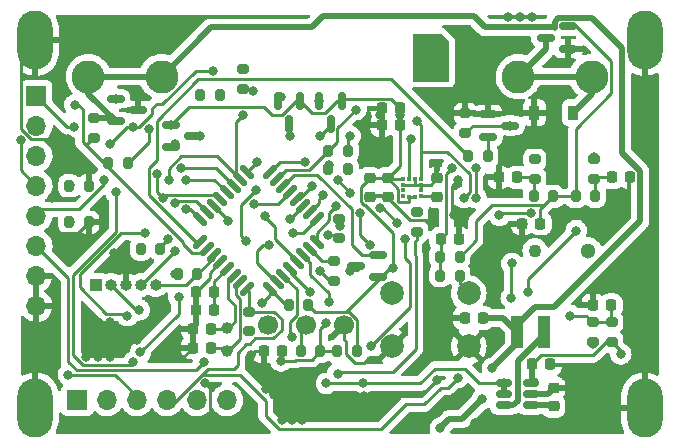
<source format=gbr>
%TF.GenerationSoftware,KiCad,Pcbnew,6.0.2-1.fc35*%
%TF.CreationDate,2022-05-07T18:41:24+02:00*%
%TF.ProjectId,LEDnode,4c45446e-6f64-4652-9e6b-696361645f70,rev?*%
%TF.SameCoordinates,Original*%
%TF.FileFunction,Copper,L2,Bot*%
%TF.FilePolarity,Positive*%
%FSLAX46Y46*%
G04 Gerber Fmt 4.6, Leading zero omitted, Abs format (unit mm)*
G04 Created by KiCad (PCBNEW 6.0.2-1.fc35) date 2022-05-07 18:41:24*
%MOMM*%
%LPD*%
G01*
G04 APERTURE LIST*
G04 Aperture macros list*
%AMRoundRect*
0 Rectangle with rounded corners*
0 $1 Rounding radius*
0 $2 $3 $4 $5 $6 $7 $8 $9 X,Y pos of 4 corners*
0 Add a 4 corners polygon primitive as box body*
4,1,4,$2,$3,$4,$5,$6,$7,$8,$9,$2,$3,0*
0 Add four circle primitives for the rounded corners*
1,1,$1+$1,$2,$3*
1,1,$1+$1,$4,$5*
1,1,$1+$1,$6,$7*
1,1,$1+$1,$8,$9*
0 Add four rect primitives between the rounded corners*
20,1,$1+$1,$2,$3,$4,$5,0*
20,1,$1+$1,$4,$5,$6,$7,0*
20,1,$1+$1,$6,$7,$8,$9,0*
20,1,$1+$1,$8,$9,$2,$3,0*%
%AMOutline5P*
0 Free polygon, 5 corners , with rotation*
0 The origin of the aperture is its center*
0 number of corners: always 5*
0 $1 to $10 corner X, Y*
0 $11 Rotation angle, in degrees counterclockwise*
0 create outline with 5 corners*
4,1,5,$1,$2,$3,$4,$5,$6,$7,$8,$9,$10,$1,$2,$11*%
%AMOutline6P*
0 Free polygon, 6 corners , with rotation*
0 The origin of the aperture is its center*
0 number of corners: always 6*
0 $1 to $12 corner X, Y*
0 $13 Rotation angle, in degrees counterclockwise*
0 create outline with 6 corners*
4,1,6,$1,$2,$3,$4,$5,$6,$7,$8,$9,$10,$11,$12,$1,$2,$13*%
%AMOutline7P*
0 Free polygon, 7 corners , with rotation*
0 The origin of the aperture is its center*
0 number of corners: always 7*
0 $1 to $14 corner X, Y*
0 $15 Rotation angle, in degrees counterclockwise*
0 create outline with 7 corners*
4,1,7,$1,$2,$3,$4,$5,$6,$7,$8,$9,$10,$11,$12,$13,$14,$1,$2,$15*%
%AMOutline8P*
0 Free polygon, 8 corners , with rotation*
0 The origin of the aperture is its center*
0 number of corners: always 8*
0 $1 to $16 corner X, Y*
0 $17 Rotation angle, in degrees counterclockwise*
0 create outline with 8 corners*
4,1,8,$1,$2,$3,$4,$5,$6,$7,$8,$9,$10,$11,$12,$13,$14,$15,$16,$1,$2,$17*%
G04 Aperture macros list end*
%TA.AperFunction,SMDPad,CuDef*%
%ADD10Outline5P,-1.500000X2.000000X1.500000X2.000000X1.500000X-2.000000X-0.900000X-2.000000X-1.500000X-1.400000X180.000000*%
%TD*%
%TA.AperFunction,ComponentPad*%
%ADD11C,2.000000*%
%TD*%
%TA.AperFunction,SMDPad,CuDef*%
%ADD12RoundRect,0.200000X-0.275000X0.200000X-0.275000X-0.200000X0.275000X-0.200000X0.275000X0.200000X0*%
%TD*%
%TA.AperFunction,SMDPad,CuDef*%
%ADD13RoundRect,0.200000X0.200000X0.275000X-0.200000X0.275000X-0.200000X-0.275000X0.200000X-0.275000X0*%
%TD*%
%TA.AperFunction,SMDPad,CuDef*%
%ADD14RoundRect,0.150000X-0.587500X-0.150000X0.587500X-0.150000X0.587500X0.150000X-0.587500X0.150000X0*%
%TD*%
%TA.AperFunction,ComponentPad*%
%ADD15C,2.800000*%
%TD*%
%TA.AperFunction,WasherPad*%
%ADD16C,1.100000*%
%TD*%
%TA.AperFunction,WasherPad*%
%ADD17C,1.300000*%
%TD*%
%TA.AperFunction,ComponentPad*%
%ADD18RoundRect,1.500000X0.000000X-1.000000X0.000000X-1.000000X0.000000X1.000000X0.000000X1.000000X0*%
%TD*%
%TA.AperFunction,ComponentPad*%
%ADD19R,1.700000X1.700000*%
%TD*%
%TA.AperFunction,ComponentPad*%
%ADD20O,1.700000X1.700000*%
%TD*%
%TA.AperFunction,ComponentPad*%
%ADD21C,1.700000*%
%TD*%
%TA.AperFunction,ComponentPad*%
%ADD22C,1.000000*%
%TD*%
%TA.AperFunction,ComponentPad*%
%ADD23R,1.000000X1.000000*%
%TD*%
%TA.AperFunction,ComponentPad*%
%ADD24O,1.000000X1.000000*%
%TD*%
%TA.AperFunction,SMDPad,CuDef*%
%ADD25RoundRect,0.200000X0.275000X-0.200000X0.275000X0.200000X-0.275000X0.200000X-0.275000X-0.200000X0*%
%TD*%
%TA.AperFunction,SMDPad,CuDef*%
%ADD26RoundRect,0.225000X0.225000X0.250000X-0.225000X0.250000X-0.225000X-0.250000X0.225000X-0.250000X0*%
%TD*%
%TA.AperFunction,SMDPad,CuDef*%
%ADD27RoundRect,0.150000X0.587500X0.150000X-0.587500X0.150000X-0.587500X-0.150000X0.587500X-0.150000X0*%
%TD*%
%TA.AperFunction,SMDPad,CuDef*%
%ADD28RoundRect,0.225000X-0.225000X-0.250000X0.225000X-0.250000X0.225000X0.250000X-0.225000X0.250000X0*%
%TD*%
%TA.AperFunction,SMDPad,CuDef*%
%ADD29RoundRect,0.150000X-0.150000X0.587500X-0.150000X-0.587500X0.150000X-0.587500X0.150000X0.587500X0*%
%TD*%
%TA.AperFunction,SMDPad,CuDef*%
%ADD30RoundRect,0.225000X0.250000X-0.225000X0.250000X0.225000X-0.250000X0.225000X-0.250000X-0.225000X0*%
%TD*%
%TA.AperFunction,SMDPad,CuDef*%
%ADD31RoundRect,0.200000X-0.200000X-0.275000X0.200000X-0.275000X0.200000X0.275000X-0.200000X0.275000X0*%
%TD*%
%TA.AperFunction,SMDPad,CuDef*%
%ADD32RoundRect,0.225000X-0.250000X0.225000X-0.250000X-0.225000X0.250000X-0.225000X0.250000X0.225000X0*%
%TD*%
%TA.AperFunction,SMDPad,CuDef*%
%ADD33RoundRect,0.150000X0.512500X0.150000X-0.512500X0.150000X-0.512500X-0.150000X0.512500X-0.150000X0*%
%TD*%
%TA.AperFunction,SMDPad,CuDef*%
%ADD34R,0.375000X0.350000*%
%TD*%
%TA.AperFunction,SMDPad,CuDef*%
%ADD35R,0.350000X0.375000*%
%TD*%
%TA.AperFunction,SMDPad,CuDef*%
%ADD36R,0.900000X1.200000*%
%TD*%
%TA.AperFunction,SMDPad,CuDef*%
%ADD37R,1.000000X2.750000*%
%TD*%
%TA.AperFunction,SMDPad,CuDef*%
%ADD38RoundRect,0.125000X-0.353553X-0.530330X0.530330X0.353553X0.353553X0.530330X-0.530330X-0.353553X0*%
%TD*%
%TA.AperFunction,SMDPad,CuDef*%
%ADD39RoundRect,0.125000X0.353553X-0.530330X0.530330X-0.353553X-0.353553X0.530330X-0.530330X0.353553X0*%
%TD*%
%TA.AperFunction,ViaPad*%
%ADD40C,0.800000*%
%TD*%
%TA.AperFunction,Conductor*%
%ADD41C,0.500000*%
%TD*%
%TA.AperFunction,Conductor*%
%ADD42C,0.250000*%
%TD*%
G04 APERTURE END LIST*
D10*
%TO.P,H5,1,1*%
%TO.N,unconnected-(H5-Pad1)*%
X111700000Y-72650000D03*
%TD*%
D11*
%TO.P,SW3,1,A*%
%TO.N,GND*%
X114900000Y-97100000D03*
X108400000Y-97100000D03*
%TO.P,SW3,2,B*%
%TO.N,Net-(R6-Pad1)*%
X114900000Y-92600000D03*
X108400000Y-92600000D03*
%TD*%
D12*
%TO.P,R27,1*%
%TO.N,/INPUT*%
X83150000Y-77775000D03*
%TO.P,R27,2*%
%TO.N,/BACKUP*%
X83150000Y-79425000D03*
%TD*%
D13*
%TO.P,R26,1*%
%TO.N,+3V3*%
X86025000Y-81600000D03*
%TO.P,R26,2*%
%TO.N,/BACKUP*%
X84375000Y-81600000D03*
%TD*%
D14*
%TO.P,Q7,1,G*%
%TO.N,/INPUT*%
X85012500Y-78050000D03*
%TO.P,Q7,2,S*%
%TO.N,/BACKUP*%
X85012500Y-76150000D03*
%TO.P,Q7,3,D*%
%TO.N,GND*%
X86887500Y-77100000D03*
%TD*%
D15*
%TO.P,J1,1,Pin_1*%
%TO.N,/INPUT*%
X82700000Y-74250000D03*
X88900000Y-74250000D03*
%TO.P,J1,2,Pin_2*%
%TO.N,Net-(D1-Pad1)*%
X119100000Y-74250000D03*
X125300000Y-74250000D03*
%TD*%
D16*
%TO.P,SW1,*%
%TO.N,*%
X120500000Y-89000000D03*
D17*
X125000000Y-89000000D03*
%TD*%
D18*
%TO.P,H4,1,1*%
%TO.N,GND*%
X78200000Y-71200000D03*
%TD*%
D19*
%TO.P,J3,1,Pin_1*%
%TO.N,+3V3*%
X81750000Y-101650000D03*
D20*
%TO.P,J3,2,Pin_2*%
%TO.N,/Tx*%
X84290000Y-101650000D03*
%TO.P,J3,3,Pin_3*%
%TO.N,/Rx*%
X86830000Y-101650000D03*
%TO.P,J3,4,Pin_4*%
%TO.N,/SDA*%
X89370000Y-101650000D03*
%TO.P,J3,5,Pin_5*%
%TO.N,/SCL*%
X91910000Y-101650000D03*
%TO.P,J3,6,Pin_6*%
%TO.N,/ADC*%
X94450000Y-101650000D03*
%TD*%
D18*
%TO.P,H3,1,1*%
%TO.N,GND*%
X129800000Y-102300000D03*
%TD*%
D21*
%TO.P,SW2,3,C*%
%TO.N,unconnected-(SW2-Pad3)*%
X97900000Y-95300000D03*
%TO.P,SW2,2,B*%
%TO.N,Net-(R2-Pad1)*%
X101100000Y-95300000D03*
%TO.P,SW2,1,A*%
%TO.N,GND*%
X104300000Y-95300000D03*
%TD*%
D18*
%TO.P,H1,1,1*%
%TO.N,GND*%
X129800000Y-71200000D03*
%TD*%
D19*
%TO.P,J4,1,Pin_1*%
%TO.N,/LED2*%
X78300000Y-75900000D03*
D20*
%TO.P,J4,2,Pin_2*%
%TO.N,/DISP_0*%
X78300000Y-78440000D03*
%TO.P,J4,3,Pin_3*%
%TO.N,/DISP_A*%
X78300000Y-80980000D03*
%TO.P,J4,4,Pin_4*%
%TO.N,/DISP_B*%
X78300000Y-83520000D03*
%TO.P,J4,5,Pin_5*%
%TO.N,/DISP_F*%
X78300000Y-86060000D03*
%TO.P,J4,6,Pin_6*%
%TO.N,/MODE*%
X78300000Y-88600000D03*
%TO.P,J4,7,Pin_7*%
%TO.N,GND*%
X78300000Y-91140000D03*
%TO.P,J4,8,Pin_8*%
X78300000Y-93680000D03*
%TD*%
D22*
%TO.P,Y1,1,1*%
%TO.N,Net-(C9-Pad1)*%
X94400000Y-95550000D03*
%TO.P,Y1,2,2*%
%TO.N,Net-(C8-Pad1)*%
X94400000Y-97450000D03*
%TD*%
D23*
%TO.P,J2,1,Pin_1*%
%TO.N,+3V3*%
X83350000Y-91900000D03*
D24*
%TO.P,J2,2,Pin_2*%
%TO.N,/SYS_SWDCLK*%
X84620000Y-91900000D03*
%TO.P,J2,3,Pin_3*%
%TO.N,GND*%
X85890000Y-91900000D03*
%TO.P,J2,4,Pin_4*%
%TO.N,/SYS_SWDIO*%
X87160000Y-91900000D03*
%TO.P,J2,5,Pin_5*%
%TO.N,/SYS_RST*%
X88430000Y-91900000D03*
%TD*%
D18*
%TO.P,H2,1,1*%
%TO.N,GND*%
X78200000Y-102300000D03*
%TD*%
D25*
%TO.P,R10,1*%
%TO.N,/ENC1*%
X125500000Y-82925000D03*
%TO.P,R10,2*%
%TO.N,Net-(R10-Pad2)*%
X125500000Y-81275000D03*
%TD*%
D26*
%TO.P,C7,1*%
%TO.N,+3V3*%
X93375000Y-94000000D03*
%TO.P,C7,2*%
%TO.N,GND*%
X91825000Y-94000000D03*
%TD*%
%TO.P,C8,1*%
%TO.N,Net-(C8-Pad1)*%
X93075000Y-97200000D03*
%TO.P,C8,2*%
%TO.N,GND*%
X91525000Y-97200000D03*
%TD*%
D27*
%TO.P,Q5,1,G*%
%TO.N,+3V3*%
X123300000Y-70000000D03*
%TO.P,Q5,2,S*%
%TO.N,GND*%
X123300000Y-71900000D03*
%TO.P,Q5,3,D*%
%TO.N,Net-(D1-Pad1)*%
X121425000Y-70950000D03*
%TD*%
D26*
%TO.P,C6,1*%
%TO.N,+3V3*%
X93375000Y-92500000D03*
%TO.P,C6,2*%
%TO.N,GND*%
X91825000Y-92500000D03*
%TD*%
D14*
%TO.P,Q1,1,B*%
%TO.N,/DISP_0*%
X89662500Y-80250000D03*
%TO.P,Q1,2,E*%
%TO.N,+3V3*%
X89662500Y-78350000D03*
%TO.P,Q1,3,C*%
%TO.N,Net-(Q1-Pad3)*%
X91537500Y-79300000D03*
%TD*%
D28*
%TO.P,C17,1*%
%TO.N,/ENC1*%
X127025000Y-82800000D03*
%TO.P,C17,2*%
%TO.N,GND*%
X128575000Y-82800000D03*
%TD*%
D29*
%TO.P,Q2,1,B*%
%TO.N,/DISP_1*%
X98750000Y-76362500D03*
%TO.P,Q2,2,E*%
%TO.N,+3V3*%
X100650000Y-76362500D03*
%TO.P,Q2,3,C*%
%TO.N,Net-(Q2-Pad3)*%
X99700000Y-78237500D03*
%TD*%
D13*
%TO.P,R18,1*%
%TO.N,/DISP_A*%
X93825000Y-75800000D03*
%TO.P,R18,2*%
%TO.N,Net-(R18-Pad2)*%
X92175000Y-75800000D03*
%TD*%
D26*
%TO.P,C15,1*%
%TO.N,+3V3*%
X120975000Y-86700000D03*
%TO.P,C15,2*%
%TO.N,GND*%
X119425000Y-86700000D03*
%TD*%
D30*
%TO.P,C3,1*%
%TO.N,Net-(C3-Pad1)*%
X122100000Y-102175000D03*
%TO.P,C3,2*%
%TO.N,GND*%
X122100000Y-100625000D03*
%TD*%
D31*
%TO.P,R17,1*%
%TO.N,Net-(D3-Pad1)*%
X81075000Y-83500000D03*
%TO.P,R17,2*%
%TO.N,GND*%
X82725000Y-83500000D03*
%TD*%
D32*
%TO.P,C14,1*%
%TO.N,+3V3*%
X108025000Y-82875000D03*
%TO.P,C14,2*%
%TO.N,GND*%
X108025000Y-84425000D03*
%TD*%
D25*
%TO.P,R11,1*%
%TO.N,/ENC2*%
X120500000Y-82925000D03*
%TO.P,R11,2*%
%TO.N,Net-(R11-Pad2)*%
X120500000Y-81275000D03*
%TD*%
D28*
%TO.P,C19,1*%
%TO.N,/BUTTON2*%
X112525000Y-88000000D03*
%TO.P,C19,2*%
%TO.N,GND*%
X114075000Y-88000000D03*
%TD*%
D13*
%TO.P,R1,1*%
%TO.N,+3V3*%
X122050000Y-84400000D03*
%TO.P,R1,2*%
%TO.N,/ENC2*%
X120400000Y-84400000D03*
%TD*%
D25*
%TO.P,R15,1*%
%TO.N,+3V3*%
X127000000Y-96725000D03*
%TO.P,R15,2*%
%TO.N,/BUTTON1*%
X127000000Y-95075000D03*
%TD*%
D27*
%TO.P,Q4,1,B*%
%TO.N,/DISP_3*%
X107237500Y-89350000D03*
%TO.P,Q4,2,E*%
%TO.N,+3V3*%
X107237500Y-91250000D03*
%TO.P,Q4,3,C*%
%TO.N,Net-(Q4-Pad3)*%
X105362500Y-90300000D03*
%TD*%
D32*
%TO.P,C13,1*%
%TO.N,+3V3*%
X106525000Y-82875000D03*
%TO.P,C13,2*%
%TO.N,GND*%
X106525000Y-84425000D03*
%TD*%
D28*
%TO.P,C16,1*%
%TO.N,GND*%
X117450000Y-82800000D03*
%TO.P,C16,2*%
%TO.N,/ENC2*%
X119000000Y-82800000D03*
%TD*%
D13*
%TO.P,R6,1*%
%TO.N,Net-(R6-Pad1)*%
X114125000Y-91100000D03*
%TO.P,R6,2*%
%TO.N,/BUTTON2*%
X112475000Y-91100000D03*
%TD*%
D26*
%TO.P,C1,1*%
%TO.N,/INPUT*%
X116100000Y-94700000D03*
%TO.P,C1,2*%
%TO.N,GND*%
X114550000Y-94700000D03*
%TD*%
D33*
%TO.P,U4,1,FB*%
%TO.N,+3V3*%
X120175000Y-100200000D03*
%TO.P,U4,2,GND*%
%TO.N,GND*%
X120175000Y-101150000D03*
%TO.P,U4,3,REF*%
%TO.N,Net-(C3-Pad1)*%
X120175000Y-102100000D03*
%TO.P,U4,4,LX*%
%TO.N,Net-(L1-Pad2)*%
X117900000Y-102100000D03*
%TO.P,U4,5,OUT*%
%TO.N,+3V3*%
X117900000Y-101150000D03*
%TO.P,U4,6,SHDN*%
X117900000Y-100200000D03*
%TD*%
D31*
%TO.P,R7,1*%
%TO.N,+3V3*%
X123975000Y-84400000D03*
%TO.P,R7,2*%
%TO.N,/ENC1*%
X125625000Y-84400000D03*
%TD*%
D13*
%TO.P,R21,1*%
%TO.N,/DISP_D*%
X104675000Y-82050000D03*
%TO.P,R21,2*%
%TO.N,Net-(R21-Pad2)*%
X103025000Y-82050000D03*
%TD*%
D26*
%TO.P,C9,1*%
%TO.N,Net-(C9-Pad1)*%
X93075000Y-95600000D03*
%TO.P,C9,2*%
%TO.N,GND*%
X91525000Y-95600000D03*
%TD*%
%TO.P,C11,1*%
%TO.N,+3V3*%
X109087011Y-76875000D03*
%TO.P,C11,2*%
%TO.N,GND*%
X107537011Y-76875000D03*
%TD*%
D31*
%TO.P,R16,1*%
%TO.N,Net-(D2-Pad1)*%
X81075000Y-86600000D03*
%TO.P,R16,2*%
%TO.N,GND*%
X82725000Y-86600000D03*
%TD*%
D12*
%TO.P,R25,1*%
%TO.N,/DISP_DP*%
X103950000Y-86275000D03*
%TO.P,R25,2*%
%TO.N,Net-(R25-Pad2)*%
X103950000Y-87925000D03*
%TD*%
D14*
%TO.P,Q6,1,G*%
%TO.N,Net-(Q6-Pad1)*%
X116525000Y-79350000D03*
%TO.P,Q6,2,S*%
%TO.N,GND*%
X116525000Y-77450000D03*
%TO.P,Q6,3,D*%
%TO.N,Net-(Q6-Pad3)*%
X118400000Y-78400000D03*
%TD*%
D34*
%TO.P,U6,1,SCL/SPC*%
%TO.N,/SCL*%
X110887500Y-82900000D03*
%TO.P,U6,2,RES*%
%TO.N,GND*%
X110887500Y-83400000D03*
%TO.P,U6,3,GND*%
X110887500Y-83900000D03*
%TO.P,U6,4,C1*%
%TO.N,Net-(C12-Pad1)*%
X110887500Y-84400000D03*
D35*
%TO.P,U6,5,Vdd*%
%TO.N,+3V3*%
X110375000Y-84412500D03*
%TO.P,U6,6,Vdd_IO*%
X109875000Y-84412500D03*
D34*
%TO.P,U6,7,INT*%
%TO.N,unconnected-(U6-Pad7)*%
X109362500Y-84400000D03*
%TO.P,U6,8,DRDY*%
%TO.N,unconnected-(U6-Pad8)*%
X109362500Y-83900000D03*
%TO.P,U6,9,SDO/SA1*%
%TO.N,GND*%
X109362500Y-83400000D03*
%TO.P,U6,10,CS*%
%TO.N,+3V3*%
X109362500Y-82900000D03*
D35*
%TO.P,U6,11,SDA/SDI/SDO*%
%TO.N,/SDA*%
X109875000Y-82887500D03*
%TO.P,U6,12,RES*%
%TO.N,GND*%
X110375000Y-82887500D03*
%TD*%
D26*
%TO.P,C20,1*%
%TO.N,/BUTTON1*%
X126975000Y-93600000D03*
%TO.P,C20,2*%
%TO.N,GND*%
X125425000Y-93600000D03*
%TD*%
D28*
%TO.P,C4,1*%
%TO.N,+3V3*%
X120250000Y-98600000D03*
%TO.P,C4,2*%
%TO.N,GND*%
X121800000Y-98600000D03*
%TD*%
D26*
%TO.P,C18,1*%
%TO.N,/MODE*%
X99075000Y-97500000D03*
%TO.P,C18,2*%
%TO.N,GND*%
X97525000Y-97500000D03*
%TD*%
D12*
%TO.P,R20,1*%
%TO.N,/DISP_C*%
X110500000Y-85725000D03*
%TO.P,R20,2*%
%TO.N,Net-(R20-Pad2)*%
X110500000Y-87375000D03*
%TD*%
D13*
%TO.P,R5,1*%
%TO.N,+3V3*%
X101325000Y-93600000D03*
%TO.P,R5,2*%
%TO.N,/SCL*%
X99675000Y-93600000D03*
%TD*%
D36*
%TO.P,D1,1,K*%
%TO.N,Net-(D1-Pad1)*%
X123750000Y-77300000D03*
%TO.P,D1,2,A*%
%TO.N,GND*%
X120450000Y-77300000D03*
%TD*%
D13*
%TO.P,R22,1*%
%TO.N,/DISP_E*%
X88775000Y-88850000D03*
%TO.P,R22,2*%
%TO.N,Net-(R22-Pad2)*%
X87125000Y-88850000D03*
%TD*%
D25*
%TO.P,R3,1*%
%TO.N,+3V3*%
X96300000Y-95825000D03*
%TO.P,R3,2*%
%TO.N,/SDA*%
X96300000Y-94175000D03*
%TD*%
D26*
%TO.P,C10,1*%
%TO.N,+3V3*%
X109087011Y-78375000D03*
%TO.P,C10,2*%
%TO.N,GND*%
X107537011Y-78375000D03*
%TD*%
D25*
%TO.P,R14,1*%
%TO.N,Net-(R14-Pad1)*%
X125400000Y-96725000D03*
%TO.P,R14,2*%
%TO.N,/BUTTON1*%
X125400000Y-95075000D03*
%TD*%
D29*
%TO.P,Q3,1,B*%
%TO.N,/DISP_2*%
X102250000Y-76362500D03*
%TO.P,Q3,2,E*%
%TO.N,+3V3*%
X104150000Y-76362500D03*
%TO.P,Q3,3,C*%
%TO.N,Net-(Q3-Pad3)*%
X103200000Y-78237500D03*
%TD*%
D30*
%TO.P,C12,1*%
%TO.N,Net-(C12-Pad1)*%
X112225000Y-84425000D03*
%TO.P,C12,2*%
%TO.N,GND*%
X112225000Y-82875000D03*
%TD*%
D31*
%TO.P,R4,1*%
%TO.N,+3V3*%
X90250000Y-91000000D03*
%TO.P,R4,2*%
%TO.N,/SYS_RST*%
X91900000Y-91000000D03*
%TD*%
%TO.P,R19,1*%
%TO.N,/DISP_B*%
X103025000Y-80550000D03*
%TO.P,R19,2*%
%TO.N,Net-(R19-Pad2)*%
X104675000Y-80550000D03*
%TD*%
D13*
%TO.P,R12,1*%
%TO.N,+3V3*%
X114125000Y-89500000D03*
%TO.P,R12,2*%
%TO.N,/BUTTON2*%
X112475000Y-89500000D03*
%TD*%
D25*
%TO.P,R13,1*%
%TO.N,Net-(Q6-Pad3)*%
X114600000Y-79025000D03*
%TO.P,R13,2*%
%TO.N,GND*%
X114600000Y-77375000D03*
%TD*%
D13*
%TO.P,R9,1*%
%TO.N,+3V3*%
X105425000Y-97500000D03*
%TO.P,R9,2*%
%TO.N,/MODE*%
X103775000Y-97500000D03*
%TD*%
D12*
%TO.P,R23,1*%
%TO.N,/DISP_F*%
X95750000Y-73625000D03*
%TO.P,R23,2*%
%TO.N,Net-(R23-Pad2)*%
X95750000Y-75275000D03*
%TD*%
D31*
%TO.P,R2,1*%
%TO.N,Net-(R2-Pad1)*%
X100700000Y-97500000D03*
%TO.P,R2,2*%
%TO.N,/MODE*%
X102350000Y-97500000D03*
%TD*%
D37*
%TO.P,L1,1,1*%
%TO.N,/INPUT*%
X119000000Y-95900000D03*
%TO.P,L1,2,2*%
%TO.N,Net-(L1-Pad2)*%
X121300000Y-95900000D03*
%TD*%
D38*
%TO.P,U1,1,PB9*%
%TO.N,/SDA*%
X96127728Y-92232070D03*
%TO.P,U1,2,OSC32_IN/PC14*%
%TO.N,Net-(C8-Pad1)*%
X95562043Y-91666384D03*
%TO.P,U1,3,OSC32_OUT/PC15*%
%TO.N,Net-(C9-Pad1)*%
X94996357Y-91100699D03*
%TO.P,U1,4,VDD/VDDA*%
%TO.N,+3V3*%
X94430672Y-90535014D03*
%TO.P,U1,5,VSS/VSSA*%
%TO.N,GND*%
X93864986Y-89969328D03*
%TO.P,U1,6,~{RST}/PF2*%
%TO.N,/SYS_RST*%
X93299301Y-89403643D03*
%TO.P,U1,7,PA0*%
%TO.N,/BACKUP*%
X92733616Y-88837957D03*
%TO.P,U1,8,PA1*%
%TO.N,/ENCODER_ACTIVE*%
X92167930Y-88272272D03*
D39*
%TO.P,U1,9,PA2*%
%TO.N,/Tx*%
X92167930Y-86327728D03*
%TO.P,U1,10,PA3*%
%TO.N,/Rx*%
X92733616Y-85762043D03*
%TO.P,U1,11,PA4*%
%TO.N,/ADC*%
X93299301Y-85196357D03*
%TO.P,U1,12,PA5*%
%TO.N,/LED2*%
X93864986Y-84630672D03*
%TO.P,U1,13,PA6*%
%TO.N,/DISP_0*%
X94430672Y-84064986D03*
%TO.P,U1,14,PA7*%
%TO.N,/DISP_A*%
X94996357Y-83499301D03*
%TO.P,U1,15,PB0*%
%TO.N,/DISP_F*%
X95562043Y-82933616D03*
%TO.P,U1,16,PB1*%
%TO.N,/DISP_1*%
X96127728Y-82367930D03*
D38*
%TO.P,U1,17,PB2*%
%TO.N,/DISP_2*%
X98072272Y-82367930D03*
%TO.P,U1,18,PA8*%
%TO.N,/DISP_B*%
X98637957Y-82933616D03*
%TO.P,U1,19,PA9*%
%TO.N,/DISP_3*%
X99203643Y-83499301D03*
%TO.P,U1,20,PC6*%
%TO.N,/DISP_E*%
X99769328Y-84064986D03*
%TO.P,U1,21,PA10*%
%TO.N,/DISP_D*%
X100335014Y-84630672D03*
%TO.P,U1,22,PA11_[PA9]*%
%TO.N,/DISP_DP*%
X100900699Y-85196357D03*
%TO.P,U1,23,PA12_[PA10]*%
%TO.N,/DISP_C*%
X101466384Y-85762043D03*
%TO.P,U1,24,PA13*%
%TO.N,/SYS_SWDIO*%
X102032070Y-86327728D03*
D39*
%TO.P,U1,25,PA14/BOOT0*%
%TO.N,/SYS_SWDCLK*%
X102032070Y-88272272D03*
%TO.P,U1,26,PA15*%
%TO.N,/DISP_G*%
X101466384Y-88837957D03*
%TO.P,U1,27,PB3*%
%TO.N,/MODE*%
X100900699Y-89403643D03*
%TO.P,U1,28,PB4*%
%TO.N,/BUTTON2*%
X100335014Y-89969328D03*
%TO.P,U1,29,PB5*%
%TO.N,/BUTTON1*%
X99769328Y-90535014D03*
%TO.P,U1,30,PB6*%
%TO.N,/ENC2*%
X99203643Y-91100699D03*
%TO.P,U1,31,PB7*%
%TO.N,/ENC1*%
X98637957Y-91666384D03*
%TO.P,U1,32,PB8*%
%TO.N,/SCL*%
X98072272Y-92232070D03*
%TD*%
D12*
%TO.P,R24,1*%
%TO.N,/DISP_G*%
X103500000Y-89875000D03*
%TO.P,R24,2*%
%TO.N,Net-(R24-Pad2)*%
X103500000Y-91525000D03*
%TD*%
D31*
%TO.P,R8,1*%
%TO.N,/ENCODER_ACTIVE*%
X114850000Y-81000000D03*
%TO.P,R8,2*%
%TO.N,Net-(Q6-Pad1)*%
X116500000Y-81000000D03*
%TD*%
D40*
%TO.N,/ADC*%
X86500000Y-98425980D03*
X85050000Y-84050000D03*
%TO.N,GND*%
X86850000Y-96550000D03*
X87250000Y-95750000D03*
%TO.N,/SYS_SWDCLK*%
X103653896Y-85253896D03*
%TO.N,+3V3*%
X105975980Y-100200500D03*
%TO.N,GND*%
X91750000Y-103950000D03*
%TO.N,+3V3*%
X108500000Y-90425000D03*
%TO.N,GND*%
X114950000Y-100950000D03*
X112700000Y-97750000D03*
X111850000Y-97750000D03*
X116300000Y-103600000D03*
X115450000Y-103600000D03*
X112250000Y-99950000D03*
%TO.N,/INPUT*%
X112500000Y-104000000D03*
X116050000Y-101550000D03*
%TO.N,GND*%
X106050000Y-101325500D03*
X122200000Y-103700000D03*
X126700000Y-103700000D03*
X125800000Y-103700000D03*
X124900000Y-103700000D03*
X124000000Y-103700000D03*
X123100000Y-103700000D03*
X123700000Y-100250000D03*
X125100000Y-99400000D03*
X124200000Y-99400000D03*
X123250000Y-99400000D03*
%TO.N,/INPUT*%
X116900000Y-98950000D03*
%TO.N,/SDA*%
X124000000Y-87300000D03*
X113950000Y-99750000D03*
X120200000Y-85824020D03*
X119900000Y-92500000D03*
%TO.N,+3V3*%
X105398056Y-97348056D03*
%TO.N,Net-(R20-Pad2)*%
X103800000Y-99400000D03*
%TO.N,/SYS_SWDCLK*%
X106600000Y-97100000D03*
%TO.N,/SCL*%
X99675000Y-93600000D03*
X87100000Y-97600000D03*
X90350000Y-92900000D03*
X97400000Y-93400000D03*
%TO.N,/MODE*%
X103050000Y-93300000D03*
X102800000Y-95150000D03*
%TO.N,/ENC2*%
X99900000Y-96300000D03*
%TO.N,+3V3*%
X87800000Y-78700000D03*
X89662500Y-78350000D03*
%TO.N,GND*%
X85700000Y-72974500D03*
X86800000Y-75600000D03*
%TO.N,/BACKUP*%
X81550000Y-76650000D03*
X85012500Y-76150000D03*
%TO.N,GND*%
X82500000Y-98000000D03*
X79000000Y-96500000D03*
X84900000Y-89200000D03*
X98450000Y-101250000D03*
X107412011Y-77475000D03*
X113674500Y-86000000D03*
X119500000Y-86750000D03*
X79651000Y-87500000D03*
X96500000Y-97825500D03*
X83500000Y-98000000D03*
X119250000Y-71250000D03*
X88500000Y-98000000D03*
X84500000Y-98000000D03*
X113630000Y-101500000D03*
X79651000Y-84500000D03*
X83500000Y-97000000D03*
X83500000Y-96000000D03*
X97700000Y-100700000D03*
X117500000Y-82750000D03*
X83500000Y-95000000D03*
X118250000Y-71250000D03*
X84500000Y-97000000D03*
X119250000Y-69250000D03*
X112225000Y-82875000D03*
X123500000Y-72000000D03*
X84500000Y-96000000D03*
X81000000Y-79500000D03*
X118250000Y-69250000D03*
X108000000Y-81000000D03*
X84500000Y-95000000D03*
X85800000Y-89200000D03*
X100750000Y-103350000D03*
X80000000Y-79500000D03*
X99900000Y-103350000D03*
X82500000Y-97000000D03*
X92549694Y-100224194D03*
X82500000Y-95000000D03*
X99050000Y-103350000D03*
X112000000Y-86000000D03*
X114000000Y-83000000D03*
X120250000Y-69250000D03*
X82500000Y-96000000D03*
%TO.N,+3V3*%
X93375000Y-94000000D03*
X120400000Y-100100000D03*
X96300000Y-95825000D03*
X114125000Y-89500000D03*
X109087011Y-78375000D03*
X109087011Y-77500000D03*
X117900000Y-100200000D03*
X102850000Y-100225980D03*
X90000000Y-91000000D03*
X127770000Y-97740000D03*
%TO.N,/ENC2*%
X118565332Y-90065332D03*
X118500000Y-93000000D03*
X120400000Y-84400000D03*
%TO.N,/ENC1*%
X98000000Y-88500000D03*
X125625000Y-84400000D03*
%TO.N,/MODE*%
X99000000Y-98325500D03*
X92456408Y-98431887D03*
%TO.N,Net-(D2-Pad1)*%
X81100000Y-86575000D03*
%TO.N,/SDA*%
X110000000Y-79500000D03*
X115500000Y-84500000D03*
X115500000Y-82000000D03*
X117500000Y-86000000D03*
%TO.N,/LED2*%
X89000000Y-84500000D03*
X88500000Y-82500000D03*
X81500000Y-78500000D03*
%TO.N,/SCL*%
X114500000Y-84500000D03*
X110500000Y-78000000D03*
%TO.N,Net-(D3-Pad1)*%
X81100000Y-83475000D03*
%TO.N,/ADC*%
X94500000Y-86500000D03*
%TO.N,/SYS_SWDCLK*%
X109500000Y-88000000D03*
X105674500Y-85825500D03*
X106500000Y-88500000D03*
X87000000Y-94000000D03*
%TO.N,/SYS_SWDIO*%
X100000000Y-87500000D03*
X90000000Y-89000000D03*
%TO.N,/Tx*%
X86000000Y-94500000D03*
X91000000Y-85500000D03*
X87500000Y-87500000D03*
%TO.N,/Rx*%
X90000000Y-85000000D03*
X81000000Y-99500000D03*
%TO.N,/DISP_0*%
X91000000Y-83000000D03*
X90000000Y-80000000D03*
%TO.N,/BUTTON1*%
X101498758Y-92511079D03*
X123500000Y-94500000D03*
%TO.N,/BUTTON2*%
X97631385Y-86074020D03*
X113500000Y-82000000D03*
%TO.N,/DISP_D*%
X104675000Y-82000000D03*
X101600000Y-83550000D03*
%TO.N,/DISP_1*%
X97000000Y-81500000D03*
X99000000Y-76000000D03*
%TO.N,Net-(Q1-Pad3)*%
X92150000Y-79285000D03*
%TO.N,/DISP_2*%
X101000000Y-81500000D03*
X102250000Y-76362500D03*
%TO.N,Net-(Q2-Pad3)*%
X99770000Y-79285000D03*
%TO.N,Net-(Q3-Pad3)*%
X102310000Y-79285000D03*
%TO.N,/DISP_A*%
X86500000Y-78500000D03*
X84500000Y-80000000D03*
X93250000Y-73750000D03*
X93825000Y-75800000D03*
X90500000Y-82000000D03*
%TO.N,Net-(Q4-Pad3)*%
X104850000Y-90715000D03*
%TO.N,Net-(Q6-Pad3)*%
X118400000Y-78400000D03*
%TO.N,Net-(R10-Pad2)*%
X125541408Y-81041407D03*
%TO.N,Net-(R11-Pad2)*%
X120500000Y-81275000D03*
%TO.N,Net-(R14-Pad1)*%
X125408592Y-96908592D03*
%TO.N,/DISP_C*%
X108850000Y-86650000D03*
X102600000Y-84300000D03*
X104850000Y-84100000D03*
X110500000Y-85725000D03*
X107376944Y-85423056D03*
X103800000Y-83050000D03*
%TO.N,/DISP_E*%
X96700000Y-85050000D03*
X89448114Y-88004128D03*
%TO.N,/DISP_DP*%
X99750000Y-86300000D03*
X104000000Y-86900000D03*
%TO.N,/DISP_B*%
X76982906Y-79667094D03*
X105350000Y-77050000D03*
%TO.N,/DISP_F*%
X89500000Y-83000000D03*
X95750000Y-73625000D03*
X95750000Y-77550000D03*
X84000000Y-83000000D03*
%TO.N,Net-(R18-Pad2)*%
X92175000Y-75800000D03*
%TO.N,Net-(R19-Pad2)*%
X104850000Y-79285000D03*
%TO.N,Net-(R21-Pad2)*%
X103100000Y-81750000D03*
X96051944Y-88151944D03*
X96900000Y-83850000D03*
%TO.N,Net-(R22-Pad2)*%
X87125000Y-88850000D03*
%TO.N,Net-(R23-Pad2)*%
X96600000Y-75500000D03*
%TO.N,Net-(R24-Pad2)*%
X102310000Y-90715000D03*
%TO.N,Net-(R25-Pad2)*%
X103000000Y-87650000D03*
%TD*%
D41*
%TO.N,/INPUT*%
X122162980Y-70112980D02*
X122150000Y-70100000D01*
X120550000Y-93750000D02*
X122150000Y-93750000D01*
X122162980Y-69622382D02*
X122162980Y-70112980D01*
X119000000Y-95900000D02*
X119000000Y-95300000D01*
X116300000Y-70100000D02*
X115350000Y-69150000D01*
X122150000Y-70100000D02*
X116300000Y-70100000D01*
X125350480Y-69300480D02*
X122484882Y-69300480D01*
X122484882Y-69300480D02*
X122162980Y-69622382D01*
X127900480Y-71850480D02*
X125350480Y-69300480D01*
X127900480Y-80767276D02*
X127900480Y-71850480D01*
X129424520Y-82291316D02*
X127900480Y-80767276D01*
X129424520Y-86475480D02*
X129424520Y-82291316D01*
X122150000Y-93750000D02*
X129424520Y-86475480D01*
X119000000Y-95300000D02*
X120550000Y-93750000D01*
X115350000Y-69150000D02*
X102600000Y-69150000D01*
X102600000Y-69150000D02*
X101650000Y-70100000D01*
X101650000Y-70100000D02*
X93050000Y-70100000D01*
X93050000Y-70100000D02*
X88900000Y-74250000D01*
X114350000Y-103250000D02*
X113250000Y-103250000D01*
X113250000Y-103250000D02*
X112500000Y-104000000D01*
D42*
%TO.N,/ADC*%
X86225980Y-98700000D02*
X86500000Y-98425980D01*
X81400000Y-97200000D02*
X81400000Y-97853904D01*
X82246096Y-98700000D02*
X86225980Y-98700000D01*
X81400000Y-97853904D02*
X82246096Y-98700000D01*
%TO.N,/MODE*%
X78300000Y-88600000D02*
X81000011Y-91300011D01*
X81000011Y-91300011D02*
X81000011Y-98400011D01*
X81000011Y-98400011D02*
X81700480Y-99100480D01*
X81700480Y-99100480D02*
X91787815Y-99100480D01*
X91787815Y-99100480D02*
X92456408Y-98431887D01*
%TO.N,/ADC*%
X81400000Y-91034994D02*
X81400000Y-97200000D01*
X85050000Y-84050000D02*
X85050000Y-87384994D01*
X85050000Y-87384994D02*
X81400000Y-91034994D01*
D41*
%TO.N,GND*%
X91825000Y-94000000D02*
X91825000Y-95300000D01*
X91825000Y-95300000D02*
X91525000Y-95600000D01*
D42*
%TO.N,/DISP_DP*%
X103950000Y-86275000D02*
X103950000Y-86850000D01*
X103950000Y-86850000D02*
X104000000Y-86900000D01*
%TO.N,/SYS_SWDCLK*%
X103646104Y-85253896D02*
X103653896Y-85253896D01*
X103250000Y-85650000D02*
X103646104Y-85253896D01*
X103100000Y-85800000D02*
X103250000Y-85650000D01*
X103250000Y-85650000D02*
X103400000Y-85500000D01*
%TO.N,/DISP_3*%
X105000000Y-88500000D02*
X105600000Y-89100000D01*
X105600000Y-89100000D02*
X105850000Y-89350000D01*
X105850000Y-89350000D02*
X107237500Y-89350000D01*
%TO.N,+3V3*%
X123975000Y-84400000D02*
X123975000Y-78674022D01*
X123975000Y-78674022D02*
X126974511Y-75674511D01*
X126974511Y-75674511D02*
X126974511Y-72974511D01*
X126974511Y-72974511D02*
X124000000Y-70000000D01*
X124000000Y-70000000D02*
X123300000Y-70000000D01*
D41*
%TO.N,/INPUT*%
X116100000Y-94700000D02*
X117800000Y-94700000D01*
X117800000Y-94700000D02*
X119000000Y-95900000D01*
D42*
%TO.N,GND*%
X91750000Y-103950000D02*
X93034511Y-102665489D01*
X93034511Y-102665489D02*
X93034511Y-100709011D01*
X93034511Y-100709011D02*
X92549694Y-100224194D01*
%TO.N,+3V3*%
X104524511Y-94175489D02*
X108275000Y-90425000D01*
%TO.N,GND*%
X112250000Y-99950000D02*
X110874500Y-101325500D01*
X110874500Y-101325500D02*
X106050000Y-101325500D01*
%TO.N,/SDA*%
X97700000Y-102953904D02*
X98846096Y-104100000D01*
X97700000Y-101700000D02*
X97700000Y-102953904D01*
X97700000Y-101700000D02*
X95500000Y-99500000D01*
X111150000Y-102000000D02*
X109600000Y-102000000D01*
X98846096Y-104100000D02*
X107500000Y-104100000D01*
X107500000Y-104100000D02*
X109600000Y-102000000D01*
D41*
%TO.N,/INPUT*%
X116050000Y-101550000D02*
X114350000Y-103250000D01*
X119000000Y-96850000D02*
X116900000Y-98950000D01*
X119000000Y-95900000D02*
X119000000Y-96850000D01*
%TO.N,Net-(L1-Pad2)*%
X121300000Y-95900000D02*
X121300000Y-96100000D01*
X121300000Y-96100000D02*
X119050000Y-98350000D01*
X119050000Y-98350000D02*
X119050000Y-101700000D01*
X119050000Y-101700000D02*
X118650000Y-102100000D01*
X118650000Y-102100000D02*
X117900000Y-102100000D01*
D42*
%TO.N,/SDA*%
X119900000Y-92500000D02*
X119900000Y-91400000D01*
X113109287Y-100590713D02*
X113950000Y-99750000D01*
X112559287Y-100590713D02*
X113109287Y-100590713D01*
X119900000Y-91400000D02*
X124000000Y-87300000D01*
X117675980Y-85824020D02*
X117500000Y-86000000D01*
X120200000Y-85824020D02*
X117675980Y-85824020D01*
%TO.N,/BUTTON2*%
X112475000Y-91100000D02*
X112475000Y-89500000D01*
%TO.N,Net-(R6-Pad1)*%
X114125000Y-91100000D02*
X114125000Y-91825000D01*
X114125000Y-91825000D02*
X114900000Y-92600000D01*
%TO.N,+3V3*%
X105774020Y-100225980D02*
X110809014Y-100225980D01*
X105425000Y-97375000D02*
X105398056Y-97348056D01*
%TO.N,Net-(R20-Pad2)*%
X110400000Y-89450000D02*
X110400000Y-97300000D01*
X110400000Y-97300000D02*
X108450000Y-99250000D01*
X108450000Y-99250000D02*
X108350000Y-99250000D01*
X103950000Y-99250000D02*
X108350000Y-99250000D01*
X103800000Y-99400000D02*
X103950000Y-99250000D01*
%TO.N,+3V3*%
X102850000Y-100225980D02*
X105774020Y-100225980D01*
X110809014Y-100225980D02*
X112034994Y-99000000D01*
X112034994Y-99000000D02*
X114590000Y-99000000D01*
X114590000Y-99000000D02*
X115790000Y-100200000D01*
%TO.N,GND*%
X104300000Y-95300000D02*
X104300000Y-96500000D01*
X105278928Y-98500000D02*
X106000000Y-98500000D01*
X104300000Y-96500000D02*
X104550000Y-96750000D01*
X104550000Y-96750000D02*
X104550000Y-97755000D01*
X104550000Y-97755000D02*
X104541964Y-97763036D01*
X104541964Y-97763036D02*
X105278928Y-98500000D01*
X106000000Y-98500000D02*
X106500000Y-98000000D01*
X106500000Y-98000000D02*
X107500000Y-98000000D01*
X107500000Y-98000000D02*
X108400000Y-97100000D01*
%TO.N,/SYS_SWDCLK*%
X106600000Y-97100000D02*
X106600000Y-97097568D01*
X106600000Y-97097568D02*
X109925000Y-93772568D01*
X109925000Y-93772568D02*
X109925000Y-90025000D01*
%TO.N,+3V3*%
X101900489Y-94175489D02*
X104524511Y-94175489D01*
X104524511Y-94175489D02*
X104765789Y-94175489D01*
X108500000Y-90425000D02*
X108275000Y-90425000D01*
%TO.N,/SCL*%
X90350000Y-94350000D02*
X87100000Y-97600000D01*
X90350000Y-92900000D02*
X90350000Y-94350000D01*
X98072272Y-92727728D02*
X97400000Y-93400000D01*
X98072272Y-92232070D02*
X98072272Y-92727728D01*
%TO.N,/MODE*%
X103050000Y-93300000D02*
X103050000Y-92617050D01*
X101500000Y-91067050D02*
X101500000Y-90002944D01*
X102350000Y-97500000D02*
X102350000Y-95600000D01*
X102350000Y-95600000D02*
X102800000Y-95150000D01*
X103050000Y-92617050D02*
X101500000Y-91067050D01*
X101500000Y-90002944D02*
X100900699Y-89403643D01*
%TO.N,+3V3*%
X101325000Y-93600000D02*
X101900489Y-94175489D01*
X104765789Y-94175489D02*
X105425000Y-94834700D01*
X105425000Y-94834700D02*
X105425000Y-97500000D01*
%TO.N,/ENC2*%
X99800000Y-96200000D02*
X99900000Y-96300000D01*
X99800000Y-95009700D02*
X99800000Y-96200000D01*
X100349520Y-92246576D02*
X100349520Y-94460180D01*
X100349520Y-94460180D02*
X99800000Y-95009700D01*
%TO.N,/SCL*%
X99675000Y-93600000D02*
X99440202Y-93600000D01*
X99440202Y-93600000D02*
X98072272Y-92232070D01*
%TO.N,Net-(R2-Pad1)*%
X100700000Y-97500000D02*
X100700000Y-95700000D01*
X100700000Y-95700000D02*
X101100000Y-95300000D01*
%TO.N,/SDA*%
X96078214Y-96921786D02*
X96349286Y-96921786D01*
X96349286Y-96921786D02*
X96846561Y-96424511D01*
X96846561Y-96424511D02*
X98365789Y-96424511D01*
X99050000Y-95740300D02*
X99050000Y-94800000D01*
X98365789Y-96424511D02*
X99050000Y-95740300D01*
X99050000Y-94800000D02*
X98425000Y-94175000D01*
X98425000Y-94175000D02*
X96300000Y-94175000D01*
%TO.N,+3V3*%
X87800000Y-79825000D02*
X87800000Y-78700000D01*
X86025000Y-81600000D02*
X87800000Y-79825000D01*
%TO.N,/DISP_A*%
X93250000Y-73750000D02*
X91768117Y-73750000D01*
X91768117Y-73750000D02*
X88967637Y-76550480D01*
X88100480Y-77417636D02*
X87018117Y-78500000D01*
X88967637Y-76550480D02*
X88499520Y-76550480D01*
X88499520Y-76550480D02*
X88100480Y-76949520D01*
X88100480Y-76949520D02*
X88100480Y-77417636D01*
X87018117Y-78500000D02*
X86500000Y-78500000D01*
%TO.N,/ENCODER_ACTIVE*%
X88475000Y-78025000D02*
X88475000Y-81325000D01*
X92000000Y-74500000D02*
X88475000Y-78025000D01*
X87800000Y-82000000D02*
X87800000Y-84253904D01*
X88475000Y-81325000D02*
X87800000Y-82000000D01*
X114850000Y-81000000D02*
X108350000Y-74500000D01*
X108350000Y-74500000D02*
X92000000Y-74500000D01*
X87800000Y-84253904D02*
X91818368Y-88272272D01*
X91818368Y-88272272D02*
X92167930Y-88272272D01*
%TO.N,/BACKUP*%
X82473945Y-80076055D02*
X90700000Y-88302110D01*
X82473945Y-80076055D02*
X82200000Y-79802110D01*
X83150000Y-79425000D02*
X83125000Y-79425000D01*
X83125000Y-79425000D02*
X82473945Y-80076055D01*
D41*
%TO.N,/INPUT*%
X83150000Y-77775000D02*
X84737500Y-77775000D01*
D42*
%TO.N,Net-(R20-Pad2)*%
X110500000Y-87375000D02*
X110500000Y-88046096D01*
X110500000Y-88046096D02*
X110325489Y-88220607D01*
X110325489Y-88220607D02*
X110325489Y-89375489D01*
X110325489Y-89375489D02*
X110400000Y-89450000D01*
%TO.N,/SDA*%
X112559287Y-100590713D02*
X111150000Y-102000000D01*
X95500000Y-99500000D02*
X92320000Y-99500000D01*
%TO.N,/SYS_SWDCLK*%
X109500000Y-88000000D02*
X109500000Y-89600000D01*
X109500000Y-89600000D02*
X109925000Y-90025000D01*
%TO.N,/BACKUP*%
X82200000Y-79802110D02*
X82200000Y-77000000D01*
X92733616Y-88837957D02*
X92369452Y-89202121D01*
X91452121Y-89202121D02*
X90700000Y-88450000D01*
X81850000Y-76650000D02*
X81550000Y-76650000D01*
X92369452Y-89202121D02*
X91452121Y-89202121D01*
X90700000Y-88450000D02*
X90700000Y-88302110D01*
X82200000Y-77000000D02*
X81850000Y-76650000D01*
D41*
%TO.N,/INPUT*%
X82700000Y-75737500D02*
X85012500Y-78050000D01*
X82700000Y-75737500D02*
X82700000Y-74250000D01*
X82700000Y-74250000D02*
X88900000Y-74250000D01*
D42*
%TO.N,GND*%
X77000000Y-72400000D02*
X78200000Y-71200000D01*
X110375000Y-83299022D02*
X110375000Y-82887500D01*
X110274022Y-83400000D02*
X110375000Y-83299022D01*
X80000000Y-79500000D02*
X79935489Y-79564511D01*
X123400000Y-71900000D02*
X123500000Y-72000000D01*
X107537011Y-76875000D02*
X107537011Y-77350000D01*
X90725000Y-98000000D02*
X88500000Y-98000000D01*
X123300000Y-71900000D02*
X123400000Y-71900000D01*
X110887500Y-83400000D02*
X111700000Y-83400000D01*
X107412011Y-80224520D02*
X108000000Y-80812509D01*
X107412011Y-77475000D02*
X107412011Y-80224520D01*
X91525000Y-97200000D02*
X90725000Y-98000000D01*
X110887500Y-83400000D02*
X110274022Y-83400000D01*
X111700000Y-83400000D02*
X112225000Y-82875000D01*
X97525000Y-97500000D02*
X96825500Y-97500000D01*
X113500000Y-85825500D02*
X113500000Y-83500000D01*
X113500000Y-83500000D02*
X114000000Y-83000000D01*
X107537011Y-77600000D02*
X107412011Y-77475000D01*
X78300000Y-95800000D02*
X79000000Y-96500000D01*
X82725000Y-86600000D02*
X81825000Y-87500000D01*
X77000000Y-78730300D02*
X77000000Y-72400000D01*
X108025000Y-84539028D02*
X109885492Y-86399520D01*
X96825500Y-97500000D02*
X96500000Y-97825500D01*
X92975481Y-90858833D02*
X92975481Y-91349519D01*
X110887500Y-83900000D02*
X110887500Y-83400000D01*
X108025000Y-84425000D02*
X108025000Y-84539028D01*
X108000000Y-80812509D02*
X108000000Y-81000000D01*
X109362500Y-83400000D02*
X110274022Y-83400000D01*
X113674500Y-86000000D02*
X113500000Y-85825500D01*
D41*
X121575000Y-101150000D02*
X122100000Y-100625000D01*
D42*
X107537011Y-77350000D02*
X107412011Y-77475000D01*
X79935489Y-79564511D02*
X77834211Y-79564511D01*
X77834211Y-79564511D02*
X77000000Y-78730300D01*
X109885492Y-86399520D02*
X111600480Y-86399520D01*
X92975481Y-91349519D02*
X91825000Y-92500000D01*
D41*
X120175000Y-101150000D02*
X121575000Y-101150000D01*
D42*
X81825000Y-87500000D02*
X79651000Y-87500000D01*
X111600480Y-86399520D02*
X112000000Y-86000000D01*
X107537011Y-78375000D02*
X107537011Y-77600000D01*
X93864986Y-89969328D02*
X92975481Y-90858833D01*
X78300000Y-93680000D02*
X78300000Y-95800000D01*
D41*
%TO.N,Net-(C3-Pad1)*%
X120175000Y-102100000D02*
X122025000Y-102100000D01*
X122025000Y-102100000D02*
X122100000Y-102175000D01*
D42*
%TO.N,+3V3*%
X102725119Y-77374520D02*
X103737139Y-76362500D01*
X97600969Y-76825489D02*
X98249639Y-77474159D01*
X104150000Y-76362500D02*
X104387020Y-76125480D01*
X103737139Y-76362500D02*
X104150000Y-76362500D01*
X127000000Y-96725000D02*
X126546072Y-96725000D01*
X90250000Y-91000000D02*
X90000000Y-91000000D01*
D41*
X120250000Y-100125000D02*
X120175000Y-100200000D01*
D42*
X116850480Y-85149520D02*
X121300480Y-85149520D01*
X115500000Y-86500000D02*
X116850480Y-85149520D01*
X91187011Y-76825489D02*
X97600969Y-76825489D01*
X106525000Y-82875000D02*
X108025000Y-82875000D01*
X115790000Y-100200000D02*
X117900000Y-100200000D01*
X109362500Y-82900000D02*
X108050000Y-82900000D01*
D41*
X120175000Y-100200000D02*
X120300000Y-100200000D01*
D42*
X105775480Y-84856907D02*
X106068093Y-85149520D01*
X109824511Y-84849511D02*
X108900489Y-84849511D01*
X120999520Y-97850480D02*
X120250000Y-98600000D01*
X109875000Y-84412500D02*
X109875000Y-84799022D01*
X120975000Y-85475000D02*
X122050000Y-84400000D01*
X100650000Y-76362500D02*
X101662020Y-77374520D01*
X125420592Y-97850480D02*
X120999520Y-97850480D01*
X109875000Y-84799022D02*
X109824511Y-84849511D01*
X108025000Y-82875000D02*
X108900489Y-83750489D01*
X108500000Y-87500000D02*
X108500000Y-90425000D01*
X126546072Y-96725000D02*
X125420592Y-97850480D01*
X106149520Y-85149520D02*
X108500000Y-87500000D01*
X108900489Y-84849511D02*
X108900489Y-83750489D01*
X120975000Y-86700000D02*
X120975000Y-85475000D01*
X109087011Y-81812989D02*
X109087011Y-78375000D01*
X93375000Y-92500000D02*
X93375000Y-94000000D01*
X98249639Y-77474159D02*
X99125480Y-77474159D01*
D41*
X120250000Y-98600000D02*
X120250000Y-100125000D01*
D42*
X93375000Y-91590686D02*
X94430672Y-90535014D01*
X106068093Y-85149520D02*
X106149520Y-85149520D01*
X105775480Y-83624520D02*
X105775480Y-84856907D01*
X127770000Y-97740000D02*
X127770000Y-97495000D01*
X123975000Y-84400000D02*
X122050000Y-84400000D01*
X93375000Y-92500000D02*
X93375000Y-91590686D01*
X127770000Y-97495000D02*
X127000000Y-96725000D01*
X114125000Y-89500000D02*
X115500000Y-88125000D01*
X101662020Y-77374520D02*
X102725119Y-77374520D01*
X109875000Y-84412500D02*
X110375000Y-84412500D01*
X115500000Y-88125000D02*
X115500000Y-86500000D01*
X108025000Y-82875000D02*
X109087011Y-81812989D01*
D41*
X120300000Y-100200000D02*
X120400000Y-100100000D01*
X117900000Y-100200000D02*
X117900000Y-101150000D01*
D42*
X106525000Y-82875000D02*
X105775480Y-83624520D01*
X108337491Y-76125480D02*
X109087011Y-76875000D01*
X99125480Y-77474159D02*
X100237139Y-76362500D01*
X100237139Y-76362500D02*
X100650000Y-76362500D01*
X89662500Y-78350000D02*
X91187011Y-76825489D01*
X109087011Y-76875000D02*
X109087011Y-77500000D01*
X104387020Y-76125480D02*
X108337491Y-76125480D01*
X109087011Y-77500000D02*
X109087011Y-78375000D01*
%TO.N,Net-(C8-Pad1)*%
X94550000Y-97450000D02*
X95500000Y-96500000D01*
X95500000Y-93053231D02*
X95197879Y-92751110D01*
X93075000Y-97200000D02*
X94300000Y-97200000D01*
X95197879Y-92030548D02*
X95562043Y-91666384D01*
X95500000Y-96500000D02*
X95500000Y-93053231D01*
X95197879Y-92751110D02*
X95197879Y-92030548D01*
X94300000Y-97200000D02*
X94550000Y-97450000D01*
%TO.N,Net-(C9-Pad1)*%
X95100480Y-93600480D02*
X95100480Y-94999520D01*
X94550000Y-91547056D02*
X94550000Y-93050000D01*
X95100480Y-94999520D02*
X94550000Y-95550000D01*
X94550000Y-93050000D02*
X95100480Y-93600480D01*
X93075000Y-95600000D02*
X94500000Y-95600000D01*
X94996357Y-91100699D02*
X94550000Y-91547056D01*
X94500000Y-95600000D02*
X94550000Y-95550000D01*
%TO.N,Net-(C12-Pad1)*%
X110887500Y-84400000D02*
X112200000Y-84400000D01*
X112200000Y-84400000D02*
X112225000Y-84425000D01*
%TO.N,/ENC2*%
X99203643Y-91100699D02*
X100349520Y-92246576D01*
X120400000Y-83025000D02*
X120500000Y-82925000D01*
X118500000Y-90130664D02*
X118565332Y-90065332D01*
X120400000Y-84400000D02*
X120400000Y-83025000D01*
X118500000Y-93000000D02*
X118500000Y-90130664D01*
X120375000Y-82800000D02*
X120500000Y-82925000D01*
X119000000Y-82800000D02*
X120375000Y-82800000D01*
%TO.N,/ENC1*%
X98273794Y-91273794D02*
X97000000Y-90000000D01*
X97500000Y-88500000D02*
X98000000Y-88500000D01*
X125625000Y-82800000D02*
X125500000Y-82925000D01*
X98637957Y-91666384D02*
X98273794Y-91302221D01*
X97000000Y-89000000D02*
X97000000Y-90000000D01*
X97000000Y-89000000D02*
X97500000Y-88500000D01*
X98273794Y-91302221D02*
X98273794Y-91273794D01*
X125625000Y-83050000D02*
X125500000Y-82925000D01*
X125625000Y-84400000D02*
X125625000Y-83050000D01*
X127025000Y-82800000D02*
X125625000Y-82800000D01*
%TO.N,/MODE*%
X100249520Y-98249520D02*
X101600480Y-98249520D01*
X100173540Y-98325500D02*
X100249520Y-98249520D01*
X99000000Y-98325500D02*
X100173540Y-98325500D01*
X101600480Y-98249520D02*
X102350000Y-97500000D01*
X102350000Y-97500000D02*
X103775000Y-97500000D01*
D41*
%TO.N,Net-(D1-Pad1)*%
X125300000Y-74250000D02*
X125300000Y-75750000D01*
X121425000Y-71925000D02*
X119100000Y-74250000D01*
X125300000Y-74250000D02*
X119100000Y-74250000D01*
X121425000Y-70950000D02*
X121425000Y-71925000D01*
X125300000Y-75750000D02*
X123750000Y-77300000D01*
D42*
%TO.N,Net-(D2-Pad1)*%
X81075000Y-86600000D02*
X81100000Y-86575000D01*
%TO.N,/SDA*%
X95324511Y-98675489D02*
X95324511Y-97675489D01*
X89920000Y-101900000D02*
X92820000Y-99000000D01*
X95324511Y-97675489D02*
X96078214Y-96921786D01*
X96300000Y-94175000D02*
X96300000Y-92404342D01*
X109875000Y-79625000D02*
X110000000Y-79500000D01*
X109875000Y-82887500D02*
X109875000Y-79625000D01*
X92820000Y-99000000D02*
X95000000Y-99000000D01*
X115500000Y-82000000D02*
X115500000Y-84500000D01*
X96300000Y-92404342D02*
X96127728Y-92232070D01*
X95000000Y-99000000D02*
X95324511Y-98675489D01*
%TO.N,/LED2*%
X88500000Y-84000000D02*
X89000000Y-84500000D01*
X80900000Y-78500000D02*
X81500000Y-78500000D01*
X78300000Y-75900000D02*
X80900000Y-78500000D01*
X89233492Y-84266508D02*
X89000000Y-84500000D01*
X93500822Y-84266508D02*
X89233492Y-84266508D01*
X88500000Y-82500000D02*
X88500000Y-84000000D01*
X93864986Y-84630672D02*
X93500822Y-84266508D01*
%TO.N,/SCL*%
X115000000Y-84000000D02*
X114500000Y-84500000D01*
X110887500Y-80612500D02*
X113066404Y-80612500D01*
X115000000Y-82546096D02*
X115000000Y-84000000D01*
X110887500Y-82900000D02*
X110887500Y-78387500D01*
X113066404Y-80612500D02*
X115000000Y-82546096D01*
X110887500Y-78387500D02*
X110500000Y-78000000D01*
%TO.N,Net-(D3-Pad1)*%
X81075000Y-83500000D02*
X81100000Y-83475000D01*
%TO.N,/ADC*%
X94500000Y-86500000D02*
X94500000Y-86397056D01*
X94500000Y-86397056D02*
X93299301Y-85196357D01*
%TO.N,/SYS_SWDCLK*%
X102032070Y-87467930D02*
X103100000Y-86400000D01*
X86720000Y-94000000D02*
X87000000Y-94000000D01*
X102032070Y-88272272D02*
X102032070Y-87467930D01*
X105674500Y-85825500D02*
X105674500Y-87674500D01*
X84620000Y-91900000D02*
X86720000Y-94000000D01*
X105674500Y-87674500D02*
X106500000Y-88500000D01*
X103100000Y-86400000D02*
X103100000Y-85800000D01*
%TO.N,/SYS_SWDIO*%
X87160000Y-91900000D02*
X90000000Y-89060000D01*
X100859798Y-87500000D02*
X102032070Y-86327728D01*
X90000000Y-89060000D02*
X90000000Y-89000000D01*
X100000000Y-87500000D02*
X100859798Y-87500000D01*
%TO.N,/SYS_RST*%
X91000000Y-91900000D02*
X91900000Y-91000000D01*
X93299301Y-89403643D02*
X93299301Y-89600699D01*
X93299301Y-89600699D02*
X91900000Y-91000000D01*
X88430000Y-91900000D02*
X91000000Y-91900000D01*
%TO.N,/Tx*%
X86000000Y-94500000D02*
X85825489Y-94325489D01*
X84226467Y-94325489D02*
X82000000Y-92099022D01*
X91000000Y-85500000D02*
X91340202Y-85500000D01*
X82000000Y-92099022D02*
X82000000Y-91000000D01*
X91340202Y-85500000D02*
X92167930Y-86327728D01*
X85500000Y-87500000D02*
X87500000Y-87500000D01*
X85825489Y-94325489D02*
X84226467Y-94325489D01*
X82000000Y-91000000D02*
X85500000Y-87500000D01*
%TO.N,/Rx*%
X90174511Y-84825489D02*
X90000000Y-85000000D01*
X84980000Y-99500000D02*
X87380000Y-101900000D01*
X91797062Y-84825489D02*
X90174511Y-84825489D01*
X92733616Y-85762043D02*
X91797062Y-84825489D01*
X81000000Y-99500000D02*
X84980000Y-99500000D01*
%TO.N,/DISP_0*%
X89662500Y-80250000D02*
X89750000Y-80250000D01*
X93365686Y-83000000D02*
X94430672Y-84064986D01*
X91000000Y-83000000D02*
X93365686Y-83000000D01*
X89750000Y-80250000D02*
X90000000Y-80000000D01*
%TO.N,/DISP_3*%
X100128913Y-82574031D02*
X102074031Y-82574031D01*
X99203643Y-83499301D02*
X100128913Y-82574031D01*
X102074031Y-82574031D02*
X105000000Y-85500000D01*
X105000000Y-85500000D02*
X105000000Y-88500000D01*
%TO.N,/BUTTON1*%
X126975000Y-93600000D02*
X126975000Y-95050000D01*
X124825000Y-94500000D02*
X125400000Y-95075000D01*
X99769328Y-90535014D02*
X99769328Y-90781649D01*
X125400000Y-95075000D02*
X127000000Y-95075000D01*
X123500000Y-94500000D02*
X124825000Y-94500000D01*
X126975000Y-95050000D02*
X127000000Y-95075000D01*
X99769328Y-90781649D02*
X101498758Y-92511079D01*
%TO.N,/BUTTON2*%
X113000000Y-82500000D02*
X113000000Y-87525000D01*
X112525000Y-88000000D02*
X112525000Y-89450000D01*
X98500000Y-88000000D02*
X100335014Y-89835014D01*
X98500000Y-88000000D02*
X98500000Y-87000000D01*
X113000000Y-87525000D02*
X112525000Y-88000000D01*
X97631385Y-86131385D02*
X97631385Y-86074020D01*
X100335014Y-89969328D02*
X100335014Y-89835014D01*
X113500000Y-82000000D02*
X113000000Y-82500000D01*
X112525000Y-89450000D02*
X112475000Y-89500000D01*
X98500000Y-87000000D02*
X97631385Y-86131385D01*
%TO.N,/DISP_D*%
X100335014Y-84630672D02*
X100519328Y-84630672D01*
X100519328Y-84630672D02*
X101600000Y-83550000D01*
%TO.N,/DISP_G*%
X102475000Y-89875000D02*
X103500000Y-89875000D01*
X101466384Y-88837957D02*
X101466384Y-88866384D01*
X101466384Y-88866384D02*
X102475000Y-89875000D01*
%TO.N,/DISP_1*%
X96995658Y-81500000D02*
X96127728Y-82367930D01*
X98750000Y-76250000D02*
X99000000Y-76000000D01*
X97000000Y-81500000D02*
X96995658Y-81500000D01*
X98750000Y-76362500D02*
X98750000Y-76250000D01*
%TO.N,Net-(Q1-Pad3)*%
X92135000Y-79300000D02*
X92150000Y-79285000D01*
X91537500Y-79300000D02*
X92135000Y-79300000D01*
%TO.N,/DISP_2*%
X98940202Y-81500000D02*
X101000000Y-81500000D01*
X98072272Y-82367930D02*
X98940202Y-81500000D01*
%TO.N,Net-(Q2-Pad3)*%
X99700000Y-78237500D02*
X99700000Y-79215000D01*
X99700000Y-79215000D02*
X99770000Y-79285000D01*
%TO.N,Net-(Q3-Pad3)*%
X103200000Y-78395000D02*
X102310000Y-79285000D01*
X103200000Y-78237500D02*
X103200000Y-78395000D01*
%TO.N,/DISP_A*%
X86000000Y-78500000D02*
X86500000Y-78500000D01*
X93497056Y-82000000D02*
X94996357Y-83499301D01*
X90500000Y-82000000D02*
X93497056Y-82000000D01*
X84500000Y-80000000D02*
X86000000Y-78500000D01*
%TO.N,Net-(Q4-Pad3)*%
X105500000Y-90600000D02*
X104965000Y-90600000D01*
X104965000Y-90600000D02*
X104850000Y-90715000D01*
%TO.N,Net-(Q6-Pad1)*%
X116525000Y-80975000D02*
X116500000Y-81000000D01*
X116525000Y-79350000D02*
X116525000Y-80975000D01*
%TO.N,Net-(Q6-Pad3)*%
X114600000Y-79025000D02*
X115225000Y-78400000D01*
X115225000Y-78400000D02*
X118400000Y-78400000D01*
%TO.N,Net-(R10-Pad2)*%
X125500000Y-81275000D02*
X125500000Y-81082815D01*
X125500000Y-81082815D02*
X125541408Y-81041407D01*
%TO.N,Net-(R14-Pad1)*%
X125400000Y-96725000D02*
X125400000Y-96900000D01*
X125400000Y-96900000D02*
X125408592Y-96908592D01*
%TO.N,/DISP_C*%
X102250000Y-84650000D02*
X102600000Y-84300000D01*
X107376944Y-85423056D02*
X107623056Y-85423056D01*
X103800000Y-83050000D02*
X104850000Y-84100000D01*
X101466384Y-85762043D02*
X102250000Y-84978427D01*
X102250000Y-84978427D02*
X102250000Y-84650000D01*
X107623056Y-85423056D02*
X108850000Y-86650000D01*
%TO.N,/DISP_E*%
X88775000Y-88677242D02*
X89448114Y-88004128D01*
X98784314Y-85050000D02*
X99769328Y-84064986D01*
X96700000Y-85050000D02*
X98784314Y-85050000D01*
X88775000Y-88850000D02*
X88775000Y-88677242D01*
%TO.N,/DISP_DP*%
X99797056Y-86300000D02*
X100900699Y-85196357D01*
X99750000Y-86300000D02*
X99797056Y-86300000D01*
X103900000Y-86525000D02*
X103900000Y-86800000D01*
%TO.N,/DISP_B*%
X76982906Y-82202906D02*
X78300000Y-83520000D01*
X99397062Y-82174511D02*
X98637957Y-82933616D01*
X103025000Y-80550000D02*
X103774520Y-79800480D01*
X103025000Y-80550000D02*
X101400489Y-82174511D01*
X101400489Y-82174511D02*
X99397062Y-82174511D01*
X76982906Y-79667094D02*
X76982906Y-82202906D01*
X103774520Y-79800480D02*
X103774520Y-78625480D01*
X103774520Y-78625480D02*
X105350000Y-77050000D01*
%TO.N,/DISP_F*%
X95197879Y-78102121D02*
X95750000Y-77550000D01*
X89500000Y-83000000D02*
X89500000Y-82046096D01*
X78860000Y-85500000D02*
X81871072Y-85500000D01*
X93628427Y-81000000D02*
X95562043Y-82933616D01*
X84000000Y-83371072D02*
X84000000Y-83000000D01*
X81871072Y-85500000D02*
X84000000Y-83371072D01*
X95197879Y-82569452D02*
X95197879Y-78102121D01*
X78300000Y-86060000D02*
X78860000Y-85500000D01*
X89500000Y-82046096D02*
X90546096Y-81000000D01*
X90546096Y-81000000D02*
X93628427Y-81000000D01*
%TO.N,Net-(R19-Pad2)*%
X104675000Y-79460000D02*
X104850000Y-79285000D01*
X104675000Y-80550000D02*
X104675000Y-79460000D01*
%TO.N,Net-(R21-Pad2)*%
X95650000Y-85100000D02*
X96900000Y-83850000D01*
X96051944Y-88151944D02*
X95650000Y-87750000D01*
X95650000Y-87750000D02*
X95650000Y-85100000D01*
%TO.N,Net-(R23-Pad2)*%
X95750000Y-75275000D02*
X96375000Y-75275000D01*
X96375000Y-75275000D02*
X96600000Y-75500000D01*
%TO.N,Net-(R24-Pad2)*%
X103500000Y-91525000D02*
X103120000Y-91525000D01*
X103120000Y-91525000D02*
X102310000Y-90715000D01*
%TO.N,Net-(R25-Pad2)*%
X103375000Y-87650000D02*
X103900000Y-88175000D01*
X103000000Y-87650000D02*
X103375000Y-87650000D01*
%TD*%
%TA.AperFunction,Conductor*%
%TO.N,GND*%
G36*
X129996121Y-70966002D02*
G01*
X130042614Y-71019658D01*
X130054000Y-71072000D01*
X130054000Y-74174685D01*
X130057886Y-74187921D01*
X130072345Y-74189894D01*
X130248453Y-74162001D01*
X130257023Y-74160022D01*
X130517143Y-74080496D01*
X130525353Y-74077345D01*
X130771882Y-73962387D01*
X130779569Y-73958126D01*
X130797376Y-73946562D01*
X130865401Y-73926236D01*
X130933616Y-73945915D01*
X130980364Y-73999349D01*
X130992000Y-74052235D01*
X130992000Y-99447765D01*
X130971998Y-99515886D01*
X130918342Y-99562379D01*
X130848068Y-99572483D01*
X130797376Y-99553438D01*
X130779569Y-99541874D01*
X130771882Y-99537613D01*
X130525353Y-99422655D01*
X130517143Y-99419504D01*
X130257023Y-99339978D01*
X130248453Y-99337999D01*
X130071894Y-99310034D01*
X130058211Y-99311802D01*
X130054000Y-99325774D01*
X130054000Y-102428000D01*
X130033998Y-102496121D01*
X129980342Y-102542614D01*
X129928000Y-102554000D01*
X127810116Y-102554000D01*
X127794877Y-102558475D01*
X127793672Y-102559865D01*
X127792001Y-102567548D01*
X127792001Y-103410915D01*
X127792061Y-103413672D01*
X127794601Y-103471855D01*
X127795317Y-103478972D01*
X127837999Y-103748453D01*
X127839978Y-103757023D01*
X127919504Y-104017143D01*
X127922655Y-104025353D01*
X128037613Y-104271882D01*
X128041874Y-104279569D01*
X128053438Y-104297376D01*
X128073764Y-104365401D01*
X128054085Y-104433616D01*
X128000651Y-104480364D01*
X127947765Y-104492000D01*
X113468816Y-104492000D01*
X113400695Y-104471998D01*
X113354202Y-104418342D01*
X113344098Y-104348068D01*
X113348981Y-104327071D01*
X113389388Y-104202712D01*
X113420125Y-104152556D01*
X113527276Y-104045405D01*
X113589588Y-104011379D01*
X113616371Y-104008500D01*
X114282930Y-104008500D01*
X114301880Y-104009933D01*
X114316115Y-104012099D01*
X114316119Y-104012099D01*
X114323349Y-104013199D01*
X114330641Y-104012606D01*
X114330644Y-104012606D01*
X114376018Y-104008915D01*
X114386233Y-104008500D01*
X114394293Y-104008500D01*
X114410891Y-104006565D01*
X114422507Y-104005211D01*
X114426882Y-104004778D01*
X114492339Y-103999454D01*
X114492342Y-103999453D01*
X114499637Y-103998860D01*
X114506601Y-103996604D01*
X114512560Y-103995413D01*
X114518415Y-103994029D01*
X114525681Y-103993182D01*
X114594327Y-103968265D01*
X114598455Y-103966848D01*
X114660936Y-103946607D01*
X114660938Y-103946606D01*
X114667899Y-103944351D01*
X114674154Y-103940555D01*
X114679628Y-103938049D01*
X114685058Y-103935330D01*
X114691937Y-103932833D01*
X114752976Y-103892814D01*
X114756680Y-103890477D01*
X114819107Y-103852595D01*
X114827484Y-103845197D01*
X114827508Y-103845224D01*
X114830500Y-103842571D01*
X114833733Y-103839868D01*
X114839852Y-103835856D01*
X114893128Y-103779617D01*
X114895506Y-103777175D01*
X116206331Y-102466350D01*
X116269228Y-102432199D01*
X116325824Y-102420169D01*
X116325833Y-102420166D01*
X116332288Y-102418794D01*
X116471094Y-102356994D01*
X116500722Y-102343803D01*
X116500724Y-102343802D01*
X116506752Y-102341118D01*
X116512094Y-102337237D01*
X116544600Y-102313620D01*
X116611468Y-102289761D01*
X116680620Y-102305842D01*
X116730100Y-102356756D01*
X116739658Y-102380404D01*
X116776142Y-102505986D01*
X116776144Y-102505991D01*
X116778355Y-102513601D01*
X116790117Y-102533489D01*
X116859009Y-102649980D01*
X116859011Y-102649983D01*
X116863047Y-102656807D01*
X116980693Y-102774453D01*
X116987517Y-102778489D01*
X116987520Y-102778491D01*
X117063074Y-102823173D01*
X117123899Y-102859145D01*
X117131510Y-102861356D01*
X117131512Y-102861357D01*
X117138899Y-102863503D01*
X117283669Y-102905562D01*
X117290074Y-102906066D01*
X117290079Y-102906067D01*
X117318542Y-102908307D01*
X117318550Y-102908307D01*
X117320998Y-102908500D01*
X118479002Y-102908500D01*
X118481450Y-102908307D01*
X118481458Y-102908307D01*
X118509921Y-102906067D01*
X118509926Y-102906066D01*
X118516331Y-102905562D01*
X118522507Y-102903768D01*
X118522511Y-102903767D01*
X118661592Y-102863361D01*
X118689429Y-102858571D01*
X118690650Y-102858500D01*
X118694293Y-102858500D01*
X118701138Y-102857702D01*
X118722507Y-102855211D01*
X118726882Y-102854778D01*
X118792339Y-102849454D01*
X118792342Y-102849453D01*
X118799637Y-102848860D01*
X118806601Y-102846604D01*
X118812560Y-102845413D01*
X118818415Y-102844029D01*
X118825681Y-102843182D01*
X118894327Y-102818265D01*
X118898455Y-102816848D01*
X118960936Y-102796607D01*
X118960938Y-102796606D01*
X118967899Y-102794351D01*
X118974154Y-102790555D01*
X118979628Y-102788049D01*
X118985058Y-102785330D01*
X118991937Y-102782833D01*
X119013274Y-102768844D01*
X119052976Y-102742814D01*
X119056680Y-102740477D01*
X119074853Y-102729449D01*
X119143466Y-102711210D01*
X119211049Y-102732961D01*
X119229313Y-102748073D01*
X119255693Y-102774453D01*
X119262517Y-102778489D01*
X119262520Y-102778491D01*
X119338074Y-102823173D01*
X119398899Y-102859145D01*
X119406510Y-102861356D01*
X119406512Y-102861357D01*
X119413899Y-102863503D01*
X119558669Y-102905562D01*
X119565074Y-102906066D01*
X119565079Y-102906067D01*
X119593542Y-102908307D01*
X119593550Y-102908307D01*
X119595998Y-102908500D01*
X120754002Y-102908500D01*
X120756450Y-102908307D01*
X120756458Y-102908307D01*
X120784921Y-102906067D01*
X120784926Y-102906066D01*
X120791331Y-102905562D01*
X120797507Y-102903768D01*
X120797511Y-102903767D01*
X120936102Y-102863503D01*
X120971254Y-102858500D01*
X121218908Y-102858500D01*
X121287029Y-102878502D01*
X121307926Y-102895327D01*
X121392298Y-102979552D01*
X121398528Y-102983392D01*
X121398529Y-102983393D01*
X121512739Y-103053793D01*
X121537899Y-103069302D01*
X121700243Y-103123149D01*
X121707080Y-103123849D01*
X121707082Y-103123850D01*
X121748401Y-103128083D01*
X121801268Y-103133500D01*
X122398732Y-103133500D01*
X122401978Y-103133163D01*
X122401982Y-103133163D01*
X122436083Y-103129625D01*
X122501019Y-103122887D01*
X122555130Y-103104834D01*
X122656324Y-103071073D01*
X122656326Y-103071072D01*
X122663268Y-103068756D01*
X122808713Y-102978752D01*
X122929552Y-102857702D01*
X122993542Y-102753891D01*
X123015462Y-102718331D01*
X123015463Y-102718329D01*
X123019302Y-102712101D01*
X123073149Y-102549757D01*
X123074851Y-102533152D01*
X123078357Y-102498931D01*
X123083500Y-102448732D01*
X123083500Y-102027885D01*
X127792000Y-102027885D01*
X127796475Y-102043124D01*
X127797865Y-102044329D01*
X127805548Y-102046000D01*
X129527885Y-102046000D01*
X129543124Y-102041525D01*
X129544329Y-102040135D01*
X129546000Y-102032452D01*
X129546000Y-99325315D01*
X129542114Y-99312079D01*
X129527655Y-99310106D01*
X129351547Y-99337999D01*
X129342977Y-99339978D01*
X129082857Y-99419504D01*
X129074647Y-99422655D01*
X128828118Y-99537613D01*
X128820428Y-99541876D01*
X128592300Y-99690024D01*
X128585281Y-99695314D01*
X128379976Y-99873783D01*
X128373783Y-99879976D01*
X128195314Y-100085281D01*
X128190024Y-100092300D01*
X128041876Y-100320428D01*
X128037613Y-100328118D01*
X127922655Y-100574647D01*
X127919504Y-100582857D01*
X127839978Y-100842977D01*
X127837999Y-100851547D01*
X127795315Y-101121044D01*
X127794601Y-101128128D01*
X127792060Y-101186331D01*
X127792000Y-101189064D01*
X127792000Y-102027885D01*
X123083500Y-102027885D01*
X123083500Y-101901268D01*
X123072887Y-101798981D01*
X123059912Y-101760091D01*
X123021073Y-101643676D01*
X123021072Y-101643674D01*
X123018756Y-101636732D01*
X123000999Y-101608036D01*
X122932606Y-101497515D01*
X122928752Y-101491287D01*
X122923570Y-101486114D01*
X122919023Y-101480377D01*
X122920830Y-101478945D01*
X122892098Y-101426425D01*
X122897108Y-101355605D01*
X122920499Y-101319147D01*
X122919448Y-101318317D01*
X122932998Y-101301160D01*
X123015004Y-101168120D01*
X123021151Y-101154939D01*
X123070491Y-101006186D01*
X123073358Y-100992810D01*
X123082672Y-100901903D01*
X123082929Y-100896874D01*
X123078525Y-100881876D01*
X123077135Y-100880671D01*
X123069452Y-100879000D01*
X121972000Y-100879000D01*
X121903879Y-100858998D01*
X121857386Y-100805342D01*
X121846000Y-100753000D01*
X121846000Y-100497000D01*
X121866002Y-100428879D01*
X121919658Y-100382386D01*
X121972000Y-100371000D01*
X123064885Y-100371000D01*
X123080124Y-100366525D01*
X123081329Y-100365135D01*
X123083000Y-100357452D01*
X123083000Y-100354562D01*
X123082663Y-100348047D01*
X123073106Y-100255943D01*
X123070212Y-100242544D01*
X123020619Y-100093893D01*
X123014445Y-100080714D01*
X122932212Y-99947827D01*
X122923176Y-99936426D01*
X122812571Y-99826014D01*
X122801160Y-99817002D01*
X122668120Y-99734996D01*
X122654939Y-99728849D01*
X122506182Y-99679508D01*
X122493916Y-99676878D01*
X122431502Y-99643040D01*
X122397291Y-99580829D01*
X122402144Y-99509999D01*
X122444521Y-99453036D01*
X122454030Y-99446533D01*
X122477172Y-99432213D01*
X122488574Y-99423176D01*
X122598986Y-99312571D01*
X122607998Y-99301160D01*
X122690004Y-99168120D01*
X122696151Y-99154939D01*
X122745491Y-99006186D01*
X122748358Y-98992810D01*
X122757672Y-98901903D01*
X122758000Y-98895487D01*
X122758000Y-98872115D01*
X122753525Y-98856876D01*
X122752135Y-98855671D01*
X122744452Y-98854000D01*
X121672000Y-98854000D01*
X121603879Y-98833998D01*
X121557386Y-98780342D01*
X121546000Y-98728000D01*
X121546000Y-98609980D01*
X121566002Y-98541859D01*
X121619658Y-98495366D01*
X121672000Y-98483980D01*
X125341825Y-98483980D01*
X125353008Y-98484507D01*
X125360501Y-98486182D01*
X125368427Y-98485933D01*
X125368428Y-98485933D01*
X125428578Y-98484042D01*
X125432537Y-98483980D01*
X125460448Y-98483980D01*
X125464383Y-98483483D01*
X125464448Y-98483475D01*
X125476285Y-98482542D01*
X125508543Y-98481528D01*
X125512562Y-98481402D01*
X125520481Y-98481153D01*
X125539935Y-98475501D01*
X125559292Y-98471493D01*
X125571522Y-98469948D01*
X125571523Y-98469948D01*
X125579389Y-98468954D01*
X125586760Y-98466035D01*
X125586762Y-98466035D01*
X125620504Y-98452676D01*
X125631734Y-98448831D01*
X125666575Y-98438709D01*
X125666576Y-98438709D01*
X125674185Y-98436498D01*
X125681004Y-98432465D01*
X125681009Y-98432463D01*
X125691620Y-98426187D01*
X125709368Y-98417492D01*
X125728209Y-98410032D01*
X125742037Y-98399986D01*
X125763979Y-98384044D01*
X125773899Y-98377528D01*
X125805127Y-98359060D01*
X125805130Y-98359058D01*
X125811954Y-98355022D01*
X125826275Y-98340701D01*
X125841309Y-98327860D01*
X125846641Y-98323986D01*
X125857699Y-98315952D01*
X125862749Y-98309848D01*
X125862754Y-98309843D01*
X125885885Y-98281882D01*
X125893875Y-98273101D01*
X126503047Y-97663930D01*
X126565359Y-97629905D01*
X126603668Y-97627555D01*
X126668365Y-97633500D01*
X126731851Y-97633500D01*
X126799972Y-97653502D01*
X126846465Y-97707158D01*
X126857161Y-97746329D01*
X126875621Y-97921962D01*
X126876458Y-97929928D01*
X126935473Y-98111556D01*
X126938776Y-98117278D01*
X126938777Y-98117279D01*
X126962797Y-98158882D01*
X127030960Y-98276944D01*
X127035378Y-98281851D01*
X127035379Y-98281852D01*
X127149096Y-98408148D01*
X127158747Y-98418866D01*
X127238421Y-98476753D01*
X127301552Y-98522620D01*
X127313248Y-98531118D01*
X127319276Y-98533802D01*
X127319278Y-98533803D01*
X127481681Y-98606109D01*
X127487712Y-98608794D01*
X127581112Y-98628647D01*
X127668056Y-98647128D01*
X127668061Y-98647128D01*
X127674513Y-98648500D01*
X127865487Y-98648500D01*
X127871939Y-98647128D01*
X127871944Y-98647128D01*
X127958888Y-98628647D01*
X128052288Y-98608794D01*
X128058319Y-98606109D01*
X128220722Y-98533803D01*
X128220724Y-98533802D01*
X128226752Y-98531118D01*
X128238449Y-98522620D01*
X128301579Y-98476753D01*
X128381253Y-98418866D01*
X128390904Y-98408148D01*
X128504621Y-98281852D01*
X128504622Y-98281851D01*
X128509040Y-98276944D01*
X128577203Y-98158882D01*
X128601223Y-98117279D01*
X128601224Y-98117278D01*
X128604527Y-98111556D01*
X128663542Y-97929928D01*
X128666074Y-97905843D01*
X128682814Y-97746565D01*
X128683504Y-97740000D01*
X128671686Y-97627555D01*
X128664232Y-97556635D01*
X128664232Y-97556633D01*
X128663542Y-97550072D01*
X128604527Y-97368444D01*
X128599519Y-97359769D01*
X128544335Y-97264189D01*
X128509040Y-97203056D01*
X128503568Y-97196978D01*
X128385675Y-97066045D01*
X128385674Y-97066044D01*
X128381253Y-97061134D01*
X128226752Y-96948882D01*
X128220724Y-96946198D01*
X128220722Y-96946197D01*
X128058251Y-96873861D01*
X128004156Y-96827881D01*
X127983500Y-96758754D01*
X127983499Y-96471249D01*
X127983499Y-96468366D01*
X127983234Y-96465474D01*
X127977364Y-96401592D01*
X127976753Y-96394938D01*
X127969939Y-96373195D01*
X127927744Y-96238550D01*
X127927743Y-96238548D01*
X127925472Y-96231301D01*
X127836639Y-96084619D01*
X127741115Y-95989095D01*
X127707089Y-95926783D01*
X127712154Y-95855968D01*
X127741115Y-95810905D01*
X127836639Y-95715381D01*
X127925472Y-95568699D01*
X127976753Y-95405062D01*
X127983500Y-95331635D01*
X127983499Y-94818366D01*
X127980977Y-94790909D01*
X127979034Y-94769770D01*
X127976753Y-94744938D01*
X127974754Y-94738559D01*
X127927744Y-94588550D01*
X127927743Y-94588548D01*
X127925472Y-94581301D01*
X127836639Y-94434619D01*
X127823350Y-94421330D01*
X127789324Y-94359018D01*
X127794389Y-94288203D01*
X127805185Y-94266120D01*
X127865460Y-94168335D01*
X127865462Y-94168330D01*
X127869302Y-94162101D01*
X127923149Y-93999757D01*
X127933500Y-93898732D01*
X127933500Y-93301268D01*
X127922887Y-93198981D01*
X127892008Y-93106427D01*
X127871073Y-93043676D01*
X127871072Y-93043674D01*
X127868756Y-93036732D01*
X127796973Y-92920731D01*
X127782606Y-92897515D01*
X127778752Y-92891287D01*
X127657702Y-92770448D01*
X127633655Y-92755625D01*
X127518331Y-92684538D01*
X127518329Y-92684537D01*
X127512101Y-92680698D01*
X127349757Y-92626851D01*
X127342920Y-92626151D01*
X127342918Y-92626150D01*
X127301599Y-92621917D01*
X127248732Y-92616500D01*
X126701268Y-92616500D01*
X126698022Y-92616837D01*
X126698018Y-92616837D01*
X126668730Y-92619876D01*
X126598981Y-92627113D01*
X126590963Y-92629788D01*
X126443676Y-92678927D01*
X126443674Y-92678928D01*
X126436732Y-92681244D01*
X126430508Y-92685096D01*
X126430507Y-92685096D01*
X126316336Y-92755747D01*
X126291287Y-92771248D01*
X126286114Y-92776430D01*
X126280377Y-92780977D01*
X126278945Y-92779170D01*
X126226425Y-92807902D01*
X126155605Y-92802892D01*
X126119147Y-92779501D01*
X126118317Y-92780552D01*
X126101160Y-92767002D01*
X125968120Y-92684996D01*
X125954939Y-92678849D01*
X125806186Y-92629509D01*
X125792810Y-92626642D01*
X125701903Y-92617328D01*
X125696874Y-92617071D01*
X125681876Y-92621475D01*
X125680671Y-92622865D01*
X125679000Y-92630548D01*
X125679000Y-93728000D01*
X125658998Y-93796121D01*
X125605342Y-93842614D01*
X125553000Y-93854000D01*
X124485115Y-93854000D01*
X124459927Y-93861396D01*
X124424429Y-93866500D01*
X124208200Y-93866500D01*
X124140079Y-93846498D01*
X124120853Y-93830157D01*
X124120580Y-93830460D01*
X124115668Y-93826037D01*
X124111253Y-93821134D01*
X123981484Y-93726851D01*
X123962094Y-93712763D01*
X123962093Y-93712762D01*
X123956752Y-93708882D01*
X123950724Y-93706198D01*
X123950722Y-93706197D01*
X123788319Y-93633891D01*
X123788318Y-93633891D01*
X123782288Y-93631206D01*
X123645737Y-93602181D01*
X123583266Y-93568454D01*
X123548944Y-93506304D01*
X123553672Y-93435465D01*
X123582841Y-93389840D01*
X123644796Y-93327885D01*
X124467000Y-93327885D01*
X124471475Y-93343124D01*
X124472865Y-93344329D01*
X124480548Y-93346000D01*
X125152885Y-93346000D01*
X125168124Y-93341525D01*
X125169329Y-93340135D01*
X125171000Y-93332452D01*
X125171000Y-92635115D01*
X125166525Y-92619876D01*
X125165135Y-92618671D01*
X125157452Y-92617000D01*
X125154562Y-92617000D01*
X125148047Y-92617337D01*
X125055943Y-92626894D01*
X125042544Y-92629788D01*
X124893893Y-92679381D01*
X124880714Y-92685555D01*
X124747827Y-92767788D01*
X124736426Y-92776824D01*
X124626014Y-92887429D01*
X124617002Y-92898840D01*
X124534996Y-93031880D01*
X124528849Y-93045061D01*
X124479509Y-93193814D01*
X124476642Y-93207190D01*
X124467328Y-93298097D01*
X124467000Y-93304514D01*
X124467000Y-93327885D01*
X123644796Y-93327885D01*
X129913431Y-87059250D01*
X129927843Y-87046864D01*
X129939438Y-87038331D01*
X129939443Y-87038326D01*
X129945338Y-87033988D01*
X129950077Y-87028410D01*
X129950080Y-87028407D01*
X129979555Y-86993712D01*
X129986485Y-86986196D01*
X129992180Y-86980501D01*
X130005982Y-86963056D01*
X130009801Y-86958229D01*
X130012592Y-86954825D01*
X130055111Y-86904777D01*
X130055112Y-86904775D01*
X130059853Y-86899195D01*
X130063181Y-86892679D01*
X130066548Y-86887630D01*
X130069715Y-86882501D01*
X130074254Y-86876764D01*
X130105175Y-86810605D01*
X130107081Y-86806705D01*
X130117876Y-86785565D01*
X130140289Y-86741672D01*
X130142028Y-86734563D01*
X130144124Y-86728929D01*
X130146043Y-86723159D01*
X130149142Y-86716530D01*
X130151292Y-86706197D01*
X130164010Y-86645051D01*
X130164981Y-86640762D01*
X130166158Y-86635952D01*
X130182328Y-86569870D01*
X130183020Y-86558716D01*
X130183055Y-86558718D01*
X130183295Y-86554746D01*
X130183672Y-86550525D01*
X130185161Y-86543365D01*
X130183066Y-86465938D01*
X130183020Y-86462530D01*
X130183020Y-82358386D01*
X130184453Y-82339436D01*
X130186619Y-82325201D01*
X130186619Y-82325197D01*
X130187719Y-82317967D01*
X130186524Y-82303266D01*
X130183435Y-82265298D01*
X130183020Y-82255083D01*
X130183020Y-82247023D01*
X130179731Y-82218809D01*
X130179298Y-82214434D01*
X130173974Y-82148977D01*
X130173973Y-82148974D01*
X130173380Y-82141679D01*
X130171124Y-82134715D01*
X130169933Y-82128756D01*
X130168549Y-82122901D01*
X130167702Y-82115635D01*
X130142785Y-82046989D01*
X130141368Y-82042861D01*
X130121127Y-81980380D01*
X130121126Y-81980378D01*
X130118871Y-81973417D01*
X130115075Y-81967162D01*
X130112569Y-81961688D01*
X130109850Y-81956258D01*
X130107353Y-81949379D01*
X130101791Y-81940895D01*
X130067334Y-81888340D01*
X130064987Y-81884621D01*
X130062938Y-81881244D01*
X130027115Y-81822209D01*
X130022805Y-81817328D01*
X130019717Y-81813832D01*
X130019744Y-81813808D01*
X130017091Y-81810816D01*
X130014388Y-81807583D01*
X130010376Y-81801464D01*
X129954137Y-81748188D01*
X129951695Y-81745810D01*
X128695885Y-80490000D01*
X128661859Y-80427688D01*
X128658980Y-80400905D01*
X128658980Y-74081297D01*
X128678982Y-74013176D01*
X128732638Y-73966683D01*
X128802912Y-73956579D01*
X128838230Y-73967102D01*
X129074647Y-74077345D01*
X129082857Y-74080496D01*
X129342977Y-74160022D01*
X129351547Y-74162001D01*
X129528106Y-74189966D01*
X129541789Y-74188198D01*
X129546000Y-74174226D01*
X129546000Y-71072000D01*
X129566002Y-71003879D01*
X129619658Y-70957386D01*
X129672000Y-70946000D01*
X129928000Y-70946000D01*
X129996121Y-70966002D01*
G37*
%TD.AperFunction*%
%TA.AperFunction,Conductor*%
G36*
X95253527Y-100153502D02*
G01*
X95274501Y-100170405D01*
X97029595Y-101925500D01*
X97063621Y-101987812D01*
X97066500Y-102014595D01*
X97066500Y-102875137D01*
X97065973Y-102886320D01*
X97064298Y-102893813D01*
X97064547Y-102901739D01*
X97064547Y-102901740D01*
X97066438Y-102961890D01*
X97066500Y-102965849D01*
X97066500Y-102993760D01*
X97066997Y-102997694D01*
X97066997Y-102997695D01*
X97067005Y-102997760D01*
X97067938Y-103009597D01*
X97069327Y-103053793D01*
X97074502Y-103071606D01*
X97074978Y-103073243D01*
X97078987Y-103092604D01*
X97081526Y-103112701D01*
X97084445Y-103120072D01*
X97084445Y-103120074D01*
X97097804Y-103153816D01*
X97101649Y-103165046D01*
X97113982Y-103207497D01*
X97118015Y-103214316D01*
X97118017Y-103214321D01*
X97124293Y-103224932D01*
X97132988Y-103242680D01*
X97140448Y-103261521D01*
X97145110Y-103267937D01*
X97145110Y-103267938D01*
X97166436Y-103297291D01*
X97172952Y-103307211D01*
X97184091Y-103326045D01*
X97195458Y-103345266D01*
X97209779Y-103359587D01*
X97222619Y-103374620D01*
X97234528Y-103391011D01*
X97240634Y-103396062D01*
X97268605Y-103419202D01*
X97277384Y-103427192D01*
X98127097Y-104276905D01*
X98161123Y-104339217D01*
X98156058Y-104410032D01*
X98113511Y-104466868D01*
X98046991Y-104491679D01*
X98038002Y-104492000D01*
X80052235Y-104492000D01*
X79984114Y-104471998D01*
X79937621Y-104418342D01*
X79927517Y-104348068D01*
X79946562Y-104297376D01*
X79958126Y-104279569D01*
X79962387Y-104271882D01*
X80077345Y-104025353D01*
X80080496Y-104017143D01*
X80160022Y-103757023D01*
X80162001Y-103748453D01*
X80204685Y-103478956D01*
X80205399Y-103471872D01*
X80207940Y-103413669D01*
X80208000Y-103410917D01*
X80208000Y-102795678D01*
X80228002Y-102727557D01*
X80281658Y-102681064D01*
X80351932Y-102670960D01*
X80416512Y-102700454D01*
X80444520Y-102735169D01*
X80446233Y-102738297D01*
X80449385Y-102746705D01*
X80454769Y-102753888D01*
X80454769Y-102753889D01*
X80470181Y-102774453D01*
X80536739Y-102863261D01*
X80653295Y-102950615D01*
X80789684Y-103001745D01*
X80851866Y-103008500D01*
X82648134Y-103008500D01*
X82710316Y-103001745D01*
X82846705Y-102950615D01*
X82963261Y-102863261D01*
X83050615Y-102746705D01*
X83061252Y-102718331D01*
X83094598Y-102629382D01*
X83137240Y-102572618D01*
X83203802Y-102547918D01*
X83273150Y-102563126D01*
X83307817Y-102591114D01*
X83336250Y-102623938D01*
X83508126Y-102766632D01*
X83701000Y-102879338D01*
X83909692Y-102959030D01*
X83914760Y-102960061D01*
X83914763Y-102960062D01*
X83985144Y-102974381D01*
X84128597Y-103003567D01*
X84133772Y-103003757D01*
X84133774Y-103003757D01*
X84346673Y-103011564D01*
X84346677Y-103011564D01*
X84351837Y-103011753D01*
X84356957Y-103011097D01*
X84356959Y-103011097D01*
X84568288Y-102984025D01*
X84568289Y-102984025D01*
X84573416Y-102983368D01*
X84578366Y-102981883D01*
X84782429Y-102920661D01*
X84782434Y-102920659D01*
X84787384Y-102919174D01*
X84987994Y-102820896D01*
X85169860Y-102691173D01*
X85180005Y-102681064D01*
X85298884Y-102562599D01*
X85328096Y-102533489D01*
X85348376Y-102505267D01*
X85458453Y-102352077D01*
X85459776Y-102353028D01*
X85506645Y-102309857D01*
X85576580Y-102297625D01*
X85642026Y-102325144D01*
X85669875Y-102356994D01*
X85729987Y-102455088D01*
X85876250Y-102623938D01*
X86048126Y-102766632D01*
X86241000Y-102879338D01*
X86449692Y-102959030D01*
X86454760Y-102960061D01*
X86454763Y-102960062D01*
X86525144Y-102974381D01*
X86668597Y-103003567D01*
X86673772Y-103003757D01*
X86673774Y-103003757D01*
X86886673Y-103011564D01*
X86886677Y-103011564D01*
X86891837Y-103011753D01*
X86896957Y-103011097D01*
X86896959Y-103011097D01*
X87108288Y-102984025D01*
X87108289Y-102984025D01*
X87113416Y-102983368D01*
X87118366Y-102981883D01*
X87322429Y-102920661D01*
X87322434Y-102920659D01*
X87327384Y-102919174D01*
X87527994Y-102820896D01*
X87709860Y-102691173D01*
X87720005Y-102681064D01*
X87838884Y-102562599D01*
X87868096Y-102533489D01*
X87888376Y-102505267D01*
X87998453Y-102352077D01*
X87999776Y-102353028D01*
X88046645Y-102309857D01*
X88116580Y-102297625D01*
X88182026Y-102325144D01*
X88209875Y-102356994D01*
X88269987Y-102455088D01*
X88416250Y-102623938D01*
X88588126Y-102766632D01*
X88781000Y-102879338D01*
X88989692Y-102959030D01*
X88994760Y-102960061D01*
X88994763Y-102960062D01*
X89065144Y-102974381D01*
X89208597Y-103003567D01*
X89213772Y-103003757D01*
X89213774Y-103003757D01*
X89426673Y-103011564D01*
X89426677Y-103011564D01*
X89431837Y-103011753D01*
X89436957Y-103011097D01*
X89436959Y-103011097D01*
X89648288Y-102984025D01*
X89648289Y-102984025D01*
X89653416Y-102983368D01*
X89658366Y-102981883D01*
X89862429Y-102920661D01*
X89862434Y-102920659D01*
X89867384Y-102919174D01*
X90067994Y-102820896D01*
X90249860Y-102691173D01*
X90260005Y-102681064D01*
X90378884Y-102562599D01*
X90408096Y-102533489D01*
X90428376Y-102505267D01*
X90538453Y-102352077D01*
X90539776Y-102353028D01*
X90586645Y-102309857D01*
X90656580Y-102297625D01*
X90722026Y-102325144D01*
X90749875Y-102356994D01*
X90809987Y-102455088D01*
X90956250Y-102623938D01*
X91128126Y-102766632D01*
X91321000Y-102879338D01*
X91529692Y-102959030D01*
X91534760Y-102960061D01*
X91534763Y-102960062D01*
X91605144Y-102974381D01*
X91748597Y-103003567D01*
X91753772Y-103003757D01*
X91753774Y-103003757D01*
X91966673Y-103011564D01*
X91966677Y-103011564D01*
X91971837Y-103011753D01*
X91976957Y-103011097D01*
X91976959Y-103011097D01*
X92188288Y-102984025D01*
X92188289Y-102984025D01*
X92193416Y-102983368D01*
X92198366Y-102981883D01*
X92402429Y-102920661D01*
X92402434Y-102920659D01*
X92407384Y-102919174D01*
X92607994Y-102820896D01*
X92789860Y-102691173D01*
X92800005Y-102681064D01*
X92918884Y-102562599D01*
X92948096Y-102533489D01*
X92968376Y-102505267D01*
X93078453Y-102352077D01*
X93079776Y-102353028D01*
X93126645Y-102309857D01*
X93196580Y-102297625D01*
X93262026Y-102325144D01*
X93289875Y-102356994D01*
X93349987Y-102455088D01*
X93496250Y-102623938D01*
X93668126Y-102766632D01*
X93861000Y-102879338D01*
X94069692Y-102959030D01*
X94074760Y-102960061D01*
X94074763Y-102960062D01*
X94145144Y-102974381D01*
X94288597Y-103003567D01*
X94293772Y-103003757D01*
X94293774Y-103003757D01*
X94506673Y-103011564D01*
X94506677Y-103011564D01*
X94511837Y-103011753D01*
X94516957Y-103011097D01*
X94516959Y-103011097D01*
X94728288Y-102984025D01*
X94728289Y-102984025D01*
X94733416Y-102983368D01*
X94738366Y-102981883D01*
X94942429Y-102920661D01*
X94942434Y-102920659D01*
X94947384Y-102919174D01*
X95147994Y-102820896D01*
X95329860Y-102691173D01*
X95340005Y-102681064D01*
X95458884Y-102562599D01*
X95488096Y-102533489D01*
X95508376Y-102505267D01*
X95615435Y-102356277D01*
X95618453Y-102352077D01*
X95622543Y-102343803D01*
X95715136Y-102156453D01*
X95715137Y-102156451D01*
X95717430Y-102151811D01*
X95782370Y-101938069D01*
X95811529Y-101716590D01*
X95812178Y-101690028D01*
X95813074Y-101653365D01*
X95813074Y-101653361D01*
X95813156Y-101650000D01*
X95794852Y-101427361D01*
X95740431Y-101210702D01*
X95651354Y-101005840D01*
X95588530Y-100908729D01*
X95532822Y-100822617D01*
X95532820Y-100822614D01*
X95530014Y-100818277D01*
X95379670Y-100653051D01*
X95375619Y-100649852D01*
X95375615Y-100649848D01*
X95208414Y-100517800D01*
X95208410Y-100517798D01*
X95204359Y-100514598D01*
X95008789Y-100406638D01*
X94978034Y-100395747D01*
X94928689Y-100378273D01*
X94871152Y-100336679D01*
X94845236Y-100270582D01*
X94859170Y-100200966D01*
X94908528Y-100149934D01*
X94970748Y-100133500D01*
X95185406Y-100133500D01*
X95253527Y-100153502D01*
G37*
%TD.AperFunction*%
%TA.AperFunction,Conductor*%
G36*
X114900825Y-100207988D02*
G01*
X114912031Y-100217935D01*
X115286343Y-100592247D01*
X115293887Y-100600537D01*
X115298000Y-100607018D01*
X115303777Y-100612443D01*
X115347667Y-100653658D01*
X115350509Y-100656413D01*
X115370230Y-100676134D01*
X115373425Y-100678612D01*
X115382446Y-100686317D01*
X115413176Y-100715174D01*
X115449141Y-100776386D01*
X115446304Y-100847326D01*
X115420559Y-100891334D01*
X115408393Y-100904846D01*
X115317708Y-101005562D01*
X115310960Y-101013056D01*
X115283370Y-101060844D01*
X115218792Y-101172696D01*
X115215473Y-101178444D01*
X115162493Y-101341500D01*
X115160613Y-101347285D01*
X115129875Y-101397444D01*
X114072724Y-102454595D01*
X114010412Y-102488621D01*
X113983629Y-102491500D01*
X113317069Y-102491500D01*
X113298121Y-102490067D01*
X113290780Y-102488950D01*
X113283883Y-102487901D01*
X113283881Y-102487901D01*
X113276651Y-102486801D01*
X113269359Y-102487394D01*
X113269356Y-102487394D01*
X113223982Y-102491085D01*
X113213767Y-102491500D01*
X113205707Y-102491500D01*
X113192417Y-102493049D01*
X113177493Y-102494789D01*
X113173118Y-102495222D01*
X113107661Y-102500546D01*
X113107658Y-102500547D01*
X113100363Y-102501140D01*
X113093399Y-102503396D01*
X113087440Y-102504587D01*
X113081585Y-102505971D01*
X113074319Y-102506818D01*
X113005673Y-102531735D01*
X113001545Y-102533152D01*
X112939064Y-102553393D01*
X112939062Y-102553394D01*
X112932101Y-102555649D01*
X112925846Y-102559445D01*
X112920372Y-102561951D01*
X112914942Y-102564670D01*
X112908063Y-102567167D01*
X112901943Y-102571180D01*
X112901942Y-102571180D01*
X112847024Y-102607186D01*
X112843320Y-102609523D01*
X112780893Y-102647405D01*
X112772516Y-102654803D01*
X112772492Y-102654776D01*
X112769500Y-102657429D01*
X112766267Y-102660132D01*
X112760148Y-102664144D01*
X112739580Y-102685856D01*
X112706872Y-102720383D01*
X112704494Y-102722825D01*
X112343669Y-103083650D01*
X112280772Y-103117801D01*
X112224176Y-103129831D01*
X112224167Y-103129834D01*
X112217712Y-103131206D01*
X112211682Y-103133891D01*
X112211681Y-103133891D01*
X112049278Y-103206197D01*
X112049276Y-103206198D01*
X112043248Y-103208882D01*
X111888747Y-103321134D01*
X111884326Y-103326044D01*
X111884325Y-103326045D01*
X111766126Y-103457319D01*
X111760960Y-103463056D01*
X111665473Y-103628444D01*
X111606458Y-103810072D01*
X111605768Y-103816633D01*
X111605768Y-103816635D01*
X111593977Y-103928820D01*
X111586496Y-104000000D01*
X111606458Y-104189928D01*
X111651017Y-104327066D01*
X111653045Y-104398031D01*
X111616383Y-104458829D01*
X111552670Y-104490154D01*
X111531184Y-104492000D01*
X108308094Y-104492000D01*
X108239973Y-104471998D01*
X108193480Y-104418342D01*
X108183376Y-104348068D01*
X108212870Y-104283488D01*
X108218999Y-104276905D01*
X109825499Y-102670405D01*
X109887811Y-102636379D01*
X109914594Y-102633500D01*
X111071233Y-102633500D01*
X111082416Y-102634027D01*
X111089909Y-102635702D01*
X111097835Y-102635453D01*
X111097836Y-102635453D01*
X111157986Y-102633562D01*
X111161945Y-102633500D01*
X111189856Y-102633500D01*
X111193791Y-102633003D01*
X111193856Y-102632995D01*
X111205693Y-102632062D01*
X111237951Y-102631048D01*
X111241970Y-102630922D01*
X111249889Y-102630673D01*
X111269343Y-102625021D01*
X111288700Y-102621013D01*
X111300930Y-102619468D01*
X111300931Y-102619468D01*
X111308797Y-102618474D01*
X111316168Y-102615555D01*
X111316170Y-102615555D01*
X111349912Y-102602196D01*
X111361142Y-102598351D01*
X111395983Y-102588229D01*
X111395984Y-102588229D01*
X111403593Y-102586018D01*
X111410412Y-102581985D01*
X111410417Y-102581983D01*
X111421028Y-102575707D01*
X111438776Y-102567012D01*
X111457617Y-102559552D01*
X111493387Y-102533564D01*
X111503307Y-102527048D01*
X111534535Y-102508580D01*
X111534538Y-102508578D01*
X111541362Y-102504542D01*
X111555683Y-102490221D01*
X111570717Y-102477380D01*
X111580694Y-102470131D01*
X111587107Y-102465472D01*
X111615298Y-102431395D01*
X111623288Y-102422616D01*
X112784787Y-101261118D01*
X112847099Y-101227092D01*
X112873882Y-101224213D01*
X113030520Y-101224213D01*
X113041703Y-101224740D01*
X113049196Y-101226415D01*
X113057122Y-101226166D01*
X113057123Y-101226166D01*
X113117273Y-101224275D01*
X113121232Y-101224213D01*
X113149143Y-101224213D01*
X113153078Y-101223716D01*
X113153143Y-101223708D01*
X113164980Y-101222775D01*
X113197238Y-101221761D01*
X113201257Y-101221635D01*
X113209176Y-101221386D01*
X113228630Y-101215734D01*
X113247987Y-101211726D01*
X113260217Y-101210181D01*
X113260218Y-101210181D01*
X113268084Y-101209187D01*
X113275455Y-101206268D01*
X113275457Y-101206268D01*
X113309199Y-101192909D01*
X113320429Y-101189064D01*
X113355270Y-101178942D01*
X113355271Y-101178942D01*
X113362880Y-101176731D01*
X113369699Y-101172698D01*
X113369704Y-101172696D01*
X113380315Y-101166420D01*
X113398063Y-101157725D01*
X113416904Y-101150265D01*
X113447374Y-101128128D01*
X113452674Y-101124277D01*
X113462594Y-101117761D01*
X113493822Y-101099293D01*
X113493825Y-101099291D01*
X113500649Y-101095255D01*
X113514970Y-101080934D01*
X113530004Y-101068093D01*
X113546394Y-101056185D01*
X113551445Y-101050080D01*
X113551450Y-101050075D01*
X113574581Y-101022115D01*
X113582568Y-101013337D01*
X113741463Y-100854442D01*
X113900499Y-100695405D01*
X113962812Y-100661380D01*
X113989595Y-100658500D01*
X114045487Y-100658500D01*
X114051939Y-100657128D01*
X114051944Y-100657128D01*
X114138887Y-100638647D01*
X114232288Y-100618794D01*
X114246553Y-100612443D01*
X114400722Y-100543803D01*
X114400724Y-100543802D01*
X114406752Y-100541118D01*
X114561253Y-100428866D01*
X114572386Y-100416502D01*
X114684621Y-100291852D01*
X114684622Y-100291851D01*
X114689040Y-100286944D01*
X114713817Y-100244029D01*
X114765201Y-100195036D01*
X114834914Y-100181601D01*
X114900825Y-100207988D01*
G37*
%TD.AperFunction*%
%TA.AperFunction,Conductor*%
G36*
X97721121Y-97266002D02*
G01*
X97767614Y-97319658D01*
X97779000Y-97372000D01*
X97779000Y-98464885D01*
X97783475Y-98480124D01*
X97784865Y-98481329D01*
X97792548Y-98483000D01*
X97795438Y-98483000D01*
X97801953Y-98482663D01*
X97894057Y-98473106D01*
X97907456Y-98470212D01*
X97953275Y-98454926D01*
X98024225Y-98452342D01*
X98085309Y-98488526D01*
X98112984Y-98535513D01*
X98165473Y-98697056D01*
X98168776Y-98702778D01*
X98168777Y-98702779D01*
X98183766Y-98728740D01*
X98260960Y-98862444D01*
X98265378Y-98867351D01*
X98265379Y-98867352D01*
X98347452Y-98958503D01*
X98388747Y-99004366D01*
X98430538Y-99034729D01*
X98522443Y-99101502D01*
X98543248Y-99116618D01*
X98549276Y-99119302D01*
X98549278Y-99119303D01*
X98711681Y-99191609D01*
X98717712Y-99194294D01*
X98811113Y-99214147D01*
X98898056Y-99232628D01*
X98898061Y-99232628D01*
X98904513Y-99234000D01*
X99095487Y-99234000D01*
X99101939Y-99232628D01*
X99101944Y-99232628D01*
X99188888Y-99214147D01*
X99282288Y-99194294D01*
X99288319Y-99191609D01*
X99450722Y-99119303D01*
X99450724Y-99119302D01*
X99456752Y-99116618D01*
X99477558Y-99101502D01*
X99592838Y-99017745D01*
X99611253Y-99004366D01*
X99615668Y-98999463D01*
X99620580Y-98995040D01*
X99621705Y-98996289D01*
X99675014Y-98963449D01*
X99708200Y-98959000D01*
X100094773Y-98959000D01*
X100105956Y-98959527D01*
X100113449Y-98961202D01*
X100121375Y-98960953D01*
X100121376Y-98960953D01*
X100181526Y-98959062D01*
X100185485Y-98959000D01*
X100213396Y-98959000D01*
X100217331Y-98958503D01*
X100217396Y-98958495D01*
X100229233Y-98957562D01*
X100261491Y-98956548D01*
X100265510Y-98956422D01*
X100273429Y-98956173D01*
X100292883Y-98950521D01*
X100312240Y-98946513D01*
X100324470Y-98944968D01*
X100324471Y-98944968D01*
X100332337Y-98943974D01*
X100339708Y-98941055D01*
X100339710Y-98941055D01*
X100373452Y-98927696D01*
X100384682Y-98923851D01*
X100419523Y-98913729D01*
X100419524Y-98913729D01*
X100427133Y-98911518D01*
X100433952Y-98907485D01*
X100433957Y-98907483D01*
X100444568Y-98901207D01*
X100462316Y-98892512D01*
X100463946Y-98891866D01*
X100510323Y-98883020D01*
X101521713Y-98883020D01*
X101532896Y-98883547D01*
X101540389Y-98885222D01*
X101548315Y-98884973D01*
X101548316Y-98884973D01*
X101608466Y-98883082D01*
X101612425Y-98883020D01*
X101640336Y-98883020D01*
X101644271Y-98882523D01*
X101644336Y-98882515D01*
X101656173Y-98881582D01*
X101688431Y-98880568D01*
X101692450Y-98880442D01*
X101700369Y-98880193D01*
X101719823Y-98874541D01*
X101739180Y-98870533D01*
X101751410Y-98868988D01*
X101751411Y-98868988D01*
X101759277Y-98867994D01*
X101766648Y-98865075D01*
X101766650Y-98865075D01*
X101800392Y-98851716D01*
X101811622Y-98847871D01*
X101846463Y-98837749D01*
X101846464Y-98837749D01*
X101854073Y-98835538D01*
X101860892Y-98831505D01*
X101860897Y-98831503D01*
X101871508Y-98825227D01*
X101889256Y-98816532D01*
X101908097Y-98809072D01*
X101914941Y-98804100D01*
X101943867Y-98783084D01*
X101953787Y-98776568D01*
X101985015Y-98758100D01*
X101985018Y-98758098D01*
X101991842Y-98754062D01*
X102006163Y-98739741D01*
X102021197Y-98726900D01*
X102022374Y-98726045D01*
X102037587Y-98714992D01*
X102065778Y-98680915D01*
X102073768Y-98672136D01*
X102225499Y-98520405D01*
X102287811Y-98486379D01*
X102314594Y-98483500D01*
X102588614Y-98483499D01*
X102606634Y-98483499D01*
X102609492Y-98483236D01*
X102609501Y-98483236D01*
X102645004Y-98479974D01*
X102680062Y-98476753D01*
X102686441Y-98474754D01*
X102836450Y-98427744D01*
X102836452Y-98427743D01*
X102843699Y-98425472D01*
X102990381Y-98336639D01*
X102990874Y-98337453D01*
X103050697Y-98313599D01*
X103120392Y-98327132D01*
X103133601Y-98335621D01*
X103134619Y-98336639D01*
X103141117Y-98340575D01*
X103141118Y-98340575D01*
X103268990Y-98418016D01*
X103280482Y-98424976D01*
X103281301Y-98425472D01*
X103281218Y-98425608D01*
X103332189Y-98469390D01*
X103352486Y-98537424D01*
X103332779Y-98605631D01*
X103300548Y-98639905D01*
X103262287Y-98667704D01*
X103188747Y-98721134D01*
X103184326Y-98726044D01*
X103184325Y-98726045D01*
X103066660Y-98856726D01*
X103060960Y-98863056D01*
X103005858Y-98958495D01*
X102977133Y-99008249D01*
X102965473Y-99028444D01*
X102958174Y-99050907D01*
X102911585Y-99194294D01*
X102906458Y-99210072D01*
X102905768Y-99216636D01*
X102905546Y-99217681D01*
X102871815Y-99280154D01*
X102809665Y-99314473D01*
X102782300Y-99317480D01*
X102754513Y-99317480D01*
X102748061Y-99318852D01*
X102748056Y-99318852D01*
X102665615Y-99336376D01*
X102567712Y-99357186D01*
X102561682Y-99359871D01*
X102561681Y-99359871D01*
X102399278Y-99432177D01*
X102399276Y-99432178D01*
X102393248Y-99434862D01*
X102387907Y-99438742D01*
X102387906Y-99438743D01*
X102374411Y-99448548D01*
X102238747Y-99547114D01*
X102234326Y-99552024D01*
X102234325Y-99552025D01*
X102158373Y-99636379D01*
X102110960Y-99689036D01*
X102059924Y-99777432D01*
X102031876Y-99826014D01*
X102015473Y-99854424D01*
X101956458Y-100036052D01*
X101936496Y-100225980D01*
X101937186Y-100232545D01*
X101955484Y-100406638D01*
X101956458Y-100415908D01*
X102015473Y-100597536D01*
X102018776Y-100603258D01*
X102018777Y-100603259D01*
X102045675Y-100649848D01*
X102110960Y-100762924D01*
X102115378Y-100767831D01*
X102115379Y-100767832D01*
X102226581Y-100891334D01*
X102238747Y-100904846D01*
X102255008Y-100916660D01*
X102387685Y-101013056D01*
X102393248Y-101017098D01*
X102399276Y-101019782D01*
X102399278Y-101019783D01*
X102561681Y-101092089D01*
X102567712Y-101094774D01*
X102634640Y-101109000D01*
X102748056Y-101133108D01*
X102748061Y-101133108D01*
X102754513Y-101134480D01*
X102945487Y-101134480D01*
X102951939Y-101133108D01*
X102951944Y-101133108D01*
X103065360Y-101109000D01*
X103132288Y-101094774D01*
X103138319Y-101092089D01*
X103300722Y-101019783D01*
X103300724Y-101019782D01*
X103306752Y-101017098D01*
X103312316Y-101013056D01*
X103444992Y-100916660D01*
X103461253Y-100904846D01*
X103465668Y-100899943D01*
X103470580Y-100895520D01*
X103471705Y-100896769D01*
X103525014Y-100863929D01*
X103558200Y-100859480D01*
X105296417Y-100859480D01*
X105364538Y-100879482D01*
X105370470Y-100883538D01*
X105399797Y-100904846D01*
X105502299Y-100979318D01*
X105519228Y-100991618D01*
X105525256Y-100994302D01*
X105525258Y-100994303D01*
X105674713Y-101060844D01*
X105693692Y-101069294D01*
X105787092Y-101089147D01*
X105874036Y-101107628D01*
X105874041Y-101107628D01*
X105880493Y-101109000D01*
X106071467Y-101109000D01*
X106077919Y-101107628D01*
X106077924Y-101107628D01*
X106164867Y-101089147D01*
X106258268Y-101069294D01*
X106277247Y-101060844D01*
X106426702Y-100994303D01*
X106426704Y-100994302D01*
X106432732Y-100991618D01*
X106449662Y-100979318D01*
X106552163Y-100904846D01*
X106581483Y-100883544D01*
X106648349Y-100859686D01*
X106655543Y-100859480D01*
X110730247Y-100859480D01*
X110741430Y-100860007D01*
X110748923Y-100861682D01*
X110756849Y-100861433D01*
X110756850Y-100861433D01*
X110817000Y-100859542D01*
X110820959Y-100859480D01*
X110848870Y-100859480D01*
X110852805Y-100858983D01*
X110852870Y-100858975D01*
X110864707Y-100858042D01*
X110896965Y-100857028D01*
X110900984Y-100856902D01*
X110908903Y-100856653D01*
X110928357Y-100851001D01*
X110947714Y-100846993D01*
X110959944Y-100845448D01*
X110959945Y-100845448D01*
X110967811Y-100844454D01*
X110975182Y-100841535D01*
X110975184Y-100841535D01*
X111008926Y-100828176D01*
X111020156Y-100824331D01*
X111054997Y-100814209D01*
X111054998Y-100814209D01*
X111062607Y-100811998D01*
X111069426Y-100807965D01*
X111069431Y-100807963D01*
X111080042Y-100801687D01*
X111097790Y-100792992D01*
X111116631Y-100785532D01*
X111123042Y-100780874D01*
X111124989Y-100779804D01*
X111194320Y-100764518D01*
X111260910Y-100789142D01*
X111303616Y-100845858D01*
X111308879Y-100916660D01*
X111274781Y-100979314D01*
X110924498Y-101329597D01*
X110862188Y-101363621D01*
X110835405Y-101366500D01*
X109678763Y-101366500D01*
X109667579Y-101365973D01*
X109660091Y-101364299D01*
X109652168Y-101364548D01*
X109592033Y-101366438D01*
X109588075Y-101366500D01*
X109560144Y-101366500D01*
X109556229Y-101366995D01*
X109556225Y-101366995D01*
X109556167Y-101367003D01*
X109556138Y-101367006D01*
X109544296Y-101367939D01*
X109500110Y-101369327D01*
X109482744Y-101374372D01*
X109480658Y-101374978D01*
X109461306Y-101378986D01*
X109449068Y-101380532D01*
X109449066Y-101380533D01*
X109441203Y-101381526D01*
X109400086Y-101397806D01*
X109388885Y-101401641D01*
X109346406Y-101413982D01*
X109339587Y-101418015D01*
X109339582Y-101418017D01*
X109328971Y-101424293D01*
X109311221Y-101432990D01*
X109292383Y-101440448D01*
X109285967Y-101445109D01*
X109285966Y-101445110D01*
X109256625Y-101466428D01*
X109246701Y-101472947D01*
X109215460Y-101491422D01*
X109215455Y-101491426D01*
X109208637Y-101495458D01*
X109194313Y-101509782D01*
X109179281Y-101522621D01*
X109162893Y-101534528D01*
X109134712Y-101568593D01*
X109126722Y-101577373D01*
X107274500Y-103429595D01*
X107212188Y-103463621D01*
X107185405Y-103466500D01*
X99160691Y-103466500D01*
X99092570Y-103446498D01*
X99071595Y-103429595D01*
X98370404Y-102728403D01*
X98336379Y-102666091D01*
X98333500Y-102639308D01*
X98333500Y-101778767D01*
X98334027Y-101767584D01*
X98335702Y-101760091D01*
X98333562Y-101692000D01*
X98333500Y-101688043D01*
X98333500Y-101660144D01*
X98332996Y-101656153D01*
X98332063Y-101644311D01*
X98330923Y-101608036D01*
X98330674Y-101600111D01*
X98328462Y-101592497D01*
X98328461Y-101592492D01*
X98325023Y-101580659D01*
X98321012Y-101561295D01*
X98319467Y-101549064D01*
X98318474Y-101541203D01*
X98315557Y-101533836D01*
X98315556Y-101533831D01*
X98302198Y-101500092D01*
X98298354Y-101488865D01*
X98293729Y-101472947D01*
X98286018Y-101446407D01*
X98280769Y-101437531D01*
X98275707Y-101428972D01*
X98267012Y-101411224D01*
X98259552Y-101392383D01*
X98233564Y-101356613D01*
X98227048Y-101346693D01*
X98208580Y-101315465D01*
X98208578Y-101315462D01*
X98204542Y-101308638D01*
X98190221Y-101294317D01*
X98177380Y-101279283D01*
X98170131Y-101269306D01*
X98165472Y-101262893D01*
X98131395Y-101234702D01*
X98122616Y-101226712D01*
X96003652Y-99107747D01*
X95996112Y-99099461D01*
X95992000Y-99092982D01*
X95986222Y-99087556D01*
X95947195Y-99050907D01*
X95911229Y-98989694D01*
X95916195Y-98914207D01*
X95918206Y-98910549D01*
X95923244Y-98890926D01*
X95929648Y-98872223D01*
X95934544Y-98860909D01*
X95934544Y-98860908D01*
X95937692Y-98853634D01*
X95938931Y-98845811D01*
X95938934Y-98845801D01*
X95944610Y-98809965D01*
X95947016Y-98798345D01*
X95956039Y-98763200D01*
X95956039Y-98763199D01*
X95958011Y-98755519D01*
X95958011Y-98735265D01*
X95959562Y-98715554D01*
X95961491Y-98703375D01*
X95962731Y-98695546D01*
X95958570Y-98651527D01*
X95958011Y-98639670D01*
X95958011Y-97990083D01*
X95978013Y-97921962D01*
X95994916Y-97900988D01*
X96303959Y-97591945D01*
X96366271Y-97557919D01*
X96385146Y-97555288D01*
X96385178Y-97555286D01*
X96389142Y-97555286D01*
X96393077Y-97554789D01*
X96393142Y-97554781D01*
X96404976Y-97553849D01*
X96437042Y-97552840D01*
X96505756Y-97570691D01*
X96553912Y-97622859D01*
X96567000Y-97678778D01*
X96567000Y-97795438D01*
X96567337Y-97801953D01*
X96576894Y-97894057D01*
X96579788Y-97907456D01*
X96629381Y-98056107D01*
X96635555Y-98069286D01*
X96717788Y-98202173D01*
X96726824Y-98213574D01*
X96837429Y-98323986D01*
X96848840Y-98332998D01*
X96981880Y-98415004D01*
X96995061Y-98421151D01*
X97143814Y-98470491D01*
X97157190Y-98473358D01*
X97248097Y-98482672D01*
X97253126Y-98482929D01*
X97268124Y-98478525D01*
X97269329Y-98477135D01*
X97271000Y-98469452D01*
X97271000Y-97372000D01*
X97291002Y-97303879D01*
X97344658Y-97257386D01*
X97397000Y-97246000D01*
X97653000Y-97246000D01*
X97721121Y-97266002D01*
G37*
%TD.AperFunction*%
%TA.AperFunction,Conductor*%
G36*
X79636459Y-90890775D02*
G01*
X79673133Y-90890792D01*
X79726673Y-90922577D01*
X80329606Y-91525510D01*
X80363632Y-91587822D01*
X80366511Y-91614605D01*
X80366511Y-98321244D01*
X80365984Y-98332427D01*
X80364309Y-98339920D01*
X80364558Y-98347846D01*
X80364558Y-98347847D01*
X80366449Y-98407997D01*
X80366511Y-98411956D01*
X80366511Y-98439867D01*
X80367008Y-98443801D01*
X80367008Y-98443802D01*
X80367016Y-98443867D01*
X80367949Y-98455704D01*
X80369338Y-98499900D01*
X80374989Y-98519350D01*
X80378998Y-98538711D01*
X80381537Y-98558808D01*
X80384456Y-98566179D01*
X80384456Y-98566181D01*
X80397815Y-98599923D01*
X80401660Y-98611153D01*
X80407420Y-98630979D01*
X80413993Y-98653604D01*
X80418027Y-98660425D01*
X80421177Y-98667704D01*
X80419851Y-98668278D01*
X80435192Y-98728740D01*
X80412677Y-98796072D01*
X80393804Y-98817460D01*
X80388747Y-98821134D01*
X80384327Y-98826043D01*
X80266805Y-98956565D01*
X80260960Y-98963056D01*
X80213640Y-99045016D01*
X80170751Y-99119303D01*
X80165473Y-99128444D01*
X80106458Y-99310072D01*
X80105768Y-99316633D01*
X80105768Y-99316635D01*
X80091986Y-99447765D01*
X80086496Y-99500000D01*
X80087186Y-99506565D01*
X80102630Y-99653502D01*
X80106458Y-99689928D01*
X80165473Y-99871556D01*
X80168776Y-99877278D01*
X80168777Y-99877279D01*
X80170334Y-99879976D01*
X80260960Y-100036944D01*
X80265378Y-100041851D01*
X80265379Y-100041852D01*
X80365909Y-100153502D01*
X80388747Y-100178866D01*
X80428830Y-100207988D01*
X80506235Y-100264227D01*
X80549589Y-100320450D01*
X80555664Y-100391186D01*
X80533000Y-100441728D01*
X80449385Y-100553295D01*
X80398255Y-100689684D01*
X80391500Y-100751866D01*
X80391500Y-100757021D01*
X80391385Y-100757414D01*
X80391316Y-100758680D01*
X80391018Y-100758664D01*
X80371498Y-100825142D01*
X80317842Y-100871635D01*
X80247568Y-100881739D01*
X80182988Y-100852245D01*
X80145006Y-100793860D01*
X80080496Y-100582857D01*
X80077345Y-100574647D01*
X79962387Y-100328118D01*
X79958124Y-100320428D01*
X79809976Y-100092300D01*
X79804686Y-100085281D01*
X79626217Y-99879976D01*
X79620024Y-99873783D01*
X79414719Y-99695314D01*
X79407700Y-99690024D01*
X79179572Y-99541876D01*
X79171882Y-99537613D01*
X78925353Y-99422655D01*
X78917143Y-99419504D01*
X78657023Y-99339978D01*
X78648453Y-99337999D01*
X78471894Y-99310034D01*
X78458211Y-99311802D01*
X78454000Y-99325774D01*
X78454000Y-102428000D01*
X78433998Y-102496121D01*
X78380342Y-102542614D01*
X78328000Y-102554000D01*
X78072000Y-102554000D01*
X78003879Y-102533998D01*
X77957386Y-102480342D01*
X77946000Y-102428000D01*
X77946000Y-99325315D01*
X77942114Y-99312079D01*
X77927655Y-99310106D01*
X77751547Y-99337999D01*
X77742977Y-99339978D01*
X77482857Y-99419504D01*
X77474647Y-99422655D01*
X77228118Y-99537613D01*
X77220431Y-99541874D01*
X77202624Y-99553438D01*
X77134599Y-99573764D01*
X77066384Y-99554085D01*
X77019636Y-99500651D01*
X77008000Y-99447765D01*
X77008000Y-94600588D01*
X77028002Y-94532467D01*
X77081658Y-94485974D01*
X77151932Y-94475870D01*
X77216512Y-94505364D01*
X77229237Y-94518090D01*
X77343218Y-94649673D01*
X77350580Y-94656883D01*
X77514434Y-94792916D01*
X77522881Y-94798831D01*
X77706756Y-94906279D01*
X77716042Y-94910729D01*
X77915001Y-94986703D01*
X77924899Y-94989579D01*
X78028250Y-95010606D01*
X78042299Y-95009410D01*
X78046000Y-94999065D01*
X78046000Y-94998517D01*
X78554000Y-94998517D01*
X78558064Y-95012359D01*
X78571478Y-95014393D01*
X78578184Y-95013534D01*
X78588262Y-95011392D01*
X78792255Y-94950191D01*
X78801842Y-94946433D01*
X78993095Y-94852739D01*
X79001945Y-94847464D01*
X79175328Y-94723792D01*
X79183200Y-94717139D01*
X79334052Y-94566812D01*
X79340730Y-94558965D01*
X79465003Y-94386020D01*
X79470313Y-94377183D01*
X79564670Y-94186267D01*
X79568469Y-94176672D01*
X79630377Y-93972910D01*
X79632555Y-93962837D01*
X79633986Y-93951962D01*
X79631775Y-93937778D01*
X79618617Y-93934000D01*
X78572115Y-93934000D01*
X78556876Y-93938475D01*
X78555671Y-93939865D01*
X78554000Y-93947548D01*
X78554000Y-94998517D01*
X78046000Y-94998517D01*
X78046000Y-93407885D01*
X78554000Y-93407885D01*
X78558475Y-93423124D01*
X78559865Y-93424329D01*
X78567548Y-93426000D01*
X79618344Y-93426000D01*
X79631875Y-93422027D01*
X79633180Y-93412947D01*
X79591214Y-93245875D01*
X79587894Y-93236124D01*
X79502972Y-93040814D01*
X79498105Y-93031739D01*
X79382426Y-92852926D01*
X79376136Y-92844757D01*
X79232806Y-92687240D01*
X79225273Y-92680215D01*
X79058139Y-92548222D01*
X79049552Y-92542517D01*
X79012116Y-92521851D01*
X78962146Y-92471419D01*
X78947374Y-92401976D01*
X78972490Y-92335571D01*
X78999842Y-92308964D01*
X79175327Y-92183792D01*
X79183200Y-92177139D01*
X79334052Y-92026812D01*
X79340730Y-92018965D01*
X79465003Y-91846020D01*
X79470313Y-91837183D01*
X79564670Y-91646267D01*
X79568469Y-91636672D01*
X79630377Y-91432910D01*
X79632555Y-91422837D01*
X79633986Y-91411962D01*
X79631775Y-91397778D01*
X79618617Y-91394000D01*
X78572115Y-91394000D01*
X78556876Y-91398475D01*
X78555671Y-91399865D01*
X78554000Y-91407548D01*
X78554000Y-93407885D01*
X78046000Y-93407885D01*
X78046000Y-91012000D01*
X78066002Y-90943879D01*
X78119658Y-90897386D01*
X78172000Y-90886000D01*
X79636459Y-90886000D01*
X79636459Y-90890775D01*
G37*
%TD.AperFunction*%
%TA.AperFunction,Conductor*%
G36*
X93993846Y-100153502D02*
G01*
X94040339Y-100207158D01*
X94050443Y-100277432D01*
X94020949Y-100342012D01*
X93964872Y-100379265D01*
X93921756Y-100393357D01*
X93723607Y-100496507D01*
X93719474Y-100499610D01*
X93719471Y-100499612D01*
X93558908Y-100620166D01*
X93544965Y-100630635D01*
X93541393Y-100634373D01*
X93418547Y-100762924D01*
X93390629Y-100792138D01*
X93283201Y-100949621D01*
X93228293Y-100994621D01*
X93157768Y-101002792D01*
X93094021Y-100971538D01*
X93073324Y-100947054D01*
X92992822Y-100822617D01*
X92992820Y-100822614D01*
X92990014Y-100818277D01*
X92839670Y-100653051D01*
X92835619Y-100649852D01*
X92835615Y-100649848D01*
X92668414Y-100517800D01*
X92668410Y-100517798D01*
X92664359Y-100514598D01*
X92627260Y-100494118D01*
X92554279Y-100453831D01*
X92512656Y-100430854D01*
X92462685Y-100380421D01*
X92447913Y-100310978D01*
X92473029Y-100244573D01*
X92484454Y-100231450D01*
X92545499Y-100170405D01*
X92607811Y-100136379D01*
X92634594Y-100133500D01*
X93925725Y-100133500D01*
X93993846Y-100153502D01*
G37*
%TD.AperFunction*%
%TA.AperFunction,Conductor*%
G36*
X112934526Y-99653502D02*
G01*
X112981019Y-99707158D01*
X112991123Y-99777432D01*
X112961629Y-99842012D01*
X112955506Y-99848590D01*
X112917332Y-99886763D01*
X112883786Y-99920309D01*
X112821473Y-99954334D01*
X112794691Y-99957213D01*
X112638054Y-99957213D01*
X112626871Y-99956686D01*
X112619378Y-99955011D01*
X112611452Y-99955260D01*
X112611451Y-99955260D01*
X112551288Y-99957151D01*
X112547330Y-99957213D01*
X112519431Y-99957213D01*
X112515441Y-99957717D01*
X112503607Y-99958649D01*
X112459398Y-99960039D01*
X112451784Y-99962251D01*
X112451779Y-99962252D01*
X112439946Y-99965690D01*
X112420583Y-99969701D01*
X112400490Y-99972239D01*
X112393123Y-99975156D01*
X112393118Y-99975157D01*
X112359379Y-99988515D01*
X112348152Y-99992359D01*
X112305694Y-100004695D01*
X112298868Y-100008732D01*
X112288259Y-100015006D01*
X112270511Y-100023701D01*
X112251670Y-100031161D01*
X112245257Y-100035821D01*
X112243313Y-100036889D01*
X112173982Y-100052176D01*
X112107392Y-100027553D01*
X112064685Y-99970837D01*
X112059420Y-99900036D01*
X112093521Y-99837377D01*
X112260493Y-99670405D01*
X112322805Y-99636379D01*
X112349588Y-99633500D01*
X112866405Y-99633500D01*
X112934526Y-99653502D01*
G37*
%TD.AperFunction*%
%TA.AperFunction,Conductor*%
G36*
X111531568Y-87998567D02*
G01*
X111564189Y-88061625D01*
X111566500Y-88085645D01*
X111566500Y-88298732D01*
X111566837Y-88301978D01*
X111566837Y-88301982D01*
X111568696Y-88319898D01*
X111577113Y-88401019D01*
X111579295Y-88407559D01*
X111627153Y-88551005D01*
X111631244Y-88563268D01*
X111699906Y-88674224D01*
X111718742Y-88742674D01*
X111700536Y-88805796D01*
X111624528Y-88931301D01*
X111622257Y-88938548D01*
X111622256Y-88938550D01*
X111611383Y-88973247D01*
X111573247Y-89094938D01*
X111566500Y-89168365D01*
X111566500Y-89171263D01*
X111566501Y-89500859D01*
X111566501Y-89831634D01*
X111566764Y-89834492D01*
X111566764Y-89834501D01*
X111566780Y-89834670D01*
X111573247Y-89905062D01*
X111575246Y-89911440D01*
X111575246Y-89911441D01*
X111620946Y-90057268D01*
X111624528Y-90068699D01*
X111713361Y-90215381D01*
X111718732Y-90220752D01*
X111719909Y-90222253D01*
X111746202Y-90288201D01*
X111732667Y-90357896D01*
X111719909Y-90377747D01*
X111718732Y-90379248D01*
X111713361Y-90384619D01*
X111624528Y-90531301D01*
X111622257Y-90538548D01*
X111622256Y-90538550D01*
X111604079Y-90596554D01*
X111573247Y-90694938D01*
X111566500Y-90768365D01*
X111566501Y-91431634D01*
X111573247Y-91505062D01*
X111575246Y-91511440D01*
X111575246Y-91511441D01*
X111617563Y-91646473D01*
X111624528Y-91668699D01*
X111713361Y-91815381D01*
X111834619Y-91936639D01*
X111981301Y-92025472D01*
X111988548Y-92027743D01*
X111988550Y-92027744D01*
X112054836Y-92048517D01*
X112144938Y-92076753D01*
X112218365Y-92083500D01*
X112221263Y-92083500D01*
X112475665Y-92083499D01*
X112731634Y-92083499D01*
X112734492Y-92083236D01*
X112734501Y-92083236D01*
X112770004Y-92079974D01*
X112805062Y-92076753D01*
X112811447Y-92074752D01*
X112961450Y-92027744D01*
X112961452Y-92027743D01*
X112968699Y-92025472D01*
X113115381Y-91936639D01*
X113210905Y-91841115D01*
X113273217Y-91807089D01*
X113344032Y-91812154D01*
X113389095Y-91841115D01*
X113465650Y-91917670D01*
X113499676Y-91979982D01*
X113492964Y-92054982D01*
X113462791Y-92127828D01*
X113460895Y-92132406D01*
X113451688Y-92170757D01*
X113408382Y-92351140D01*
X113405465Y-92363289D01*
X113386835Y-92600000D01*
X113405465Y-92836711D01*
X113406619Y-92841518D01*
X113406620Y-92841524D01*
X113426114Y-92922721D01*
X113460895Y-93067594D01*
X113462788Y-93072165D01*
X113462789Y-93072167D01*
X113547749Y-93277279D01*
X113551760Y-93286963D01*
X113554346Y-93291183D01*
X113673241Y-93485202D01*
X113673245Y-93485208D01*
X113675824Y-93489416D01*
X113830031Y-93669969D01*
X113833787Y-93673177D01*
X113833794Y-93673184D01*
X113854883Y-93691196D01*
X113893692Y-93750646D01*
X113894198Y-93821641D01*
X113862225Y-93876024D01*
X113751014Y-93987429D01*
X113742002Y-93998840D01*
X113659996Y-94131880D01*
X113653849Y-94145061D01*
X113604509Y-94293814D01*
X113601642Y-94307190D01*
X113592328Y-94398097D01*
X113592000Y-94404514D01*
X113592000Y-94427885D01*
X113596475Y-94443124D01*
X113597865Y-94444329D01*
X113605548Y-94446000D01*
X114678000Y-94446000D01*
X114746121Y-94466002D01*
X114792614Y-94519658D01*
X114804000Y-94572000D01*
X114804000Y-94828000D01*
X114783998Y-94896121D01*
X114730342Y-94942614D01*
X114678000Y-94954000D01*
X113610115Y-94954000D01*
X113594876Y-94958475D01*
X113593671Y-94959865D01*
X113592000Y-94967548D01*
X113592000Y-94995438D01*
X113592337Y-95001953D01*
X113601894Y-95094057D01*
X113604788Y-95107456D01*
X113654381Y-95256107D01*
X113660555Y-95269286D01*
X113742788Y-95402173D01*
X113751824Y-95413574D01*
X113862429Y-95523986D01*
X113873840Y-95532998D01*
X114006880Y-95615004D01*
X114020066Y-95621153D01*
X114026830Y-95623397D01*
X114085190Y-95663828D01*
X114112425Y-95729393D01*
X114099891Y-95799274D01*
X114052996Y-95850422D01*
X114041552Y-95857435D01*
X114032093Y-95867890D01*
X114035876Y-95876666D01*
X114887188Y-96727978D01*
X114901132Y-96735592D01*
X114902965Y-96735461D01*
X114909580Y-96731210D01*
X115761080Y-95879710D01*
X115768694Y-95865766D01*
X115767460Y-95848510D01*
X115756263Y-95818491D01*
X115771353Y-95749116D01*
X115821555Y-95698913D01*
X115881942Y-95683500D01*
X116373732Y-95683500D01*
X116376978Y-95683163D01*
X116376982Y-95683163D01*
X116411083Y-95679625D01*
X116476019Y-95672887D01*
X116602447Y-95630707D01*
X116631324Y-95621073D01*
X116631326Y-95621072D01*
X116638268Y-95618756D01*
X116783713Y-95528752D01*
X116816925Y-95495482D01*
X116879207Y-95461403D01*
X116906098Y-95458500D01*
X117433629Y-95458500D01*
X117501750Y-95478502D01*
X117522724Y-95495405D01*
X117954595Y-95927276D01*
X117988621Y-95989588D01*
X117991500Y-96016371D01*
X117991500Y-96733629D01*
X117971498Y-96801750D01*
X117954595Y-96822724D01*
X116743669Y-98033650D01*
X116680772Y-98067801D01*
X116624176Y-98079831D01*
X116624167Y-98079834D01*
X116617712Y-98081206D01*
X116611682Y-98083891D01*
X116611681Y-98083891D01*
X116449278Y-98156197D01*
X116449276Y-98156198D01*
X116443248Y-98158882D01*
X116437907Y-98162762D01*
X116437906Y-98162763D01*
X116409364Y-98183500D01*
X116288747Y-98271134D01*
X116284326Y-98276044D01*
X116284325Y-98276045D01*
X116167039Y-98406305D01*
X116160960Y-98413056D01*
X116110147Y-98501067D01*
X116071154Y-98568605D01*
X116065473Y-98578444D01*
X116006458Y-98760072D01*
X116005768Y-98766633D01*
X116005768Y-98766635D01*
X115993322Y-98885052D01*
X115986496Y-98950000D01*
X115987186Y-98956565D01*
X116000954Y-99087556D01*
X116006458Y-99139928D01*
X116027209Y-99203790D01*
X116027475Y-99204610D01*
X116029503Y-99275578D01*
X115992840Y-99336376D01*
X115929128Y-99367702D01*
X115858594Y-99359609D01*
X115818547Y-99332642D01*
X115250011Y-98764106D01*
X115215985Y-98701794D01*
X115221050Y-98630979D01*
X115263597Y-98574143D01*
X115309692Y-98552492D01*
X115362627Y-98539783D01*
X115372012Y-98536734D01*
X115582163Y-98449687D01*
X115590958Y-98445205D01*
X115758445Y-98342568D01*
X115767907Y-98332110D01*
X115764124Y-98323334D01*
X114912812Y-97472022D01*
X114898868Y-97464408D01*
X114897035Y-97464539D01*
X114890420Y-97468790D01*
X114029615Y-98329595D01*
X113967303Y-98363621D01*
X113940520Y-98366500D01*
X112113762Y-98366500D01*
X112102579Y-98365973D01*
X112095086Y-98364298D01*
X112087160Y-98364547D01*
X112087159Y-98364547D01*
X112026996Y-98366438D01*
X112023038Y-98366500D01*
X111995138Y-98366500D01*
X111991148Y-98367004D01*
X111979314Y-98367936D01*
X111935105Y-98369326D01*
X111927489Y-98371539D01*
X111927487Y-98371539D01*
X111915646Y-98374979D01*
X111896287Y-98378988D01*
X111894977Y-98379154D01*
X111876197Y-98381526D01*
X111868831Y-98384442D01*
X111868825Y-98384444D01*
X111835092Y-98397800D01*
X111823862Y-98401645D01*
X111789011Y-98411770D01*
X111781401Y-98413981D01*
X111774578Y-98418016D01*
X111763960Y-98424295D01*
X111746207Y-98432992D01*
X111740831Y-98435121D01*
X111727377Y-98440448D01*
X111711006Y-98452342D01*
X111691606Y-98466437D01*
X111681689Y-98472951D01*
X111643632Y-98495458D01*
X111629311Y-98509779D01*
X111614278Y-98522619D01*
X111597887Y-98534528D01*
X111591009Y-98542842D01*
X111569696Y-98568605D01*
X111561706Y-98577384D01*
X110583514Y-99555575D01*
X110521202Y-99589601D01*
X110494419Y-99592480D01*
X109307614Y-99592480D01*
X109239493Y-99572478D01*
X109193000Y-99518822D01*
X109182896Y-99448548D01*
X109212390Y-99383968D01*
X109218519Y-99377385D01*
X110792247Y-97803657D01*
X110800537Y-97796113D01*
X110807018Y-97792000D01*
X110816256Y-97782163D01*
X110853658Y-97742333D01*
X110856413Y-97739491D01*
X110876134Y-97719770D01*
X110878612Y-97716575D01*
X110886318Y-97707553D01*
X110911158Y-97681101D01*
X110916586Y-97675321D01*
X110926346Y-97657568D01*
X110937199Y-97641045D01*
X110944753Y-97631306D01*
X110949613Y-97625041D01*
X110967176Y-97584457D01*
X110972383Y-97573827D01*
X110993695Y-97535060D01*
X110995666Y-97527383D01*
X110995668Y-97527378D01*
X110998732Y-97515442D01*
X111005138Y-97496730D01*
X111006993Y-97492445D01*
X111013181Y-97478145D01*
X111014860Y-97467548D01*
X111020097Y-97434481D01*
X111022504Y-97422860D01*
X111031528Y-97387711D01*
X111031528Y-97387710D01*
X111033500Y-97380030D01*
X111033500Y-97359769D01*
X111035051Y-97340058D01*
X111036979Y-97327885D01*
X111038219Y-97320057D01*
X111034059Y-97276046D01*
X111033500Y-97264189D01*
X111033500Y-97104930D01*
X113387725Y-97104930D01*
X113405572Y-97331699D01*
X113407115Y-97341446D01*
X113460217Y-97562627D01*
X113463266Y-97572012D01*
X113550313Y-97782163D01*
X113554795Y-97790958D01*
X113657432Y-97958445D01*
X113667890Y-97967907D01*
X113676666Y-97964124D01*
X114527978Y-97112812D01*
X114534356Y-97101132D01*
X115264408Y-97101132D01*
X115264539Y-97102965D01*
X115268790Y-97109580D01*
X116120290Y-97961080D01*
X116132670Y-97967840D01*
X116140320Y-97962113D01*
X116245205Y-97790958D01*
X116249687Y-97782163D01*
X116336734Y-97572012D01*
X116339783Y-97562627D01*
X116392885Y-97341446D01*
X116394428Y-97331699D01*
X116412275Y-97104930D01*
X116412275Y-97095070D01*
X116394428Y-96868301D01*
X116392885Y-96858554D01*
X116339783Y-96637373D01*
X116336734Y-96627988D01*
X116249687Y-96417837D01*
X116245205Y-96409042D01*
X116142568Y-96241555D01*
X116132110Y-96232093D01*
X116123334Y-96235876D01*
X115272022Y-97087188D01*
X115264408Y-97101132D01*
X114534356Y-97101132D01*
X114535592Y-97098868D01*
X114535461Y-97097035D01*
X114531210Y-97090420D01*
X113679710Y-96238920D01*
X113667330Y-96232160D01*
X113659680Y-96237887D01*
X113554795Y-96409042D01*
X113550313Y-96417837D01*
X113463266Y-96627988D01*
X113460217Y-96637373D01*
X113407115Y-96858554D01*
X113405572Y-96868301D01*
X113387725Y-97095070D01*
X113387725Y-97104930D01*
X111033500Y-97104930D01*
X111033500Y-89528763D01*
X111034027Y-89517579D01*
X111035701Y-89510091D01*
X111033562Y-89442032D01*
X111033500Y-89438075D01*
X111033500Y-89410144D01*
X111032994Y-89406138D01*
X111032061Y-89394292D01*
X111031970Y-89391377D01*
X111030673Y-89350110D01*
X111025022Y-89330658D01*
X111021014Y-89311306D01*
X111019468Y-89299068D01*
X111019467Y-89299066D01*
X111018474Y-89291203D01*
X111002194Y-89250086D01*
X110998359Y-89238885D01*
X110986018Y-89196406D01*
X110976536Y-89180373D01*
X110958989Y-89116233D01*
X110958989Y-88532639D01*
X110978991Y-88464518D01*
X110993138Y-88446387D01*
X111011159Y-88427197D01*
X111011162Y-88427193D01*
X111016586Y-88421417D01*
X111020405Y-88414471D01*
X111020407Y-88414468D01*
X111026348Y-88403662D01*
X111037199Y-88387143D01*
X111041594Y-88381477D01*
X111049614Y-88371137D01*
X111052759Y-88363868D01*
X111052762Y-88363864D01*
X111067174Y-88330559D01*
X111072391Y-88319909D01*
X111093695Y-88281156D01*
X111098733Y-88261533D01*
X111105138Y-88242828D01*
X111112288Y-88226306D01*
X111162653Y-88168572D01*
X111208880Y-88140576D01*
X111208879Y-88140576D01*
X111215381Y-88136639D01*
X111336639Y-88015381D01*
X111340575Y-88008882D01*
X111341348Y-88007896D01*
X111399122Y-87966633D01*
X111470033Y-87963155D01*
X111531568Y-87998567D01*
G37*
%TD.AperFunction*%
%TA.AperFunction,Conductor*%
G36*
X109684532Y-95013107D02*
G01*
X109741368Y-95055654D01*
X109766179Y-95122174D01*
X109766500Y-95131163D01*
X109766500Y-96104789D01*
X109746498Y-96172910D01*
X109692842Y-96219403D01*
X109647607Y-96225413D01*
X109623334Y-96235876D01*
X107538920Y-98320290D01*
X107532160Y-98332670D01*
X107537887Y-98340320D01*
X107607644Y-98383068D01*
X107655276Y-98435716D01*
X107666882Y-98505757D01*
X107638778Y-98570955D01*
X107579888Y-98610608D01*
X107541809Y-98616500D01*
X106054556Y-98616500D01*
X105986435Y-98596498D01*
X105939942Y-98542842D01*
X105929838Y-98472568D01*
X105959332Y-98407988D01*
X105989285Y-98382724D01*
X106058880Y-98340576D01*
X106058879Y-98340576D01*
X106065381Y-98336639D01*
X106186639Y-98215381D01*
X106253323Y-98105271D01*
X106271538Y-98075195D01*
X106271538Y-98075194D01*
X106275472Y-98068699D01*
X106277696Y-98061602D01*
X106323916Y-98007798D01*
X106391950Y-97987505D01*
X106418686Y-97990257D01*
X106498056Y-98007128D01*
X106498061Y-98007128D01*
X106504513Y-98008500D01*
X106695487Y-98008500D01*
X106701939Y-98007128D01*
X106701944Y-98007128D01*
X106794260Y-97987505D01*
X106882288Y-97968794D01*
X106888315Y-97966111D01*
X106888323Y-97966108D01*
X107002492Y-97915277D01*
X107072859Y-97905843D01*
X107137156Y-97935950D01*
X107151670Y-97953233D01*
X107167889Y-97967907D01*
X107176667Y-97964123D01*
X109261080Y-95879710D01*
X109267840Y-95867330D01*
X109262113Y-95859680D01*
X109090963Y-95754798D01*
X109078352Y-95748372D01*
X109026738Y-95699622D01*
X109009673Y-95630707D01*
X109032575Y-95563506D01*
X109046462Y-95547011D01*
X109551405Y-95042068D01*
X109613717Y-95008042D01*
X109684532Y-95013107D01*
G37*
%TD.AperFunction*%
%TA.AperFunction,Conductor*%
G36*
X90485033Y-95215039D02*
G01*
X90541868Y-95257586D01*
X90561634Y-95310579D01*
X90561896Y-95310502D01*
X90562973Y-95314170D01*
X90566679Y-95324106D01*
X90566788Y-95327163D01*
X90571475Y-95343124D01*
X90572865Y-95344329D01*
X90580548Y-95346000D01*
X91653000Y-95346000D01*
X91721121Y-95366002D01*
X91767614Y-95419658D01*
X91779000Y-95472000D01*
X91779000Y-97328000D01*
X91758998Y-97396121D01*
X91705342Y-97442614D01*
X91653000Y-97454000D01*
X90585115Y-97454000D01*
X90569876Y-97458475D01*
X90568671Y-97459865D01*
X90567000Y-97467548D01*
X90567000Y-97495438D01*
X90567337Y-97501953D01*
X90576894Y-97594057D01*
X90579788Y-97607456D01*
X90629381Y-97756107D01*
X90635555Y-97769286D01*
X90717788Y-97902173D01*
X90726824Y-97913574D01*
X90837429Y-98023986D01*
X90848840Y-98032998D01*
X90981880Y-98115004D01*
X90995061Y-98121151D01*
X91143814Y-98170491D01*
X91157190Y-98173358D01*
X91248097Y-98182672D01*
X91254513Y-98183000D01*
X91429126Y-98183000D01*
X91497247Y-98203002D01*
X91543740Y-98256658D01*
X91554435Y-98322174D01*
X91551073Y-98354154D01*
X91524059Y-98419810D01*
X91465836Y-98460438D01*
X91425764Y-98466980D01*
X87824874Y-98466980D01*
X87756753Y-98446978D01*
X87710260Y-98393322D01*
X87700156Y-98323048D01*
X87731237Y-98256672D01*
X87839040Y-98136944D01*
X87901018Y-98029595D01*
X87931223Y-97977279D01*
X87931224Y-97977278D01*
X87934527Y-97971556D01*
X87993542Y-97789928D01*
X87998695Y-97740905D01*
X88005224Y-97678778D01*
X88010907Y-97624706D01*
X88037920Y-97559050D01*
X88047122Y-97548782D01*
X88668019Y-96927885D01*
X90567000Y-96927885D01*
X90571475Y-96943124D01*
X90572865Y-96944329D01*
X90580548Y-96946000D01*
X91252885Y-96946000D01*
X91268124Y-96941525D01*
X91269329Y-96940135D01*
X91271000Y-96932452D01*
X91271000Y-95872115D01*
X91266525Y-95856876D01*
X91265135Y-95855671D01*
X91257452Y-95854000D01*
X90585115Y-95854000D01*
X90569876Y-95858475D01*
X90568671Y-95859865D01*
X90567000Y-95867548D01*
X90567000Y-95895438D01*
X90567337Y-95901953D01*
X90576894Y-95994057D01*
X90579788Y-96007456D01*
X90629381Y-96156107D01*
X90635555Y-96169286D01*
X90717788Y-96302173D01*
X90731371Y-96319311D01*
X90729548Y-96320756D01*
X90758249Y-96373195D01*
X90753254Y-96444016D01*
X90729586Y-96480920D01*
X90730552Y-96481683D01*
X90717002Y-96498840D01*
X90634996Y-96631880D01*
X90628849Y-96645061D01*
X90579509Y-96793814D01*
X90576642Y-96807190D01*
X90567328Y-96898097D01*
X90567000Y-96904514D01*
X90567000Y-96927885D01*
X88668019Y-96927885D01*
X90351905Y-95244000D01*
X90414217Y-95209974D01*
X90485033Y-95215039D01*
G37*
%TD.AperFunction*%
%TA.AperFunction,Conductor*%
G36*
X89408527Y-92553502D02*
G01*
X89455020Y-92607158D01*
X89465124Y-92677432D01*
X89460238Y-92698438D01*
X89458498Y-92703792D01*
X89458497Y-92703797D01*
X89456458Y-92710072D01*
X89455768Y-92716633D01*
X89455768Y-92716635D01*
X89441444Y-92852926D01*
X89436496Y-92900000D01*
X89437186Y-92906565D01*
X89454111Y-93067594D01*
X89456458Y-93089928D01*
X89515473Y-93271556D01*
X89610960Y-93436944D01*
X89684137Y-93518215D01*
X89714853Y-93582221D01*
X89716500Y-93602524D01*
X89716500Y-94035406D01*
X89696498Y-94103527D01*
X89679595Y-94124501D01*
X87149500Y-96654595D01*
X87087188Y-96688621D01*
X87060405Y-96691500D01*
X87004513Y-96691500D01*
X86998061Y-96692872D01*
X86998056Y-96692872D01*
X86911112Y-96711353D01*
X86817712Y-96731206D01*
X86811682Y-96733891D01*
X86811681Y-96733891D01*
X86649278Y-96806197D01*
X86649276Y-96806198D01*
X86643248Y-96808882D01*
X86488747Y-96921134D01*
X86484326Y-96926044D01*
X86484325Y-96926045D01*
X86365503Y-97058011D01*
X86360960Y-97063056D01*
X86336784Y-97104930D01*
X86276830Y-97208774D01*
X86265473Y-97228444D01*
X86240962Y-97303879D01*
X86213724Y-97387711D01*
X86206458Y-97410072D01*
X86205768Y-97416635D01*
X86205768Y-97416636D01*
X86197288Y-97497318D01*
X86170275Y-97562974D01*
X86123227Y-97599253D01*
X86096861Y-97610992D01*
X86049280Y-97632176D01*
X86049277Y-97632178D01*
X86043248Y-97634862D01*
X86037907Y-97638742D01*
X86037906Y-97638743D01*
X86034738Y-97641045D01*
X85888747Y-97747114D01*
X85884326Y-97752024D01*
X85884325Y-97752025D01*
X85837836Y-97803657D01*
X85760960Y-97889036D01*
X85713317Y-97971556D01*
X85694874Y-98003500D01*
X85643491Y-98052493D01*
X85585755Y-98066500D01*
X82560691Y-98066500D01*
X82492570Y-98046498D01*
X82471596Y-98029595D01*
X82070405Y-97628404D01*
X82036379Y-97566092D01*
X82033500Y-97539309D01*
X82033500Y-93332616D01*
X82053502Y-93264495D01*
X82107158Y-93218002D01*
X82177432Y-93207898D01*
X82242012Y-93237392D01*
X82248593Y-93243519D01*
X82986120Y-93981047D01*
X83722815Y-94717742D01*
X83730355Y-94726028D01*
X83734467Y-94732507D01*
X83740244Y-94737932D01*
X83784118Y-94779132D01*
X83786960Y-94781887D01*
X83806697Y-94801624D01*
X83809894Y-94804104D01*
X83818914Y-94811807D01*
X83851146Y-94842075D01*
X83858092Y-94845894D01*
X83858095Y-94845896D01*
X83868901Y-94851837D01*
X83885420Y-94862688D01*
X83901426Y-94875103D01*
X83908695Y-94878248D01*
X83908699Y-94878251D01*
X83942004Y-94892663D01*
X83952654Y-94897880D01*
X83991407Y-94919184D01*
X83999082Y-94921155D01*
X83999083Y-94921155D01*
X84011029Y-94924222D01*
X84029734Y-94930626D01*
X84048322Y-94938670D01*
X84056145Y-94939909D01*
X84056155Y-94939912D01*
X84091991Y-94945588D01*
X84103611Y-94947994D01*
X84127005Y-94954000D01*
X84146437Y-94958989D01*
X84166691Y-94958989D01*
X84186401Y-94960540D01*
X84206410Y-94963709D01*
X84214302Y-94962963D01*
X84250428Y-94959548D01*
X84262286Y-94958989D01*
X85143207Y-94958989D01*
X85211328Y-94978991D01*
X85252325Y-95021988D01*
X85260960Y-95036944D01*
X85265378Y-95041851D01*
X85265379Y-95041852D01*
X85300791Y-95081181D01*
X85388747Y-95178866D01*
X85543248Y-95291118D01*
X85549276Y-95293802D01*
X85549278Y-95293803D01*
X85671569Y-95348250D01*
X85717712Y-95368794D01*
X85811113Y-95388647D01*
X85898056Y-95407128D01*
X85898061Y-95407128D01*
X85904513Y-95408500D01*
X86095487Y-95408500D01*
X86101939Y-95407128D01*
X86101944Y-95407128D01*
X86188887Y-95388647D01*
X86282288Y-95368794D01*
X86328431Y-95348250D01*
X86450722Y-95293803D01*
X86450724Y-95293802D01*
X86456752Y-95291118D01*
X86611253Y-95178866D01*
X86699209Y-95081181D01*
X86734621Y-95041852D01*
X86734622Y-95041851D01*
X86739040Y-95036944D01*
X86777888Y-94969658D01*
X86829270Y-94920666D01*
X86899606Y-94907457D01*
X86904513Y-94908500D01*
X87095487Y-94908500D01*
X87101939Y-94907128D01*
X87101944Y-94907128D01*
X87197276Y-94886864D01*
X87282288Y-94868794D01*
X87290201Y-94865271D01*
X87450722Y-94793803D01*
X87450724Y-94793802D01*
X87456752Y-94791118D01*
X87465256Y-94784940D01*
X87547313Y-94725321D01*
X87611253Y-94678866D01*
X87631047Y-94656883D01*
X87734621Y-94541852D01*
X87734622Y-94541851D01*
X87739040Y-94536944D01*
X87817373Y-94401268D01*
X87831223Y-94377279D01*
X87831224Y-94377278D01*
X87834527Y-94371556D01*
X87893542Y-94189928D01*
X87895812Y-94168335D01*
X87912814Y-94006565D01*
X87913504Y-94000000D01*
X87907428Y-93942192D01*
X87894232Y-93816635D01*
X87894232Y-93816633D01*
X87893542Y-93810072D01*
X87834527Y-93628444D01*
X87823891Y-93610021D01*
X87756429Y-93493175D01*
X87739040Y-93463056D01*
X87719944Y-93441847D01*
X87615675Y-93326045D01*
X87615674Y-93326044D01*
X87611253Y-93321134D01*
X87503128Y-93242576D01*
X87462094Y-93212763D01*
X87462093Y-93212762D01*
X87456752Y-93208882D01*
X87450726Y-93206199D01*
X87450719Y-93206195D01*
X87297811Y-93138117D01*
X87243715Y-93092137D01*
X87223065Y-93024210D01*
X87242417Y-92955902D01*
X87295628Y-92908900D01*
X87327174Y-92898925D01*
X87329830Y-92898457D01*
X87335972Y-92897984D01*
X87341909Y-92896326D01*
X87341911Y-92896326D01*
X87386478Y-92883883D01*
X87526463Y-92844798D01*
X87531967Y-92842018D01*
X87531969Y-92842017D01*
X87697493Y-92758405D01*
X87697495Y-92758404D01*
X87702996Y-92755625D01*
X87707850Y-92751833D01*
X87707859Y-92751827D01*
X87716548Y-92745038D01*
X87782542Y-92718860D01*
X87855592Y-92734339D01*
X88024294Y-92828624D01*
X88212392Y-92889740D01*
X88408777Y-92913158D01*
X88414912Y-92912686D01*
X88414914Y-92912686D01*
X88599830Y-92898457D01*
X88599834Y-92898456D01*
X88605972Y-92897984D01*
X88796463Y-92844798D01*
X88801967Y-92842018D01*
X88801969Y-92842017D01*
X88967495Y-92758404D01*
X88967497Y-92758403D01*
X88972996Y-92755625D01*
X89128847Y-92633861D01*
X89177782Y-92577169D01*
X89237435Y-92538672D01*
X89273164Y-92533500D01*
X89340406Y-92533500D01*
X89408527Y-92553502D01*
G37*
%TD.AperFunction*%
%TA.AperFunction,Conductor*%
G36*
X104344032Y-95000924D02*
G01*
X104389095Y-95029885D01*
X104570115Y-95210905D01*
X104604141Y-95273217D01*
X104599076Y-95344032D01*
X104570115Y-95389095D01*
X103546737Y-96412473D01*
X103523192Y-96455590D01*
X103521660Y-96462634D01*
X103471458Y-96512836D01*
X103444722Y-96522558D01*
X103444938Y-96523247D01*
X103288550Y-96572256D01*
X103288548Y-96572257D01*
X103281301Y-96574528D01*
X103274805Y-96578462D01*
X103274803Y-96578463D01*
X103174771Y-96639044D01*
X103106141Y-96657223D01*
X103038578Y-96635412D01*
X102993532Y-96580536D01*
X102983500Y-96531268D01*
X102983500Y-96167800D01*
X103003502Y-96099679D01*
X103057158Y-96053186D01*
X103127432Y-96043082D01*
X103155634Y-96056329D01*
X103175281Y-96059584D01*
X103185694Y-96055096D01*
X104210905Y-95029885D01*
X104273217Y-94995859D01*
X104344032Y-95000924D01*
G37*
%TD.AperFunction*%
%TA.AperFunction,Conductor*%
G36*
X92021121Y-92266002D02*
G01*
X92067614Y-92319658D01*
X92079000Y-92372000D01*
X92079000Y-94128000D01*
X92058998Y-94196121D01*
X92005342Y-94242614D01*
X91953000Y-94254000D01*
X91697000Y-94254000D01*
X91628879Y-94233998D01*
X91582386Y-94180342D01*
X91571000Y-94128000D01*
X91571000Y-92372000D01*
X91591002Y-92303879D01*
X91644658Y-92257386D01*
X91697000Y-92246000D01*
X91953000Y-92246000D01*
X92021121Y-92266002D01*
G37*
%TD.AperFunction*%
%TA.AperFunction,Conductor*%
G36*
X128608141Y-82566002D02*
G01*
X128654634Y-82619658D01*
X128666020Y-82672000D01*
X128666020Y-86109109D01*
X128646018Y-86177230D01*
X128629115Y-86198204D01*
X126262728Y-88564591D01*
X126200416Y-88598617D01*
X126129601Y-88593552D01*
X126072765Y-88551005D01*
X126060627Y-88531224D01*
X126053367Y-88516501D01*
X125992015Y-88392092D01*
X125988320Y-88387143D01*
X125894523Y-88261534D01*
X125864622Y-88221491D01*
X125708271Y-88076963D01*
X125528201Y-87963347D01*
X125330441Y-87884449D01*
X125324781Y-87883323D01*
X125324777Y-87883322D01*
X125127282Y-87844038D01*
X125127280Y-87844038D01*
X125121615Y-87842911D01*
X125115840Y-87842835D01*
X125115836Y-87842835D01*
X124950842Y-87840675D01*
X124882989Y-87819783D01*
X124837203Y-87765523D01*
X124828020Y-87695123D01*
X124834947Y-87671693D01*
X124834527Y-87671556D01*
X124840357Y-87653614D01*
X124893542Y-87489928D01*
X124895933Y-87467184D01*
X124912814Y-87306565D01*
X124913504Y-87300000D01*
X124910276Y-87269286D01*
X124894232Y-87116635D01*
X124894232Y-87116633D01*
X124893542Y-87110072D01*
X124834527Y-86928444D01*
X124804690Y-86876764D01*
X124767333Y-86812061D01*
X124739040Y-86763056D01*
X124656135Y-86670980D01*
X124615675Y-86626045D01*
X124615674Y-86626044D01*
X124611253Y-86621134D01*
X124494148Y-86536052D01*
X124462094Y-86512763D01*
X124462093Y-86512762D01*
X124456752Y-86508882D01*
X124450724Y-86506198D01*
X124450722Y-86506197D01*
X124288319Y-86433891D01*
X124288318Y-86433891D01*
X124282288Y-86431206D01*
X124188887Y-86411353D01*
X124101944Y-86392872D01*
X124101939Y-86392872D01*
X124095487Y-86391500D01*
X123904513Y-86391500D01*
X123898061Y-86392872D01*
X123898056Y-86392872D01*
X123811113Y-86411353D01*
X123717712Y-86431206D01*
X123711682Y-86433891D01*
X123711681Y-86433891D01*
X123549278Y-86506197D01*
X123549276Y-86506198D01*
X123543248Y-86508882D01*
X123537907Y-86512762D01*
X123537906Y-86512763D01*
X123505852Y-86536052D01*
X123388747Y-86621134D01*
X123384326Y-86626044D01*
X123384325Y-86626045D01*
X123343866Y-86670980D01*
X123260960Y-86763056D01*
X123232667Y-86812061D01*
X123195311Y-86876764D01*
X123165473Y-86928444D01*
X123106458Y-87110072D01*
X123105768Y-87116633D01*
X123105768Y-87116635D01*
X123103468Y-87138521D01*
X123089401Y-87272367D01*
X123089093Y-87275293D01*
X123062080Y-87340950D01*
X123052878Y-87351218D01*
X121707845Y-88696251D01*
X121645533Y-88730277D01*
X121574718Y-88725212D01*
X121517882Y-88682665D01*
X121498128Y-88643574D01*
X121485151Y-88600590D01*
X121485150Y-88600588D01*
X121483368Y-88594685D01*
X121479212Y-88586868D01*
X121388809Y-88416847D01*
X121388808Y-88416845D01*
X121385913Y-88411401D01*
X121319980Y-88330559D01*
X121258610Y-88255311D01*
X121258607Y-88255308D01*
X121254715Y-88250536D01*
X121247770Y-88244790D01*
X121107132Y-88128444D01*
X121094770Y-88118217D01*
X121089353Y-88115288D01*
X121089350Y-88115286D01*
X120917590Y-88022416D01*
X120917585Y-88022414D01*
X120912170Y-88019486D01*
X120713871Y-87958102D01*
X120707746Y-87957458D01*
X120707745Y-87957458D01*
X120513554Y-87937048D01*
X120513552Y-87937048D01*
X120507425Y-87936404D01*
X120421515Y-87944223D01*
X120306836Y-87954659D01*
X120306833Y-87954660D01*
X120300697Y-87955218D01*
X120294791Y-87956956D01*
X120294787Y-87956957D01*
X120179310Y-87990944D01*
X120101560Y-88013827D01*
X119917600Y-88109999D01*
X119912800Y-88113859D01*
X119912799Y-88113859D01*
X119883812Y-88137165D01*
X119755823Y-88240071D01*
X119751865Y-88244788D01*
X119751863Y-88244790D01*
X119679664Y-88330834D01*
X119622391Y-88399089D01*
X119619427Y-88404481D01*
X119619424Y-88404485D01*
X119531551Y-88564325D01*
X119522387Y-88580995D01*
X119459621Y-88778861D01*
X119458935Y-88784978D01*
X119458934Y-88784982D01*
X119437791Y-88973479D01*
X119436482Y-88985150D01*
X119436998Y-88991294D01*
X119452749Y-89178866D01*
X119453852Y-89192004D01*
X119511069Y-89391545D01*
X119513392Y-89396065D01*
X119519839Y-89466394D01*
X119487066Y-89529374D01*
X119425447Y-89564638D01*
X119354544Y-89560991D01*
X119302571Y-89526388D01*
X119298038Y-89521353D01*
X119197354Y-89409532D01*
X119181007Y-89391377D01*
X119181006Y-89391376D01*
X119176585Y-89386466D01*
X119073137Y-89311306D01*
X119027426Y-89278095D01*
X119027425Y-89278094D01*
X119022084Y-89274214D01*
X119016056Y-89271530D01*
X119016054Y-89271529D01*
X118853651Y-89199223D01*
X118853650Y-89199223D01*
X118847620Y-89196538D01*
X118752121Y-89176239D01*
X118667276Y-89158204D01*
X118667271Y-89158204D01*
X118660819Y-89156832D01*
X118469845Y-89156832D01*
X118463393Y-89158204D01*
X118463388Y-89158204D01*
X118378543Y-89176239D01*
X118283044Y-89196538D01*
X118277014Y-89199223D01*
X118277013Y-89199223D01*
X118114610Y-89271529D01*
X118114608Y-89271530D01*
X118108580Y-89274214D01*
X118103239Y-89278094D01*
X118103238Y-89278095D01*
X118057527Y-89311306D01*
X117954079Y-89386466D01*
X117949658Y-89391376D01*
X117949657Y-89391377D01*
X117835292Y-89518393D01*
X117826292Y-89528388D01*
X117788198Y-89594368D01*
X117734926Y-89686639D01*
X117730805Y-89693776D01*
X117671790Y-89875404D01*
X117671100Y-89881965D01*
X117671100Y-89881967D01*
X117653465Y-90049760D01*
X117651828Y-90065332D01*
X117652518Y-90071897D01*
X117668634Y-90225229D01*
X117671790Y-90255260D01*
X117730805Y-90436888D01*
X117734108Y-90442610D01*
X117734109Y-90442611D01*
X117789500Y-90538550D01*
X117826292Y-90602276D01*
X117830714Y-90607187D01*
X117830716Y-90607190D01*
X117834137Y-90610990D01*
X117864854Y-90674998D01*
X117866500Y-90695299D01*
X117866500Y-92297476D01*
X117846498Y-92365597D01*
X117834142Y-92381779D01*
X117760960Y-92463056D01*
X117720289Y-92533500D01*
X117669497Y-92621475D01*
X117665473Y-92628444D01*
X117606458Y-92810072D01*
X117605768Y-92816633D01*
X117605768Y-92816635D01*
X117596823Y-92901745D01*
X117586496Y-93000000D01*
X117587186Y-93006565D01*
X117601013Y-93138117D01*
X117606458Y-93189928D01*
X117665473Y-93371556D01*
X117668776Y-93377278D01*
X117668777Y-93377279D01*
X117695246Y-93423124D01*
X117760960Y-93536944D01*
X117765378Y-93541851D01*
X117765379Y-93541852D01*
X117883631Y-93673184D01*
X117888747Y-93678866D01*
X117930061Y-93708882D01*
X117933799Y-93711598D01*
X117977153Y-93767820D01*
X117983228Y-93838556D01*
X117950097Y-93901348D01*
X117888277Y-93936259D01*
X117863146Y-93939488D01*
X117795834Y-93941309D01*
X117790479Y-93941454D01*
X117787072Y-93941500D01*
X116906005Y-93941500D01*
X116837884Y-93921498D01*
X116816988Y-93904673D01*
X116787887Y-93875623D01*
X116787882Y-93875619D01*
X116782702Y-93870448D01*
X116768017Y-93861396D01*
X116643331Y-93784538D01*
X116643329Y-93784537D01*
X116637101Y-93780698D01*
X116474757Y-93726851D01*
X116467920Y-93726151D01*
X116467918Y-93726150D01*
X116426599Y-93721917D01*
X116373732Y-93716500D01*
X116203543Y-93716500D01*
X116135422Y-93696498D01*
X116088929Y-93642842D01*
X116078825Y-93572568D01*
X116107733Y-93508668D01*
X116120965Y-93493176D01*
X116120967Y-93493173D01*
X116124176Y-93489416D01*
X116126755Y-93485208D01*
X116126759Y-93485202D01*
X116245654Y-93291183D01*
X116248240Y-93286963D01*
X116252252Y-93277279D01*
X116337211Y-93072167D01*
X116337212Y-93072165D01*
X116339105Y-93067594D01*
X116373886Y-92922721D01*
X116393380Y-92841524D01*
X116393381Y-92841518D01*
X116394535Y-92836711D01*
X116413165Y-92600000D01*
X116394535Y-92363289D01*
X116391619Y-92351140D01*
X116348312Y-92170757D01*
X116339105Y-92132406D01*
X116337209Y-92127828D01*
X116250135Y-91917611D01*
X116250133Y-91917607D01*
X116248240Y-91913037D01*
X116204166Y-91841115D01*
X116126759Y-91714798D01*
X116126755Y-91714792D01*
X116124176Y-91710584D01*
X115969969Y-91530031D01*
X115789416Y-91375824D01*
X115785208Y-91373245D01*
X115785202Y-91373241D01*
X115591183Y-91254346D01*
X115586963Y-91251760D01*
X115582393Y-91249867D01*
X115582389Y-91249865D01*
X115372167Y-91162789D01*
X115372165Y-91162788D01*
X115367594Y-91160895D01*
X115252152Y-91133180D01*
X115141523Y-91106620D01*
X115141520Y-91106620D01*
X115136711Y-91105465D01*
X115136836Y-91104944D01*
X115075642Y-91075939D01*
X115038111Y-91015673D01*
X115033499Y-90981897D01*
X115033499Y-90768366D01*
X115033234Y-90765474D01*
X115027364Y-90701592D01*
X115026753Y-90694938D01*
X114999254Y-90607190D01*
X114977744Y-90538550D01*
X114977743Y-90538548D01*
X114975472Y-90531301D01*
X114886639Y-90384619D01*
X114881268Y-90379248D01*
X114880091Y-90377747D01*
X114853798Y-90311799D01*
X114867333Y-90242104D01*
X114880091Y-90222253D01*
X114881268Y-90220752D01*
X114886639Y-90215381D01*
X114975472Y-90068699D01*
X114979055Y-90057268D01*
X115013348Y-89947836D01*
X115026753Y-89905062D01*
X115033500Y-89831635D01*
X115033500Y-89554218D01*
X115034190Y-89541051D01*
X115035907Y-89524710D01*
X115062918Y-89459053D01*
X115072122Y-89448782D01*
X115892247Y-88628657D01*
X115900537Y-88621113D01*
X115907018Y-88617000D01*
X115953659Y-88567332D01*
X115956413Y-88564491D01*
X115976135Y-88544769D01*
X115978612Y-88541576D01*
X115986317Y-88532555D01*
X115994820Y-88523500D01*
X116016586Y-88500321D01*
X116025767Y-88483621D01*
X116026346Y-88482568D01*
X116037202Y-88466041D01*
X116044757Y-88456302D01*
X116044758Y-88456300D01*
X116049614Y-88450040D01*
X116067174Y-88409460D01*
X116072391Y-88398812D01*
X116089875Y-88367009D01*
X116089876Y-88367007D01*
X116093695Y-88360060D01*
X116098733Y-88340437D01*
X116105137Y-88321734D01*
X116110033Y-88310420D01*
X116110033Y-88310419D01*
X116113181Y-88303145D01*
X116114420Y-88295322D01*
X116114423Y-88295312D01*
X116120099Y-88259476D01*
X116122505Y-88247856D01*
X116131528Y-88212711D01*
X116131528Y-88212710D01*
X116133500Y-88205030D01*
X116133500Y-88184776D01*
X116135051Y-88165065D01*
X116136980Y-88152886D01*
X116138220Y-88145057D01*
X116134059Y-88101038D01*
X116133500Y-88089181D01*
X116133500Y-86995438D01*
X118467000Y-86995438D01*
X118467337Y-87001953D01*
X118476894Y-87094057D01*
X118479788Y-87107456D01*
X118529381Y-87256107D01*
X118535555Y-87269286D01*
X118617788Y-87402173D01*
X118626824Y-87413574D01*
X118737429Y-87523986D01*
X118748840Y-87532998D01*
X118881880Y-87615004D01*
X118895061Y-87621151D01*
X119043814Y-87670491D01*
X119057190Y-87673358D01*
X119148097Y-87682672D01*
X119153126Y-87682929D01*
X119168124Y-87678525D01*
X119169329Y-87677135D01*
X119171000Y-87669452D01*
X119171000Y-86972115D01*
X119166525Y-86956876D01*
X119165135Y-86955671D01*
X119157452Y-86954000D01*
X118485115Y-86954000D01*
X118469876Y-86958475D01*
X118468671Y-86959865D01*
X118467000Y-86967548D01*
X118467000Y-86995438D01*
X116133500Y-86995438D01*
X116133500Y-86814595D01*
X116153502Y-86746474D01*
X116170405Y-86725499D01*
X116497707Y-86398198D01*
X116560019Y-86364173D01*
X116630835Y-86369238D01*
X116687670Y-86411785D01*
X116695921Y-86424294D01*
X116757658Y-86531226D01*
X116757661Y-86531231D01*
X116760960Y-86536944D01*
X116765378Y-86541851D01*
X116765379Y-86541852D01*
X116874294Y-86662814D01*
X116888747Y-86678866D01*
X117043248Y-86791118D01*
X117049276Y-86793802D01*
X117049278Y-86793803D01*
X117202567Y-86862051D01*
X117217712Y-86868794D01*
X117304630Y-86887269D01*
X117398056Y-86907128D01*
X117398061Y-86907128D01*
X117404513Y-86908500D01*
X117595487Y-86908500D01*
X117601939Y-86907128D01*
X117601944Y-86907128D01*
X117695370Y-86887269D01*
X117782288Y-86868794D01*
X117797433Y-86862051D01*
X117950722Y-86793803D01*
X117950724Y-86793802D01*
X117956752Y-86791118D01*
X118111253Y-86678866D01*
X118239040Y-86536944D01*
X118242339Y-86531229D01*
X118242344Y-86531223D01*
X118248523Y-86520520D01*
X118299906Y-86471527D01*
X118357642Y-86457520D01*
X119491800Y-86457520D01*
X119559921Y-86477522D01*
X119579147Y-86493863D01*
X119579420Y-86493560D01*
X119584332Y-86497983D01*
X119588747Y-86502886D01*
X119594086Y-86506765D01*
X119627061Y-86530723D01*
X119670415Y-86586946D01*
X119679000Y-86632659D01*
X119679000Y-87664885D01*
X119683475Y-87680124D01*
X119684865Y-87681329D01*
X119692548Y-87683000D01*
X119695438Y-87683000D01*
X119701953Y-87682663D01*
X119794057Y-87673106D01*
X119807456Y-87670212D01*
X119956107Y-87620619D01*
X119969286Y-87614445D01*
X120102173Y-87532212D01*
X120119311Y-87518629D01*
X120120841Y-87520559D01*
X120172880Y-87492097D01*
X120243699Y-87497113D01*
X120280617Y-87520799D01*
X120281372Y-87519843D01*
X120287118Y-87524381D01*
X120292298Y-87529552D01*
X120298528Y-87533392D01*
X120298529Y-87533393D01*
X120430020Y-87614445D01*
X120437899Y-87619302D01*
X120600243Y-87673149D01*
X120607080Y-87673849D01*
X120607082Y-87673850D01*
X120648401Y-87678083D01*
X120701268Y-87683500D01*
X121248732Y-87683500D01*
X121251978Y-87683163D01*
X121251982Y-87683163D01*
X121286083Y-87679625D01*
X121351019Y-87672887D01*
X121463045Y-87635512D01*
X121506324Y-87621073D01*
X121506326Y-87621072D01*
X121513268Y-87618756D01*
X121523926Y-87612161D01*
X121652485Y-87532606D01*
X121658713Y-87528752D01*
X121667607Y-87519843D01*
X121774381Y-87412882D01*
X121779552Y-87407702D01*
X121792505Y-87386688D01*
X121865462Y-87268331D01*
X121865463Y-87268329D01*
X121869302Y-87262101D01*
X121923149Y-87099757D01*
X121924662Y-87084996D01*
X121929772Y-87035115D01*
X121933500Y-86998732D01*
X121933500Y-86401268D01*
X121933093Y-86397340D01*
X121928947Y-86357386D01*
X121922887Y-86298981D01*
X121899927Y-86230161D01*
X121871073Y-86143676D01*
X121871072Y-86143674D01*
X121868756Y-86136732D01*
X121861298Y-86124679D01*
X121782606Y-85997515D01*
X121778752Y-85991287D01*
X121657702Y-85870448D01*
X121659508Y-85868639D01*
X121625393Y-85820541D01*
X121622148Y-85749619D01*
X121655445Y-85690459D01*
X121706163Y-85639741D01*
X121721197Y-85626900D01*
X121722788Y-85625744D01*
X121737587Y-85614992D01*
X121765778Y-85580915D01*
X121773768Y-85572136D01*
X121925499Y-85420405D01*
X121987811Y-85386379D01*
X122014594Y-85383500D01*
X122288614Y-85383499D01*
X122306634Y-85383499D01*
X122309492Y-85383236D01*
X122309501Y-85383236D01*
X122345004Y-85379974D01*
X122380062Y-85376753D01*
X122386447Y-85374752D01*
X122536450Y-85327744D01*
X122536452Y-85327743D01*
X122543699Y-85325472D01*
X122690381Y-85236639D01*
X122811639Y-85115381D01*
X122824449Y-85094229D01*
X122876846Y-85046322D01*
X122932225Y-85033500D01*
X123092775Y-85033500D01*
X123160896Y-85053502D01*
X123200551Y-85094229D01*
X123213361Y-85115381D01*
X123334619Y-85236639D01*
X123481301Y-85325472D01*
X123488548Y-85327743D01*
X123488550Y-85327744D01*
X123554836Y-85348517D01*
X123644938Y-85376753D01*
X123718365Y-85383500D01*
X123721263Y-85383500D01*
X123975665Y-85383499D01*
X124231634Y-85383499D01*
X124234492Y-85383236D01*
X124234501Y-85383236D01*
X124270004Y-85379974D01*
X124305062Y-85376753D01*
X124311447Y-85374752D01*
X124461450Y-85327744D01*
X124461452Y-85327743D01*
X124468699Y-85325472D01*
X124615381Y-85236639D01*
X124710905Y-85141115D01*
X124773217Y-85107089D01*
X124844032Y-85112154D01*
X124889095Y-85141115D01*
X124984619Y-85236639D01*
X125131301Y-85325472D01*
X125138548Y-85327743D01*
X125138550Y-85327744D01*
X125204836Y-85348517D01*
X125294938Y-85376753D01*
X125368365Y-85383500D01*
X125371263Y-85383500D01*
X125625665Y-85383499D01*
X125881634Y-85383499D01*
X125884492Y-85383236D01*
X125884501Y-85383236D01*
X125920004Y-85379974D01*
X125955062Y-85376753D01*
X125961447Y-85374752D01*
X126111450Y-85327744D01*
X126111452Y-85327743D01*
X126118699Y-85325472D01*
X126265381Y-85236639D01*
X126386639Y-85115381D01*
X126475472Y-84968699D01*
X126526753Y-84805062D01*
X126533500Y-84731635D01*
X126533500Y-84454218D01*
X126534190Y-84441049D01*
X126537814Y-84406566D01*
X126538504Y-84400000D01*
X126535691Y-84373232D01*
X126534189Y-84358947D01*
X126533499Y-84345776D01*
X126533499Y-84068366D01*
X126533234Y-84065474D01*
X126528767Y-84016857D01*
X126526753Y-83994938D01*
X126507701Y-83934143D01*
X126506417Y-83863158D01*
X126543714Y-83802748D01*
X126607750Y-83772091D01*
X126650242Y-83773160D01*
X126650243Y-83773149D01*
X126657080Y-83773849D01*
X126657082Y-83773850D01*
X126698401Y-83778083D01*
X126751268Y-83783500D01*
X127298732Y-83783500D01*
X127301978Y-83783163D01*
X127301982Y-83783163D01*
X127336083Y-83779625D01*
X127401019Y-83772887D01*
X127517583Y-83733998D01*
X127556324Y-83721073D01*
X127556326Y-83721072D01*
X127563268Y-83718756D01*
X127625345Y-83680342D01*
X127702485Y-83632606D01*
X127708713Y-83628752D01*
X127713886Y-83623570D01*
X127719623Y-83619023D01*
X127721055Y-83620830D01*
X127773575Y-83592098D01*
X127844395Y-83597108D01*
X127880853Y-83620499D01*
X127881683Y-83619448D01*
X127898840Y-83632998D01*
X128031880Y-83715004D01*
X128045061Y-83721151D01*
X128193814Y-83770491D01*
X128207190Y-83773358D01*
X128298097Y-83782672D01*
X128303126Y-83782929D01*
X128318124Y-83778525D01*
X128319329Y-83777135D01*
X128321000Y-83769452D01*
X128321000Y-82672000D01*
X128341002Y-82603879D01*
X128394658Y-82557386D01*
X128447000Y-82546000D01*
X128540020Y-82546000D01*
X128608141Y-82566002D01*
G37*
%TD.AperFunction*%
%TA.AperFunction,Conductor*%
G36*
X86217439Y-88153502D02*
G01*
X86263932Y-88207158D01*
X86274036Y-88277432D01*
X86269552Y-88297179D01*
X86223247Y-88444938D01*
X86216500Y-88518365D01*
X86216500Y-88795782D01*
X86215810Y-88808950D01*
X86211496Y-88850000D01*
X86212186Y-88856564D01*
X86212186Y-88856566D01*
X86215811Y-88891053D01*
X86216501Y-88904224D01*
X86216501Y-89181634D01*
X86216764Y-89184492D01*
X86216764Y-89184501D01*
X86217744Y-89195166D01*
X86223247Y-89255062D01*
X86225246Y-89261440D01*
X86225246Y-89261441D01*
X86270593Y-89406141D01*
X86274528Y-89418699D01*
X86363361Y-89565381D01*
X86484619Y-89686639D01*
X86631301Y-89775472D01*
X86638548Y-89777743D01*
X86638550Y-89777744D01*
X86696218Y-89795816D01*
X86794938Y-89826753D01*
X86868365Y-89833500D01*
X86871263Y-89833500D01*
X87125665Y-89833499D01*
X87381634Y-89833499D01*
X87384492Y-89833236D01*
X87384501Y-89833236D01*
X87420004Y-89829974D01*
X87455062Y-89826753D01*
X87491602Y-89815302D01*
X87611450Y-89777744D01*
X87611452Y-89777743D01*
X87618699Y-89775472D01*
X87765381Y-89686639D01*
X87860905Y-89591115D01*
X87923217Y-89557089D01*
X87994032Y-89562154D01*
X88039095Y-89591115D01*
X88134619Y-89686639D01*
X88193873Y-89722524D01*
X88210692Y-89732710D01*
X88258598Y-89785108D01*
X88270571Y-89855087D01*
X88242810Y-89920431D01*
X88234526Y-89929570D01*
X87309448Y-90854647D01*
X87247138Y-90888671D01*
X87207187Y-90890860D01*
X87173207Y-90887289D01*
X87173202Y-90887289D01*
X87167075Y-90886645D01*
X87084576Y-90894153D01*
X86976251Y-90904011D01*
X86976248Y-90904012D01*
X86970112Y-90904570D01*
X86964206Y-90906308D01*
X86964202Y-90906309D01*
X86887954Y-90928750D01*
X86780381Y-90960410D01*
X86774923Y-90963263D01*
X86774919Y-90963265D01*
X86727377Y-90988120D01*
X86605110Y-91052040D01*
X86600310Y-91055900D01*
X86595153Y-91059274D01*
X86593849Y-91057281D01*
X86537977Y-91080354D01*
X86468122Y-91067674D01*
X86454186Y-91059522D01*
X86450980Y-91057360D01*
X86287924Y-90969196D01*
X86276619Y-90964444D01*
X86161308Y-90928750D01*
X86147205Y-90928544D01*
X86144000Y-90935299D01*
X86144000Y-92028000D01*
X86123998Y-92096121D01*
X86070342Y-92142614D01*
X86018000Y-92154000D01*
X85822095Y-92154000D01*
X85753974Y-92133998D01*
X85733000Y-92117095D01*
X85672905Y-92057000D01*
X85638879Y-91994688D01*
X85636000Y-91967905D01*
X85636000Y-90942076D01*
X85632027Y-90928545D01*
X85624232Y-90927425D01*
X85516479Y-90959138D01*
X85505111Y-90963731D01*
X85340846Y-91049607D01*
X85325426Y-91059697D01*
X85324003Y-91057522D01*
X85268864Y-91080314D01*
X85199005Y-91067657D01*
X85189055Y-91061839D01*
X85186675Y-91059870D01*
X85012701Y-90965802D01*
X84823768Y-90907318D01*
X84817643Y-90906674D01*
X84817642Y-90906674D01*
X84633204Y-90887289D01*
X84633202Y-90887289D01*
X84627075Y-90886645D01*
X84544576Y-90894153D01*
X84436251Y-90904011D01*
X84436248Y-90904012D01*
X84430112Y-90904570D01*
X84424206Y-90906308D01*
X84424202Y-90906309D01*
X84296549Y-90943879D01*
X84240381Y-90960410D01*
X84234797Y-90963329D01*
X84234727Y-90963343D01*
X84229209Y-90965573D01*
X84228785Y-90964524D01*
X84165164Y-90977165D01*
X84112846Y-90957096D01*
X84111760Y-90959079D01*
X84103892Y-90954771D01*
X84096705Y-90949385D01*
X83960316Y-90898255D01*
X83898134Y-90891500D01*
X83308594Y-90891500D01*
X83240473Y-90871498D01*
X83193980Y-90817842D01*
X83183876Y-90747568D01*
X83213370Y-90682988D01*
X83219499Y-90676405D01*
X85725499Y-88170405D01*
X85787811Y-88136379D01*
X85814594Y-88133500D01*
X86149318Y-88133500D01*
X86217439Y-88153502D01*
G37*
%TD.AperFunction*%
%TA.AperFunction,Conductor*%
G36*
X84112459Y-84258684D02*
G01*
X84169295Y-84301231D01*
X84188259Y-84337802D01*
X84215473Y-84421556D01*
X84218776Y-84427278D01*
X84218777Y-84427279D01*
X84226727Y-84441049D01*
X84310960Y-84586944D01*
X84384137Y-84668215D01*
X84414853Y-84732221D01*
X84416500Y-84752524D01*
X84416500Y-87070400D01*
X84396498Y-87138521D01*
X84379595Y-87159495D01*
X81156592Y-90382497D01*
X81094280Y-90416523D01*
X81023464Y-90411458D01*
X80978402Y-90382497D01*
X79651218Y-89055313D01*
X79617192Y-88993001D01*
X79619755Y-88929589D01*
X79621759Y-88922995D01*
X79632370Y-88888069D01*
X79661529Y-88666590D01*
X79661985Y-88647921D01*
X79663074Y-88603365D01*
X79663074Y-88603361D01*
X79663156Y-88600000D01*
X79644852Y-88377361D01*
X79590431Y-88160702D01*
X79501354Y-87955840D01*
X79457919Y-87888700D01*
X79382822Y-87772617D01*
X79382820Y-87772614D01*
X79380014Y-87768277D01*
X79229670Y-87603051D01*
X79225619Y-87599852D01*
X79225615Y-87599848D01*
X79058414Y-87467800D01*
X79058410Y-87467798D01*
X79054359Y-87464598D01*
X79013053Y-87441796D01*
X78963084Y-87391364D01*
X78948312Y-87321921D01*
X78973428Y-87255516D01*
X79000780Y-87228909D01*
X79065494Y-87182749D01*
X79179860Y-87101173D01*
X79338096Y-86943489D01*
X79344555Y-86934501D01*
X79465435Y-86766277D01*
X79468453Y-86762077D01*
X79471077Y-86756769D01*
X79565136Y-86566453D01*
X79565137Y-86566451D01*
X79567430Y-86561811D01*
X79629539Y-86357386D01*
X79630865Y-86353023D01*
X79630865Y-86353021D01*
X79632370Y-86348069D01*
X79646196Y-86243053D01*
X79674919Y-86178126D01*
X79734184Y-86139035D01*
X79771118Y-86133500D01*
X80040907Y-86133500D01*
X80109028Y-86153502D01*
X80155521Y-86207158D01*
X80166774Y-86265279D01*
X80166764Y-86265487D01*
X80166500Y-86268365D01*
X80166501Y-86931634D01*
X80166764Y-86934492D01*
X80166764Y-86934501D01*
X80170026Y-86970004D01*
X80173247Y-87005062D01*
X80175246Y-87011440D01*
X80175246Y-87011441D01*
X80221644Y-87159495D01*
X80224528Y-87168699D01*
X80313361Y-87315381D01*
X80434619Y-87436639D01*
X80581301Y-87525472D01*
X80588548Y-87527743D01*
X80588550Y-87527744D01*
X80638499Y-87543397D01*
X80744938Y-87576753D01*
X80818365Y-87583500D01*
X80821263Y-87583500D01*
X81075665Y-87583499D01*
X81331634Y-87583499D01*
X81334492Y-87583236D01*
X81334501Y-87583236D01*
X81370004Y-87579974D01*
X81405062Y-87576753D01*
X81421831Y-87571498D01*
X81561450Y-87527744D01*
X81561452Y-87527743D01*
X81568699Y-87525472D01*
X81715381Y-87436639D01*
X81811259Y-87340761D01*
X81873571Y-87306735D01*
X81944386Y-87311800D01*
X81989449Y-87340761D01*
X82079557Y-87430869D01*
X82091426Y-87440176D01*
X82225012Y-87521079D01*
X82238757Y-87527285D01*
X82388644Y-87574256D01*
X82401694Y-87576869D01*
X82456586Y-87581913D01*
X82468124Y-87578525D01*
X82469329Y-87577135D01*
X82471000Y-87569452D01*
X82471000Y-87564884D01*
X82979000Y-87564884D01*
X82983475Y-87580123D01*
X82984865Y-87581328D01*
X82989294Y-87582291D01*
X83048315Y-87576868D01*
X83061351Y-87574257D01*
X83211243Y-87527285D01*
X83224988Y-87521079D01*
X83358574Y-87440176D01*
X83370443Y-87430869D01*
X83480869Y-87320443D01*
X83490176Y-87308574D01*
X83571079Y-87174988D01*
X83577285Y-87161243D01*
X83624256Y-87011356D01*
X83626869Y-86998306D01*
X83632734Y-86934479D01*
X83633000Y-86928691D01*
X83633000Y-86872115D01*
X83628525Y-86856876D01*
X83627135Y-86855671D01*
X83619452Y-86854000D01*
X82997115Y-86854000D01*
X82981876Y-86858475D01*
X82980671Y-86859865D01*
X82979000Y-86867548D01*
X82979000Y-87564884D01*
X82471000Y-87564884D01*
X82471000Y-86472000D01*
X82491002Y-86403879D01*
X82544658Y-86357386D01*
X82597000Y-86346000D01*
X83614884Y-86346000D01*
X83630123Y-86341525D01*
X83631328Y-86340135D01*
X83632999Y-86332452D01*
X83632999Y-86271295D01*
X83632736Y-86265546D01*
X83626868Y-86201685D01*
X83624257Y-86188649D01*
X83577285Y-86038757D01*
X83571079Y-86025012D01*
X83490176Y-85891426D01*
X83480869Y-85879557D01*
X83370443Y-85769131D01*
X83358574Y-85759824D01*
X83224988Y-85678921D01*
X83211243Y-85672715D01*
X83061356Y-85625744D01*
X83048306Y-85623131D01*
X82984479Y-85617266D01*
X82978691Y-85617000D01*
X82954167Y-85617000D01*
X82886046Y-85596998D01*
X82839553Y-85543342D01*
X82829449Y-85473068D01*
X82858943Y-85408488D01*
X82865072Y-85401905D01*
X83979332Y-84287645D01*
X84041644Y-84253619D01*
X84112459Y-84258684D01*
G37*
%TD.AperFunction*%
%TA.AperFunction,Conductor*%
G36*
X113842012Y-85128402D02*
G01*
X113853136Y-85139316D01*
X113888747Y-85178866D01*
X113973683Y-85240576D01*
X114000000Y-85259696D01*
X114043248Y-85291118D01*
X114049276Y-85293802D01*
X114049278Y-85293803D01*
X114211654Y-85366097D01*
X114217712Y-85368794D01*
X114311098Y-85388644D01*
X114398056Y-85407128D01*
X114398061Y-85407128D01*
X114404513Y-85408500D01*
X114595487Y-85408500D01*
X114601939Y-85407128D01*
X114601944Y-85407128D01*
X114688902Y-85388644D01*
X114782288Y-85368794D01*
X114948752Y-85294680D01*
X115019118Y-85285246D01*
X115051247Y-85294680D01*
X115217712Y-85368794D01*
X115404513Y-85408500D01*
X115407170Y-85408500D01*
X115471474Y-85434952D01*
X115512107Y-85493171D01*
X115514814Y-85564116D01*
X115481747Y-85622348D01*
X115107747Y-85996348D01*
X115099461Y-86003888D01*
X115092982Y-86008000D01*
X115087557Y-86013777D01*
X115046357Y-86057651D01*
X115043602Y-86060493D01*
X115023865Y-86080230D01*
X115021385Y-86083427D01*
X115013682Y-86092447D01*
X114983414Y-86124679D01*
X114979595Y-86131625D01*
X114979593Y-86131628D01*
X114973652Y-86142434D01*
X114962801Y-86158953D01*
X114950386Y-86174959D01*
X114947241Y-86182228D01*
X114947238Y-86182232D01*
X114932826Y-86215537D01*
X114927609Y-86226187D01*
X114906305Y-86264940D01*
X114904334Y-86272615D01*
X114904334Y-86272616D01*
X114901267Y-86284562D01*
X114894863Y-86303266D01*
X114893751Y-86305837D01*
X114886819Y-86321855D01*
X114885580Y-86329678D01*
X114885577Y-86329688D01*
X114879901Y-86365524D01*
X114877495Y-86377144D01*
X114870631Y-86403879D01*
X114866500Y-86419970D01*
X114866500Y-86440224D01*
X114864949Y-86459934D01*
X114861780Y-86479943D01*
X114862526Y-86487835D01*
X114865941Y-86523961D01*
X114866500Y-86535819D01*
X114866500Y-87012417D01*
X114846498Y-87080538D01*
X114792842Y-87127031D01*
X114722568Y-87137135D01*
X114674384Y-87119677D01*
X114618120Y-87084996D01*
X114604939Y-87078849D01*
X114456186Y-87029509D01*
X114442810Y-87026642D01*
X114351903Y-87017328D01*
X114346874Y-87017071D01*
X114331876Y-87021475D01*
X114330671Y-87022865D01*
X114329000Y-87030548D01*
X114329000Y-88128000D01*
X114308998Y-88196121D01*
X114255342Y-88242614D01*
X114203000Y-88254000D01*
X113947000Y-88254000D01*
X113878879Y-88233998D01*
X113832386Y-88180342D01*
X113821000Y-88128000D01*
X113821000Y-87035115D01*
X113816525Y-87019876D01*
X113815135Y-87018671D01*
X113807452Y-87017000D01*
X113804562Y-87017000D01*
X113798040Y-87017337D01*
X113772502Y-87019987D01*
X113702681Y-87007122D01*
X113650900Y-86958550D01*
X113633500Y-86894660D01*
X113633500Y-85223626D01*
X113653502Y-85155505D01*
X113707158Y-85109012D01*
X113777432Y-85098908D01*
X113842012Y-85128402D01*
G37*
%TD.AperFunction*%
%TA.AperFunction,Conductor*%
G36*
X111658555Y-85316625D02*
G01*
X111662899Y-85319302D01*
X111825243Y-85373149D01*
X111832080Y-85373849D01*
X111832082Y-85373850D01*
X111873401Y-85378083D01*
X111926268Y-85383500D01*
X112240500Y-85383500D01*
X112308621Y-85403502D01*
X112355114Y-85457158D01*
X112366500Y-85509500D01*
X112366500Y-86891057D01*
X112346498Y-86959178D01*
X112292842Y-87005671D01*
X112251202Y-87015866D01*
X112251268Y-87016500D01*
X112148981Y-87027113D01*
X112140235Y-87030031D01*
X111993676Y-87078927D01*
X111993674Y-87078928D01*
X111986732Y-87081244D01*
X111980508Y-87085096D01*
X111980507Y-87085096D01*
X111896413Y-87137135D01*
X111841287Y-87171248D01*
X111720448Y-87292298D01*
X111716607Y-87298529D01*
X111712070Y-87304274D01*
X111711022Y-87303447D01*
X111663981Y-87345778D01*
X111593909Y-87357198D01*
X111528787Y-87328921D01*
X111489290Y-87269925D01*
X111483499Y-87232166D01*
X111483499Y-87118366D01*
X111482161Y-87103794D01*
X111478068Y-87059250D01*
X111476753Y-87044938D01*
X111474754Y-87038559D01*
X111427744Y-86888550D01*
X111427743Y-86888548D01*
X111425472Y-86881301D01*
X111336639Y-86734619D01*
X111241115Y-86639095D01*
X111207089Y-86576783D01*
X111212154Y-86505968D01*
X111241115Y-86460905D01*
X111336639Y-86365381D01*
X111425472Y-86218699D01*
X111432919Y-86194938D01*
X111452172Y-86133500D01*
X111476753Y-86055062D01*
X111483500Y-85981635D01*
X111483499Y-85468366D01*
X111483236Y-85465503D01*
X111483235Y-85465482D01*
X111481139Y-85442673D01*
X111494824Y-85373008D01*
X111544000Y-85321800D01*
X111613055Y-85305309D01*
X111658555Y-85316625D01*
G37*
%TD.AperFunction*%
%TA.AperFunction,Conductor*%
G36*
X79877733Y-78373637D02*
G01*
X80396343Y-78892247D01*
X80403887Y-78900537D01*
X80408000Y-78907018D01*
X80413777Y-78912443D01*
X80457667Y-78953658D01*
X80460509Y-78956413D01*
X80480230Y-78976134D01*
X80483425Y-78978612D01*
X80492447Y-78986318D01*
X80524679Y-79016586D01*
X80531628Y-79020406D01*
X80542432Y-79026346D01*
X80558956Y-79037199D01*
X80574959Y-79049613D01*
X80615543Y-79067176D01*
X80626173Y-79072383D01*
X80664940Y-79093695D01*
X80672617Y-79095666D01*
X80672622Y-79095668D01*
X80684558Y-79098732D01*
X80703266Y-79105137D01*
X80721855Y-79113181D01*
X80729683Y-79114421D01*
X80729690Y-79114423D01*
X80765524Y-79120099D01*
X80777144Y-79122505D01*
X80788243Y-79125354D01*
X80819451Y-79133367D01*
X80879336Y-79169633D01*
X80879420Y-79169540D01*
X80879909Y-79169980D01*
X80881748Y-79171094D01*
X80884328Y-79173959D01*
X80884332Y-79173962D01*
X80888747Y-79178866D01*
X80894086Y-79182745D01*
X81036778Y-79286417D01*
X81043248Y-79291118D01*
X81049276Y-79293802D01*
X81049278Y-79293803D01*
X81193468Y-79358000D01*
X81217712Y-79368794D01*
X81310186Y-79388450D01*
X81398056Y-79407128D01*
X81398061Y-79407128D01*
X81404513Y-79408500D01*
X81440500Y-79408500D01*
X81508621Y-79428502D01*
X81555114Y-79482158D01*
X81566500Y-79534500D01*
X81566500Y-79723343D01*
X81565973Y-79734526D01*
X81564298Y-79742019D01*
X81564547Y-79749945D01*
X81564547Y-79749946D01*
X81566438Y-79810096D01*
X81566500Y-79814055D01*
X81566500Y-79841966D01*
X81566997Y-79845900D01*
X81566997Y-79845901D01*
X81567005Y-79845966D01*
X81567938Y-79857803D01*
X81569327Y-79901999D01*
X81574978Y-79921449D01*
X81578987Y-79940810D01*
X81581526Y-79960907D01*
X81584445Y-79968278D01*
X81584445Y-79968280D01*
X81597804Y-80002022D01*
X81601649Y-80013252D01*
X81613982Y-80055703D01*
X81618015Y-80062522D01*
X81618017Y-80062527D01*
X81624293Y-80073138D01*
X81632988Y-80090886D01*
X81640448Y-80109727D01*
X81645110Y-80116143D01*
X81645110Y-80116144D01*
X81666436Y-80145497D01*
X81672952Y-80155417D01*
X81689481Y-80183365D01*
X81695458Y-80193472D01*
X81709782Y-80207796D01*
X81722617Y-80222823D01*
X81734528Y-80239217D01*
X81740636Y-80244270D01*
X81768594Y-80267399D01*
X81777372Y-80275388D01*
X81975227Y-80473243D01*
X81990342Y-80491513D01*
X81990512Y-80491763D01*
X81990515Y-80491767D01*
X81994973Y-80498326D01*
X82000921Y-80503570D01*
X82000922Y-80503571D01*
X82037100Y-80535466D01*
X82042870Y-80540885D01*
X82054175Y-80552190D01*
X82054178Y-80552192D01*
X83438721Y-81936735D01*
X83472822Y-82000431D01*
X83473247Y-82005062D01*
X83511182Y-82126112D01*
X83512467Y-82197095D01*
X83475170Y-82257506D01*
X83465009Y-82265726D01*
X83388747Y-82321134D01*
X83384326Y-82326044D01*
X83384325Y-82326045D01*
X83289587Y-82431263D01*
X83260960Y-82463056D01*
X83250203Y-82481688D01*
X83198821Y-82530681D01*
X83129108Y-82544118D01*
X83103404Y-82538922D01*
X83061352Y-82525743D01*
X83048306Y-82523131D01*
X82993414Y-82518087D01*
X82981876Y-82521475D01*
X82980671Y-82522865D01*
X82979000Y-82530548D01*
X82979000Y-83443978D01*
X82958998Y-83512099D01*
X82942095Y-83533073D01*
X82758073Y-83717095D01*
X82695761Y-83751121D01*
X82668978Y-83754000D01*
X82597000Y-83754000D01*
X82528879Y-83733998D01*
X82482386Y-83680342D01*
X82471000Y-83628000D01*
X82471000Y-82535116D01*
X82466525Y-82519877D01*
X82465135Y-82518672D01*
X82460706Y-82517709D01*
X82401685Y-82523132D01*
X82388649Y-82525743D01*
X82238757Y-82572715D01*
X82225012Y-82578921D01*
X82091426Y-82659824D01*
X82079557Y-82669131D01*
X81989449Y-82759239D01*
X81927137Y-82793265D01*
X81856322Y-82788200D01*
X81811259Y-82759239D01*
X81715381Y-82663361D01*
X81568699Y-82574528D01*
X81561452Y-82572257D01*
X81561450Y-82572256D01*
X81494186Y-82551177D01*
X81405062Y-82523247D01*
X81331635Y-82516500D01*
X81328737Y-82516500D01*
X81074335Y-82516501D01*
X80818366Y-82516501D01*
X80815508Y-82516764D01*
X80815499Y-82516764D01*
X80781935Y-82519848D01*
X80744938Y-82523247D01*
X80738560Y-82525246D01*
X80738559Y-82525246D01*
X80588550Y-82572256D01*
X80588548Y-82572257D01*
X80581301Y-82574528D01*
X80434619Y-82663361D01*
X80313361Y-82784619D01*
X80224528Y-82931301D01*
X80222257Y-82938548D01*
X80222256Y-82938550D01*
X80206406Y-82989128D01*
X80173247Y-83094938D01*
X80166500Y-83168365D01*
X80166501Y-83831634D01*
X80173247Y-83905062D01*
X80175246Y-83911440D01*
X80175246Y-83911441D01*
X80221063Y-84057641D01*
X80224528Y-84068699D01*
X80313361Y-84215381D01*
X80434619Y-84336639D01*
X80581301Y-84425472D01*
X80588548Y-84427743D01*
X80588550Y-84427744D01*
X80631007Y-84441049D01*
X80744938Y-84476753D01*
X80818365Y-84483500D01*
X80821263Y-84483500D01*
X81075665Y-84483499D01*
X81331634Y-84483499D01*
X81334492Y-84483236D01*
X81334501Y-84483236D01*
X81370004Y-84479974D01*
X81405062Y-84476753D01*
X81476971Y-84454218D01*
X81561450Y-84427744D01*
X81561452Y-84427743D01*
X81568699Y-84425472D01*
X81715381Y-84336639D01*
X81811259Y-84240761D01*
X81873571Y-84206735D01*
X81944386Y-84211800D01*
X81989449Y-84240761D01*
X82022833Y-84274145D01*
X82056859Y-84336457D01*
X82051794Y-84407272D01*
X82022836Y-84452331D01*
X81645570Y-84829597D01*
X81583260Y-84863621D01*
X81556477Y-84866500D01*
X79145431Y-84866500D01*
X79077310Y-84846498D01*
X79030817Y-84792842D01*
X79020713Y-84722568D01*
X79050207Y-84657988D01*
X79072263Y-84637921D01*
X79175656Y-84564172D01*
X79175659Y-84564170D01*
X79179860Y-84561173D01*
X79193762Y-84547320D01*
X79289078Y-84452336D01*
X79338096Y-84403489D01*
X79370103Y-84358947D01*
X79465435Y-84226277D01*
X79468453Y-84222077D01*
X79471763Y-84215381D01*
X79565136Y-84026453D01*
X79565137Y-84026451D01*
X79567430Y-84021811D01*
X79624339Y-83834501D01*
X79630865Y-83813023D01*
X79630865Y-83813021D01*
X79632370Y-83808069D01*
X79661529Y-83586590D01*
X79661770Y-83576745D01*
X79663074Y-83523365D01*
X79663074Y-83523361D01*
X79663156Y-83520000D01*
X79644852Y-83297361D01*
X79590431Y-83080702D01*
X79501354Y-82875840D01*
X79444034Y-82787237D01*
X79382822Y-82692617D01*
X79382820Y-82692614D01*
X79380014Y-82688277D01*
X79229670Y-82523051D01*
X79225619Y-82519852D01*
X79225615Y-82519848D01*
X79058414Y-82387800D01*
X79058410Y-82387798D01*
X79054359Y-82384598D01*
X79013053Y-82361796D01*
X78963084Y-82311364D01*
X78948312Y-82241921D01*
X78973428Y-82175516D01*
X79000780Y-82148909D01*
X79086003Y-82088120D01*
X79179860Y-82021173D01*
X79193178Y-82007902D01*
X79279907Y-81921475D01*
X79338096Y-81863489D01*
X79361767Y-81830548D01*
X79465435Y-81686277D01*
X79468453Y-81682077D01*
X79483755Y-81651117D01*
X79565136Y-81486453D01*
X79565137Y-81486451D01*
X79567430Y-81481811D01*
X79611088Y-81338116D01*
X79630865Y-81273023D01*
X79630865Y-81273021D01*
X79632370Y-81268069D01*
X79661529Y-81046590D01*
X79661611Y-81043240D01*
X79663074Y-80983365D01*
X79663074Y-80983361D01*
X79663156Y-80980000D01*
X79644852Y-80757361D01*
X79590431Y-80540702D01*
X79501354Y-80335840D01*
X79411021Y-80196206D01*
X79382822Y-80152617D01*
X79382820Y-80152614D01*
X79380014Y-80148277D01*
X79229670Y-79983051D01*
X79225619Y-79979852D01*
X79225615Y-79979848D01*
X79058414Y-79847800D01*
X79058410Y-79847798D01*
X79054359Y-79844598D01*
X79013053Y-79821796D01*
X78963084Y-79771364D01*
X78948312Y-79701921D01*
X78973428Y-79635516D01*
X79000780Y-79608909D01*
X79065708Y-79562596D01*
X79179860Y-79481173D01*
X79338096Y-79323489D01*
X79341887Y-79318214D01*
X79465435Y-79146277D01*
X79468453Y-79142077D01*
X79478857Y-79121027D01*
X79565136Y-78946453D01*
X79565137Y-78946451D01*
X79567430Y-78941811D01*
X79624560Y-78753774D01*
X79630865Y-78733023D01*
X79630865Y-78733021D01*
X79632370Y-78728069D01*
X79661529Y-78506590D01*
X79661802Y-78495411D01*
X79662676Y-78459654D01*
X79684336Y-78392042D01*
X79739111Y-78346874D01*
X79809611Y-78338490D01*
X79877733Y-78373637D01*
G37*
%TD.AperFunction*%
%TA.AperFunction,Conductor*%
G36*
X108209110Y-84191002D02*
G01*
X108255603Y-84244658D01*
X108266989Y-84297000D01*
X108266989Y-84553000D01*
X108246987Y-84621121D01*
X108193331Y-84667614D01*
X108140989Y-84679000D01*
X107939411Y-84679000D01*
X107871290Y-84658998D01*
X107865350Y-84654936D01*
X107839038Y-84635819D01*
X107839037Y-84635818D01*
X107833696Y-84631938D01*
X107827668Y-84629254D01*
X107827666Y-84629253D01*
X107665263Y-84556947D01*
X107665262Y-84556947D01*
X107659232Y-84554262D01*
X107550010Y-84531046D01*
X107478888Y-84515928D01*
X107478883Y-84515928D01*
X107472431Y-84514556D01*
X107281457Y-84514556D01*
X107275005Y-84515928D01*
X107275000Y-84515928D01*
X107203878Y-84531046D01*
X107094656Y-84554262D01*
X107088626Y-84556947D01*
X107088625Y-84556947D01*
X106926222Y-84629253D01*
X106926220Y-84629254D01*
X106920192Y-84631938D01*
X106914851Y-84635818D01*
X106914850Y-84635819D01*
X106888538Y-84654936D01*
X106821670Y-84678795D01*
X106814477Y-84679000D01*
X106623783Y-84679000D01*
X106555662Y-84658998D01*
X106537529Y-84644849D01*
X106530620Y-84638361D01*
X106524841Y-84632934D01*
X106517895Y-84629115D01*
X106517892Y-84629113D01*
X106507086Y-84623172D01*
X106490567Y-84612321D01*
X106480827Y-84604766D01*
X106480826Y-84604765D01*
X106474561Y-84599906D01*
X106469958Y-84597914D01*
X106422389Y-84546970D01*
X106408980Y-84490407D01*
X106408980Y-84297000D01*
X106428982Y-84228879D01*
X106482638Y-84182386D01*
X106534980Y-84171000D01*
X108140989Y-84171000D01*
X108209110Y-84191002D01*
G37*
%TD.AperFunction*%
%TA.AperFunction,Conductor*%
G36*
X115051750Y-69928502D02*
G01*
X115072724Y-69945405D01*
X115716230Y-70588911D01*
X115728616Y-70603323D01*
X115737149Y-70614918D01*
X115737154Y-70614923D01*
X115741492Y-70620818D01*
X115747070Y-70625557D01*
X115747073Y-70625560D01*
X115781768Y-70655035D01*
X115789284Y-70661965D01*
X115794979Y-70667660D01*
X115797861Y-70669940D01*
X115817251Y-70685281D01*
X115820655Y-70688072D01*
X115870703Y-70730591D01*
X115876285Y-70735333D01*
X115882801Y-70738661D01*
X115887850Y-70742028D01*
X115892979Y-70745195D01*
X115898716Y-70749734D01*
X115964875Y-70780655D01*
X115968769Y-70782558D01*
X116033808Y-70815769D01*
X116040917Y-70817508D01*
X116046551Y-70819604D01*
X116052321Y-70821523D01*
X116058950Y-70824622D01*
X116066113Y-70826112D01*
X116066116Y-70826113D01*
X116116830Y-70836661D01*
X116130435Y-70839491D01*
X116134701Y-70840457D01*
X116205610Y-70857808D01*
X116211212Y-70858156D01*
X116211215Y-70858156D01*
X116216764Y-70858500D01*
X116216762Y-70858535D01*
X116220734Y-70858775D01*
X116224955Y-70859152D01*
X116232115Y-70860641D01*
X116309542Y-70858546D01*
X116312950Y-70858500D01*
X120053000Y-70858500D01*
X120121121Y-70878502D01*
X120167614Y-70932158D01*
X120179000Y-70984500D01*
X120179000Y-71166502D01*
X120181938Y-71203831D01*
X120228355Y-71363601D01*
X120232392Y-71370427D01*
X120309009Y-71499980D01*
X120309011Y-71499983D01*
X120313047Y-71506807D01*
X120430693Y-71624453D01*
X120437513Y-71628487D01*
X120443596Y-71633205D01*
X120485161Y-71690762D01*
X120489010Y-71761655D01*
X120455462Y-71821857D01*
X119860158Y-72417161D01*
X119797846Y-72451187D01*
X119725602Y-72445579D01*
X119666758Y-72422815D01*
X119666757Y-72422815D01*
X119662609Y-72421210D01*
X119658284Y-72420207D01*
X119658279Y-72420206D01*
X119552748Y-72395746D01*
X119399318Y-72360182D01*
X119130054Y-72336861D01*
X119125619Y-72337105D01*
X119125615Y-72337105D01*
X118864634Y-72351468D01*
X118864627Y-72351469D01*
X118860191Y-72351713D01*
X118758844Y-72371872D01*
X118599484Y-72403570D01*
X118599479Y-72403571D01*
X118595112Y-72404440D01*
X118590909Y-72405916D01*
X118344315Y-72492513D01*
X118344312Y-72492514D01*
X118340107Y-72493991D01*
X118336154Y-72496044D01*
X118336148Y-72496047D01*
X118292488Y-72518727D01*
X118100264Y-72618580D01*
X118096649Y-72621163D01*
X118096643Y-72621167D01*
X117883990Y-72773131D01*
X117883986Y-72773134D01*
X117880369Y-72775719D01*
X117842284Y-72812050D01*
X117688365Y-72958882D01*
X117684808Y-72962275D01*
X117562830Y-73117004D01*
X117525796Y-73163982D01*
X117517485Y-73174524D01*
X117515253Y-73178366D01*
X117515250Y-73178371D01*
X117383974Y-73404377D01*
X117383971Y-73404384D01*
X117381736Y-73408231D01*
X117280272Y-73658735D01*
X117279201Y-73663048D01*
X117279199Y-73663053D01*
X117218775Y-73906305D01*
X117215116Y-73921035D01*
X117214662Y-73925463D01*
X117214662Y-73925465D01*
X117196626Y-74101502D01*
X117187569Y-74189899D01*
X117198180Y-74459963D01*
X117198980Y-74464343D01*
X117241678Y-74698134D01*
X117246737Y-74725837D01*
X117332272Y-74982217D01*
X117355816Y-75029336D01*
X117449593Y-75217012D01*
X117453078Y-75223987D01*
X117455607Y-75227646D01*
X117596277Y-75431179D01*
X117606744Y-75446324D01*
X117685604Y-75531634D01*
X117784583Y-75638708D01*
X117790205Y-75644790D01*
X117793659Y-75647602D01*
X117793660Y-75647603D01*
X117814680Y-75664716D01*
X117999799Y-75815427D01*
X118003617Y-75817726D01*
X118003619Y-75817727D01*
X118172376Y-75919327D01*
X118231346Y-75954830D01*
X118235441Y-75956564D01*
X118235443Y-75956565D01*
X118476124Y-76058480D01*
X118476131Y-76058482D01*
X118480225Y-76060216D01*
X118573728Y-76085008D01*
X118737172Y-76128345D01*
X118737177Y-76128346D01*
X118741469Y-76129484D01*
X118745878Y-76130006D01*
X118745884Y-76130007D01*
X118895210Y-76147680D01*
X119009868Y-76161251D01*
X119280064Y-76154883D01*
X119284459Y-76154151D01*
X119284464Y-76154151D01*
X119501943Y-76117952D01*
X119541706Y-76111334D01*
X119612186Y-76119880D01*
X119666857Y-76165174D01*
X119688362Y-76232835D01*
X119669873Y-76301382D01*
X119649275Y-76324014D01*
X119650626Y-76325365D01*
X119631715Y-76344276D01*
X119555214Y-76446351D01*
X119546676Y-76461946D01*
X119501522Y-76582394D01*
X119497895Y-76597649D01*
X119492369Y-76648514D01*
X119492000Y-76655328D01*
X119492000Y-77027885D01*
X119496475Y-77043124D01*
X119497865Y-77044329D01*
X119505548Y-77046000D01*
X120177885Y-77046000D01*
X120193124Y-77041525D01*
X120194329Y-77040135D01*
X120196000Y-77032452D01*
X120196000Y-77027885D01*
X120704000Y-77027885D01*
X120708475Y-77043124D01*
X120709865Y-77044329D01*
X120717548Y-77046000D01*
X121389884Y-77046000D01*
X121405123Y-77041525D01*
X121406328Y-77040135D01*
X121407999Y-77032452D01*
X121407999Y-76655331D01*
X121407629Y-76648510D01*
X121402105Y-76597648D01*
X121398479Y-76582396D01*
X121353324Y-76461946D01*
X121344786Y-76446351D01*
X121268285Y-76344276D01*
X121255724Y-76331715D01*
X121153649Y-76255214D01*
X121138054Y-76246676D01*
X121017606Y-76201522D01*
X121002351Y-76197895D01*
X120951486Y-76192369D01*
X120944672Y-76192000D01*
X120722115Y-76192000D01*
X120706876Y-76196475D01*
X120705671Y-76197865D01*
X120704000Y-76205548D01*
X120704000Y-77027885D01*
X120196000Y-77027885D01*
X120196000Y-76210116D01*
X120191525Y-76194877D01*
X120190135Y-76193672D01*
X120182452Y-76192001D01*
X120018407Y-76192001D01*
X119950286Y-76171999D01*
X119903793Y-76118343D01*
X119893689Y-76048069D01*
X119923183Y-75983489D01*
X119963865Y-75952418D01*
X120043979Y-75913948D01*
X120043980Y-75913947D01*
X120047998Y-75912018D01*
X120239757Y-75783889D01*
X120269013Y-75764341D01*
X120269017Y-75764338D01*
X120272721Y-75761863D01*
X120276038Y-75758892D01*
X120276042Y-75758889D01*
X120470729Y-75584512D01*
X120474045Y-75581542D01*
X120647953Y-75374654D01*
X120651983Y-75368193D01*
X120788614Y-75149111D01*
X120788615Y-75149109D01*
X120790975Y-75145325D01*
X120810741Y-75100615D01*
X120818285Y-75083552D01*
X120864123Y-75029336D01*
X120933525Y-75008500D01*
X123467510Y-75008500D01*
X123535631Y-75028502D01*
X123580222Y-75078180D01*
X123608787Y-75135346D01*
X123649593Y-75217012D01*
X123653078Y-75223987D01*
X123655607Y-75227646D01*
X123796277Y-75431179D01*
X123806744Y-75446324D01*
X123990205Y-75644790D01*
X123993659Y-75647602D01*
X124070669Y-75710298D01*
X124110868Y-75768817D01*
X124113048Y-75839780D01*
X124080214Y-75897105D01*
X123822724Y-76154595D01*
X123760412Y-76188621D01*
X123733629Y-76191500D01*
X123251866Y-76191500D01*
X123248469Y-76191869D01*
X123247263Y-76192000D01*
X123189684Y-76198255D01*
X123053295Y-76249385D01*
X122936739Y-76336739D01*
X122849385Y-76453295D01*
X122798255Y-76589684D01*
X122791500Y-76651866D01*
X122791500Y-77948134D01*
X122798255Y-78010316D01*
X122849385Y-78146705D01*
X122936739Y-78263261D01*
X123053295Y-78350615D01*
X123189684Y-78401745D01*
X123197536Y-78402598D01*
X123197540Y-78402599D01*
X123231872Y-78406328D01*
X123240793Y-78407297D01*
X123306355Y-78434539D01*
X123346782Y-78492901D01*
X123349227Y-78563895D01*
X123343472Y-78586308D01*
X123343471Y-78586314D01*
X123341500Y-78593992D01*
X123341500Y-78614246D01*
X123339949Y-78633956D01*
X123336780Y-78653965D01*
X123337526Y-78661857D01*
X123340941Y-78697983D01*
X123341500Y-78709841D01*
X123341500Y-83504290D01*
X123321498Y-83572411D01*
X123304595Y-83593385D01*
X123213361Y-83684619D01*
X123209424Y-83691120D01*
X123200551Y-83705771D01*
X123148154Y-83753678D01*
X123092775Y-83766500D01*
X122932225Y-83766500D01*
X122864104Y-83746498D01*
X122824449Y-83705771D01*
X122815576Y-83691120D01*
X122811639Y-83684619D01*
X122690381Y-83563361D01*
X122543699Y-83474528D01*
X122536452Y-83472257D01*
X122536450Y-83472256D01*
X122427971Y-83438261D01*
X122380062Y-83423247D01*
X122306635Y-83416500D01*
X122303737Y-83416500D01*
X122049335Y-83416501D01*
X121793366Y-83416501D01*
X121790508Y-83416764D01*
X121790499Y-83416764D01*
X121754996Y-83420026D01*
X121719938Y-83423247D01*
X121621809Y-83453999D01*
X121550826Y-83455284D01*
X121490415Y-83417987D01*
X121459758Y-83353950D01*
X121463897Y-83296086D01*
X121474752Y-83261446D01*
X121476753Y-83255062D01*
X121483500Y-83181635D01*
X121483499Y-82668366D01*
X121483040Y-82663361D01*
X121477364Y-82601592D01*
X121476753Y-82594938D01*
X121460827Y-82544118D01*
X121427744Y-82438550D01*
X121427743Y-82438548D01*
X121425472Y-82431301D01*
X121336639Y-82284619D01*
X121241115Y-82189095D01*
X121207089Y-82126783D01*
X121212154Y-82055968D01*
X121241115Y-82010905D01*
X121336639Y-81915381D01*
X121425472Y-81768699D01*
X121432261Y-81747037D01*
X121462320Y-81651117D01*
X121476753Y-81605062D01*
X121483500Y-81531635D01*
X121483499Y-81018366D01*
X121483234Y-81015474D01*
X121479326Y-80972947D01*
X121476753Y-80944938D01*
X121471963Y-80929652D01*
X121427744Y-80788550D01*
X121427743Y-80788548D01*
X121425472Y-80781301D01*
X121336639Y-80634619D01*
X121215381Y-80513361D01*
X121068699Y-80424528D01*
X121061452Y-80422257D01*
X121061450Y-80422256D01*
X120974038Y-80394863D01*
X120905062Y-80373247D01*
X120831635Y-80366500D01*
X120404513Y-80366500D01*
X120404511Y-80366501D01*
X120168366Y-80366501D01*
X120165508Y-80366764D01*
X120165499Y-80366764D01*
X120129996Y-80370026D01*
X120094938Y-80373247D01*
X120088560Y-80375246D01*
X120088559Y-80375246D01*
X119938550Y-80422256D01*
X119938548Y-80422257D01*
X119931301Y-80424528D01*
X119784619Y-80513361D01*
X119663361Y-80634619D01*
X119574528Y-80781301D01*
X119572257Y-80788548D01*
X119572256Y-80788550D01*
X119560507Y-80826041D01*
X119523247Y-80944938D01*
X119516500Y-81018365D01*
X119516501Y-81531634D01*
X119516764Y-81534492D01*
X119516764Y-81534501D01*
X119519152Y-81560493D01*
X119523247Y-81605062D01*
X119525246Y-81611440D01*
X119525246Y-81611441D01*
X119544487Y-81672839D01*
X119545771Y-81743824D01*
X119508474Y-81804234D01*
X119444437Y-81834891D01*
X119388025Y-81830387D01*
X119388010Y-81830458D01*
X119387470Y-81830342D01*
X119384589Y-81830112D01*
X119374757Y-81826851D01*
X119367920Y-81826151D01*
X119367918Y-81826150D01*
X119325996Y-81821855D01*
X119273732Y-81816500D01*
X118726268Y-81816500D01*
X118723022Y-81816837D01*
X118723018Y-81816837D01*
X118689981Y-81820265D01*
X118623981Y-81827113D01*
X118616278Y-81829683D01*
X118468676Y-81878927D01*
X118468674Y-81878928D01*
X118461732Y-81881244D01*
X118455508Y-81885096D01*
X118455507Y-81885096D01*
X118336164Y-81958948D01*
X118316287Y-81971248D01*
X118311114Y-81976430D01*
X118305377Y-81980977D01*
X118303945Y-81979170D01*
X118251425Y-82007902D01*
X118180605Y-82002892D01*
X118144147Y-81979501D01*
X118143317Y-81980552D01*
X118126160Y-81967002D01*
X117993120Y-81884996D01*
X117979939Y-81878849D01*
X117831186Y-81829509D01*
X117817810Y-81826642D01*
X117726903Y-81817328D01*
X117721874Y-81817071D01*
X117706876Y-81821475D01*
X117705671Y-81822865D01*
X117704000Y-81830548D01*
X117704000Y-83764885D01*
X117708475Y-83780124D01*
X117709865Y-83781329D01*
X117717548Y-83783000D01*
X117720438Y-83783000D01*
X117726953Y-83782663D01*
X117819057Y-83773106D01*
X117832456Y-83770212D01*
X117981107Y-83720619D01*
X117994286Y-83714445D01*
X118127173Y-83632212D01*
X118144311Y-83618629D01*
X118145841Y-83620559D01*
X118197880Y-83592097D01*
X118268699Y-83597113D01*
X118305617Y-83620799D01*
X118306372Y-83619843D01*
X118312118Y-83624381D01*
X118317298Y-83629552D01*
X118323528Y-83633392D01*
X118323529Y-83633393D01*
X118455020Y-83714445D01*
X118462899Y-83719302D01*
X118625243Y-83773149D01*
X118632080Y-83773849D01*
X118632082Y-83773850D01*
X118673401Y-83778083D01*
X118726268Y-83783500D01*
X119273732Y-83783500D01*
X119276978Y-83783163D01*
X119276982Y-83783163D01*
X119335077Y-83777135D01*
X119376019Y-83772887D01*
X119376106Y-83773730D01*
X119441270Y-83778488D01*
X119498042Y-83821120D01*
X119522753Y-83887677D01*
X119517295Y-83934155D01*
X119498247Y-83994938D01*
X119491500Y-84068365D01*
X119491500Y-84345782D01*
X119490810Y-84358947D01*
X119486496Y-84400000D01*
X119484323Y-84399772D01*
X119467184Y-84458141D01*
X119413528Y-84504634D01*
X119361186Y-84516020D01*
X116929247Y-84516020D01*
X116918064Y-84515493D01*
X116910571Y-84513818D01*
X116902645Y-84514067D01*
X116902644Y-84514067D01*
X116842494Y-84515958D01*
X116838535Y-84516020D01*
X116810624Y-84516020D01*
X116806690Y-84516517D01*
X116806689Y-84516517D01*
X116806624Y-84516525D01*
X116794787Y-84517458D01*
X116762970Y-84518458D01*
X116758509Y-84518598D01*
X116750590Y-84518847D01*
X116732934Y-84523976D01*
X116731138Y-84524498D01*
X116711786Y-84528506D01*
X116704715Y-84529400D01*
X116691683Y-84531046D01*
X116684314Y-84533963D01*
X116684312Y-84533964D01*
X116650577Y-84547320D01*
X116639349Y-84551165D01*
X116596887Y-84563502D01*
X116590065Y-84567537D01*
X116585396Y-84569557D01*
X116514935Y-84578254D01*
X116450956Y-84547477D01*
X116413774Y-84486995D01*
X116410045Y-84467090D01*
X116394232Y-84316635D01*
X116394232Y-84316633D01*
X116393542Y-84310072D01*
X116334527Y-84128444D01*
X116318371Y-84100460D01*
X116242341Y-83968774D01*
X116239040Y-83963056D01*
X116165863Y-83881785D01*
X116135147Y-83817779D01*
X116133500Y-83797476D01*
X116133500Y-83095438D01*
X116492000Y-83095438D01*
X116492337Y-83101953D01*
X116501894Y-83194057D01*
X116504788Y-83207456D01*
X116554381Y-83356107D01*
X116560555Y-83369286D01*
X116642788Y-83502173D01*
X116651824Y-83513574D01*
X116762429Y-83623986D01*
X116773840Y-83632998D01*
X116906880Y-83715004D01*
X116920061Y-83721151D01*
X117068814Y-83770491D01*
X117082190Y-83773358D01*
X117173097Y-83782672D01*
X117178126Y-83782929D01*
X117193124Y-83778525D01*
X117194329Y-83777135D01*
X117196000Y-83769452D01*
X117196000Y-83072115D01*
X117191525Y-83056876D01*
X117190135Y-83055671D01*
X117182452Y-83054000D01*
X116510115Y-83054000D01*
X116494876Y-83058475D01*
X116493671Y-83059865D01*
X116492000Y-83067548D01*
X116492000Y-83095438D01*
X116133500Y-83095438D01*
X116133500Y-82702524D01*
X116153502Y-82634403D01*
X116165858Y-82618221D01*
X116239040Y-82536944D01*
X116261366Y-82498274D01*
X116312748Y-82449281D01*
X116382462Y-82435845D01*
X116448373Y-82462231D01*
X116491381Y-82525776D01*
X116496475Y-82543124D01*
X116497865Y-82544329D01*
X116505548Y-82546000D01*
X117177885Y-82546000D01*
X117193124Y-82541525D01*
X117194329Y-82540135D01*
X117196000Y-82532452D01*
X117196000Y-81833210D01*
X117216002Y-81765089D01*
X117232905Y-81744115D01*
X117261639Y-81715381D01*
X117350472Y-81568699D01*
X117353180Y-81560060D01*
X117379897Y-81474804D01*
X117401753Y-81405062D01*
X117408500Y-81331635D01*
X117408499Y-80668366D01*
X117401753Y-80594938D01*
X117388359Y-80552197D01*
X117352744Y-80438550D01*
X117352743Y-80438548D01*
X117350472Y-80431301D01*
X117273458Y-80304134D01*
X117255279Y-80235505D01*
X117277090Y-80167942D01*
X117331965Y-80122896D01*
X117346080Y-80117867D01*
X117352373Y-80116039D01*
X117376101Y-80109145D01*
X117422554Y-80081673D01*
X117512480Y-80028491D01*
X117512483Y-80028489D01*
X117519307Y-80024453D01*
X117636953Y-79906807D01*
X117640989Y-79899983D01*
X117640991Y-79899980D01*
X117717608Y-79770427D01*
X117721645Y-79763601D01*
X117729479Y-79736638D01*
X117754570Y-79650271D01*
X117768062Y-79603831D01*
X117771000Y-79566502D01*
X117771000Y-79334500D01*
X117791002Y-79266379D01*
X117844658Y-79219886D01*
X117897000Y-79208500D01*
X117955506Y-79208500D01*
X118006755Y-79219393D01*
X118103378Y-79262412D01*
X118117712Y-79268794D01*
X118204479Y-79287237D01*
X118298056Y-79307128D01*
X118298061Y-79307128D01*
X118304513Y-79308500D01*
X118495487Y-79308500D01*
X118501939Y-79307128D01*
X118501944Y-79307128D01*
X118595521Y-79287237D01*
X118682288Y-79268794D01*
X118696623Y-79262412D01*
X118793245Y-79219393D01*
X118844494Y-79208500D01*
X119054002Y-79208500D01*
X119056450Y-79208307D01*
X119056458Y-79208307D01*
X119084921Y-79206067D01*
X119084926Y-79206066D01*
X119091331Y-79205562D01*
X119200110Y-79173959D01*
X119243488Y-79161357D01*
X119243490Y-79161356D01*
X119251101Y-79159145D01*
X119279961Y-79142077D01*
X119387480Y-79078491D01*
X119387483Y-79078489D01*
X119394307Y-79074453D01*
X119511953Y-78956807D01*
X119515989Y-78949983D01*
X119515991Y-78949980D01*
X119592608Y-78820427D01*
X119596645Y-78813601D01*
X119607564Y-78776019D01*
X119621494Y-78728069D01*
X119643062Y-78653831D01*
X119644522Y-78635290D01*
X119645807Y-78618958D01*
X119645807Y-78618950D01*
X119646000Y-78616502D01*
X119646000Y-78491656D01*
X119666002Y-78423535D01*
X119719658Y-78377042D01*
X119789932Y-78366938D01*
X119816230Y-78373674D01*
X119882395Y-78398478D01*
X119897649Y-78402105D01*
X119948514Y-78407631D01*
X119955328Y-78408000D01*
X120177885Y-78408000D01*
X120193124Y-78403525D01*
X120194329Y-78402135D01*
X120196000Y-78394452D01*
X120196000Y-78389884D01*
X120704000Y-78389884D01*
X120708475Y-78405123D01*
X120709865Y-78406328D01*
X120717548Y-78407999D01*
X120944669Y-78407999D01*
X120951490Y-78407629D01*
X121002352Y-78402105D01*
X121017604Y-78398479D01*
X121138054Y-78353324D01*
X121153649Y-78344786D01*
X121255724Y-78268285D01*
X121268285Y-78255724D01*
X121344786Y-78153649D01*
X121353324Y-78138054D01*
X121398478Y-78017606D01*
X121402105Y-78002351D01*
X121407631Y-77951486D01*
X121408000Y-77944672D01*
X121408000Y-77572115D01*
X121403525Y-77556876D01*
X121402135Y-77555671D01*
X121394452Y-77554000D01*
X120722115Y-77554000D01*
X120706876Y-77558475D01*
X120705671Y-77559865D01*
X120704000Y-77567548D01*
X120704000Y-78389884D01*
X120196000Y-78389884D01*
X120196000Y-77572115D01*
X120191525Y-77556876D01*
X120190135Y-77555671D01*
X120182452Y-77554000D01*
X119510116Y-77554000D01*
X119494877Y-77558475D01*
X119493672Y-77559865D01*
X119489122Y-77580783D01*
X119486761Y-77580269D01*
X119471999Y-77630543D01*
X119418343Y-77677036D01*
X119348069Y-77687140D01*
X119301862Y-77670875D01*
X119257927Y-77644892D01*
X119257928Y-77644892D01*
X119251101Y-77640855D01*
X119243490Y-77638644D01*
X119243488Y-77638643D01*
X119178924Y-77619886D01*
X119091331Y-77594438D01*
X119084926Y-77593934D01*
X119084921Y-77593933D01*
X119056458Y-77591693D01*
X119056450Y-77591693D01*
X119054002Y-77591500D01*
X118844494Y-77591500D01*
X118793245Y-77580607D01*
X118688319Y-77533891D01*
X118688318Y-77533891D01*
X118682288Y-77531206D01*
X118588887Y-77511353D01*
X118501944Y-77492872D01*
X118501939Y-77492872D01*
X118495487Y-77491500D01*
X118304513Y-77491500D01*
X118298061Y-77492872D01*
X118298056Y-77492872D01*
X118211113Y-77511353D01*
X118117712Y-77531206D01*
X118111682Y-77533891D01*
X118111681Y-77533891D01*
X118006755Y-77580607D01*
X117955506Y-77591500D01*
X117745998Y-77591500D01*
X117743550Y-77591693D01*
X117743542Y-77591693D01*
X117715079Y-77593933D01*
X117715074Y-77593934D01*
X117708669Y-77594438D01*
X117621076Y-77619886D01*
X117556512Y-77638643D01*
X117556510Y-77638644D01*
X117548899Y-77640855D01*
X117542072Y-77644892D01*
X117542073Y-77644892D01*
X117471797Y-77686453D01*
X117407658Y-77704000D01*
X115350525Y-77704000D01*
X115282404Y-77683998D01*
X115243914Y-77639578D01*
X115233635Y-77630671D01*
X115225952Y-77629000D01*
X113635116Y-77629000D01*
X113619877Y-77633475D01*
X113618672Y-77634865D01*
X113617709Y-77639294D01*
X113623132Y-77698315D01*
X113625743Y-77711351D01*
X113672715Y-77861243D01*
X113678921Y-77874988D01*
X113759824Y-78008574D01*
X113769131Y-78020443D01*
X113859239Y-78110551D01*
X113893265Y-78172863D01*
X113888200Y-78243678D01*
X113859239Y-78288741D01*
X113763361Y-78384619D01*
X113674528Y-78531301D01*
X113672257Y-78538548D01*
X113672256Y-78538550D01*
X113663371Y-78566904D01*
X113642358Y-78633957D01*
X113641940Y-78635290D01*
X113602483Y-78694312D01*
X113537379Y-78722632D01*
X113467299Y-78711259D01*
X113432611Y-78686706D01*
X111852491Y-77106586D01*
X113618087Y-77106586D01*
X113621475Y-77118124D01*
X113622865Y-77119329D01*
X113630548Y-77121000D01*
X114327885Y-77121000D01*
X114343124Y-77116525D01*
X114344329Y-77115135D01*
X114346000Y-77107452D01*
X114346000Y-77102885D01*
X114854000Y-77102885D01*
X114858475Y-77118124D01*
X114859865Y-77119329D01*
X114867548Y-77121000D01*
X115511975Y-77121000D01*
X115580096Y-77141002D01*
X115618586Y-77185422D01*
X115628865Y-77194329D01*
X115636548Y-77196000D01*
X116252885Y-77196000D01*
X116268124Y-77191525D01*
X116269329Y-77190135D01*
X116271000Y-77182452D01*
X116271000Y-77177885D01*
X116779000Y-77177885D01*
X116783475Y-77193124D01*
X116784865Y-77194329D01*
X116792548Y-77196000D01*
X117749378Y-77196000D01*
X117762909Y-77192027D01*
X117764044Y-77184129D01*
X117723393Y-77044210D01*
X117717148Y-77029779D01*
X117640589Y-76900322D01*
X117630949Y-76887896D01*
X117524604Y-76781551D01*
X117512178Y-76771911D01*
X117382721Y-76695352D01*
X117368290Y-76689107D01*
X117222435Y-76646731D01*
X117209833Y-76644430D01*
X117181416Y-76642193D01*
X117176486Y-76642000D01*
X116797115Y-76642000D01*
X116781876Y-76646475D01*
X116780671Y-76647865D01*
X116779000Y-76655548D01*
X116779000Y-77177885D01*
X116271000Y-77177885D01*
X116271000Y-76660116D01*
X116266525Y-76644877D01*
X116265135Y-76643672D01*
X116257452Y-76642001D01*
X115873517Y-76642001D01*
X115868580Y-76642195D01*
X115840164Y-76644430D01*
X115827569Y-76646730D01*
X115681710Y-76689107D01*
X115667275Y-76695354D01*
X115581353Y-76746167D01*
X115512537Y-76763626D01*
X115445206Y-76741109D01*
X115428120Y-76726808D01*
X115320443Y-76619131D01*
X115308574Y-76609824D01*
X115174988Y-76528921D01*
X115161243Y-76522715D01*
X115011356Y-76475744D01*
X114998306Y-76473131D01*
X114934479Y-76467266D01*
X114928691Y-76467000D01*
X114872115Y-76467000D01*
X114856876Y-76471475D01*
X114855671Y-76472865D01*
X114854000Y-76480548D01*
X114854000Y-77102885D01*
X114346000Y-77102885D01*
X114346000Y-76485116D01*
X114341525Y-76469877D01*
X114340135Y-76468672D01*
X114332452Y-76467001D01*
X114271295Y-76467001D01*
X114265546Y-76467264D01*
X114201685Y-76473132D01*
X114188649Y-76475743D01*
X114038757Y-76522715D01*
X114025012Y-76528921D01*
X113891426Y-76609824D01*
X113879557Y-76619131D01*
X113769131Y-76729557D01*
X113759824Y-76741426D01*
X113678921Y-76875012D01*
X113672715Y-76888757D01*
X113625744Y-77038644D01*
X113623131Y-77051694D01*
X113618087Y-77106586D01*
X111852491Y-77106586D01*
X110119500Y-75373595D01*
X110085474Y-75311283D01*
X110090539Y-75240468D01*
X110133086Y-75183632D01*
X110199606Y-75158821D01*
X110208595Y-75158500D01*
X113248134Y-75158500D01*
X113310316Y-75151745D01*
X113446705Y-75100615D01*
X113563261Y-75013261D01*
X113650615Y-74896705D01*
X113701745Y-74760316D01*
X113708500Y-74698134D01*
X113708501Y-71208319D01*
X113707933Y-71203831D01*
X113698650Y-71130608D01*
X113698649Y-71130606D01*
X113697589Y-71122241D01*
X113641731Y-70987719D01*
X113589037Y-70919909D01*
X112930089Y-70260962D01*
X112861509Y-70207812D01*
X112726891Y-70152189D01*
X112727774Y-70150053D01*
X112677385Y-70119582D01*
X112646140Y-70055831D01*
X112654321Y-69985307D01*
X112699331Y-69930402D01*
X112770321Y-69908500D01*
X114983629Y-69908500D01*
X115051750Y-69928502D01*
G37*
%TD.AperFunction*%
%TA.AperFunction,Conductor*%
G36*
X114232965Y-82681483D02*
G01*
X114260102Y-82702102D01*
X114329595Y-82771595D01*
X114363621Y-82833907D01*
X114366500Y-82860690D01*
X114366500Y-83497547D01*
X114346498Y-83565668D01*
X114292842Y-83612161D01*
X114266698Y-83620794D01*
X114217712Y-83631206D01*
X114211682Y-83633891D01*
X114211681Y-83633891D01*
X114049278Y-83706197D01*
X114049276Y-83706198D01*
X114043248Y-83708882D01*
X114037907Y-83712762D01*
X114037906Y-83712763D01*
X114026361Y-83721151D01*
X113888747Y-83821134D01*
X113884326Y-83826044D01*
X113884325Y-83826045D01*
X113853136Y-83860684D01*
X113792690Y-83897924D01*
X113721706Y-83896572D01*
X113662722Y-83857059D01*
X113634464Y-83791928D01*
X113633500Y-83776374D01*
X113633500Y-83002453D01*
X113653502Y-82934332D01*
X113707158Y-82887839D01*
X113733302Y-82879206D01*
X113782288Y-82868794D01*
X113860646Y-82833907D01*
X113950722Y-82793803D01*
X113950724Y-82793802D01*
X113956752Y-82791118D01*
X113965697Y-82784619D01*
X114096946Y-82689261D01*
X114163814Y-82665402D01*
X114232965Y-82681483D01*
G37*
%TD.AperFunction*%
%TA.AperFunction,Conductor*%
G36*
X112741518Y-81266002D02*
G01*
X112788011Y-81319658D01*
X112798115Y-81389932D01*
X112768824Y-81452487D01*
X112769261Y-81452805D01*
X112767612Y-81455075D01*
X112767034Y-81456309D01*
X112765384Y-81458142D01*
X112765382Y-81458145D01*
X112760960Y-81463056D01*
X112757658Y-81468775D01*
X112757656Y-81468778D01*
X112678907Y-81605175D01*
X112665473Y-81628444D01*
X112606458Y-81810072D01*
X112605767Y-81816645D01*
X112605650Y-81817196D01*
X112571922Y-81879669D01*
X112514368Y-81911453D01*
X112514498Y-81911896D01*
X112512509Y-81912480D01*
X112509773Y-81913991D01*
X112505921Y-81914415D01*
X112481876Y-81921475D01*
X112480671Y-81922865D01*
X112479000Y-81930548D01*
X112479000Y-82094931D01*
X112458998Y-82163052D01*
X112456451Y-82166654D01*
X112455242Y-82168699D01*
X112450386Y-82174959D01*
X112447241Y-82182228D01*
X112447238Y-82182232D01*
X112432826Y-82215537D01*
X112427609Y-82226187D01*
X112406305Y-82264940D01*
X112404334Y-82272615D01*
X112404334Y-82272616D01*
X112401267Y-82284562D01*
X112394863Y-82303266D01*
X112386819Y-82321855D01*
X112385580Y-82329678D01*
X112385577Y-82329688D01*
X112379901Y-82365524D01*
X112377495Y-82377144D01*
X112371889Y-82398981D01*
X112366500Y-82419970D01*
X112366500Y-82440224D01*
X112364949Y-82459934D01*
X112361780Y-82479943D01*
X112365874Y-82523247D01*
X112365941Y-82523961D01*
X112366500Y-82535819D01*
X112366500Y-83003000D01*
X112346498Y-83071121D01*
X112292842Y-83117614D01*
X112240500Y-83129000D01*
X112097000Y-83129000D01*
X112028879Y-83108998D01*
X111982386Y-83055342D01*
X111971000Y-83003000D01*
X111971000Y-81935115D01*
X111966525Y-81919876D01*
X111965135Y-81918671D01*
X111957452Y-81917000D01*
X111929562Y-81917000D01*
X111923047Y-81917337D01*
X111830943Y-81926894D01*
X111817541Y-81929789D01*
X111686875Y-81973381D01*
X111615926Y-81975965D01*
X111554842Y-81939781D01*
X111523018Y-81876316D01*
X111521000Y-81853857D01*
X111521000Y-81372000D01*
X111541002Y-81303879D01*
X111594658Y-81257386D01*
X111647000Y-81246000D01*
X112673397Y-81246000D01*
X112741518Y-81266002D01*
G37*
%TD.AperFunction*%
%TA.AperFunction,Conductor*%
G36*
X107733132Y-76778982D02*
G01*
X107779625Y-76832638D01*
X107791011Y-76884980D01*
X107791011Y-79339885D01*
X107795486Y-79355124D01*
X107796876Y-79356329D01*
X107804559Y-79358000D01*
X107807449Y-79358000D01*
X107813964Y-79357663D01*
X107906068Y-79348106D01*
X107919467Y-79345212D01*
X108068118Y-79295619D01*
X108081297Y-79289445D01*
X108214184Y-79207212D01*
X108231322Y-79193629D01*
X108232852Y-79195559D01*
X108284891Y-79167097D01*
X108355710Y-79172113D01*
X108392629Y-79195799D01*
X108393384Y-79194844D01*
X108399130Y-79199382D01*
X108404309Y-79204552D01*
X108406681Y-79206014D01*
X108446666Y-79262412D01*
X108453511Y-79303376D01*
X108453511Y-81498394D01*
X108433509Y-81566515D01*
X108416606Y-81587489D01*
X108124500Y-81879595D01*
X108062188Y-81913621D01*
X108035405Y-81916500D01*
X107726268Y-81916500D01*
X107723022Y-81916837D01*
X107723018Y-81916837D01*
X107693730Y-81919876D01*
X107623981Y-81927113D01*
X107617440Y-81929295D01*
X107617441Y-81929295D01*
X107468676Y-81978927D01*
X107468674Y-81978928D01*
X107461732Y-81981244D01*
X107455508Y-81985096D01*
X107455507Y-81985096D01*
X107341398Y-82055709D01*
X107272946Y-82074547D01*
X107208979Y-82055825D01*
X107093331Y-81984538D01*
X107093329Y-81984537D01*
X107087101Y-81980698D01*
X106924757Y-81926851D01*
X106917920Y-81926151D01*
X106917918Y-81926150D01*
X106876599Y-81921917D01*
X106823732Y-81916500D01*
X106226268Y-81916500D01*
X106223022Y-81916837D01*
X106223018Y-81916837D01*
X106193730Y-81919876D01*
X106123981Y-81927113D01*
X106117440Y-81929295D01*
X106117441Y-81929295D01*
X105968676Y-81978927D01*
X105968674Y-81978928D01*
X105961732Y-81981244D01*
X105955508Y-81985096D01*
X105955507Y-81985096D01*
X105841398Y-82055709D01*
X105816287Y-82071248D01*
X105811114Y-82076430D01*
X105811109Y-82076434D01*
X105802986Y-82084571D01*
X105740704Y-82118650D01*
X105669884Y-82113647D01*
X105613011Y-82071149D01*
X105588143Y-82004650D01*
X105588110Y-82003746D01*
X105588504Y-82000000D01*
X105584189Y-81958947D01*
X105583499Y-81945777D01*
X105583499Y-81718366D01*
X105582628Y-81708880D01*
X105578936Y-81668699D01*
X105576753Y-81644938D01*
X105562171Y-81598408D01*
X105527744Y-81488550D01*
X105527743Y-81488548D01*
X105525472Y-81481301D01*
X105455202Y-81365270D01*
X105437023Y-81296642D01*
X105455202Y-81234729D01*
X105457106Y-81231586D01*
X105525472Y-81118699D01*
X105531175Y-81100503D01*
X105562337Y-81001064D01*
X105576753Y-80955062D01*
X105583500Y-80881635D01*
X105583499Y-80218366D01*
X105583173Y-80214808D01*
X105579381Y-80173542D01*
X105576753Y-80144938D01*
X105526330Y-79984039D01*
X105525045Y-79913056D01*
X105552927Y-79862052D01*
X105589040Y-79821944D01*
X105595881Y-79810096D01*
X105681223Y-79662279D01*
X105681224Y-79662278D01*
X105684527Y-79656556D01*
X105743542Y-79474928D01*
X105747056Y-79441500D01*
X105762814Y-79291565D01*
X105763504Y-79285000D01*
X105761547Y-79266379D01*
X105744232Y-79101635D01*
X105744232Y-79101633D01*
X105743542Y-79095072D01*
X105684527Y-78913444D01*
X105677358Y-78901026D01*
X105637290Y-78831628D01*
X105589040Y-78748056D01*
X105541213Y-78694938D01*
X105519153Y-78670438D01*
X106579011Y-78670438D01*
X106579348Y-78676953D01*
X106588905Y-78769057D01*
X106591799Y-78782456D01*
X106641392Y-78931107D01*
X106647566Y-78944286D01*
X106729799Y-79077173D01*
X106738835Y-79088574D01*
X106849440Y-79198986D01*
X106860851Y-79207998D01*
X106993891Y-79290004D01*
X107007072Y-79296151D01*
X107155825Y-79345491D01*
X107169201Y-79348358D01*
X107260108Y-79357672D01*
X107265137Y-79357929D01*
X107280135Y-79353525D01*
X107281340Y-79352135D01*
X107283011Y-79344452D01*
X107283011Y-78647115D01*
X107278536Y-78631876D01*
X107277146Y-78630671D01*
X107269463Y-78629000D01*
X106597126Y-78629000D01*
X106581887Y-78633475D01*
X106580682Y-78634865D01*
X106579011Y-78642548D01*
X106579011Y-78670438D01*
X105519153Y-78670438D01*
X105465675Y-78611045D01*
X105465674Y-78611044D01*
X105461253Y-78606134D01*
X105306752Y-78493882D01*
X105300724Y-78491198D01*
X105300722Y-78491197D01*
X105227282Y-78458500D01*
X105132288Y-78416206D01*
X105132574Y-78415563D01*
X105078042Y-78378278D01*
X105050402Y-78312882D01*
X105062505Y-78242925D01*
X105086485Y-78209419D01*
X105193019Y-78102885D01*
X106579011Y-78102885D01*
X106583486Y-78118124D01*
X106584876Y-78119329D01*
X106592559Y-78121000D01*
X107264896Y-78121000D01*
X107280135Y-78116525D01*
X107281340Y-78115135D01*
X107283011Y-78107452D01*
X107283011Y-77147115D01*
X107278536Y-77131876D01*
X107277146Y-77130671D01*
X107269463Y-77129000D01*
X106597126Y-77129000D01*
X106581887Y-77133475D01*
X106580682Y-77134865D01*
X106579011Y-77142548D01*
X106579011Y-77170438D01*
X106579348Y-77176953D01*
X106588905Y-77269057D01*
X106591799Y-77282456D01*
X106641392Y-77431107D01*
X106647566Y-77444285D01*
X106718307Y-77558602D01*
X106737145Y-77627054D01*
X106718423Y-77691021D01*
X106647007Y-77806880D01*
X106640860Y-77820061D01*
X106591520Y-77968814D01*
X106588653Y-77982190D01*
X106579339Y-78073097D01*
X106579011Y-78079514D01*
X106579011Y-78102885D01*
X105193019Y-78102885D01*
X105300499Y-77995405D01*
X105362811Y-77961379D01*
X105389594Y-77958500D01*
X105445487Y-77958500D01*
X105451939Y-77957128D01*
X105451944Y-77957128D01*
X105538887Y-77938647D01*
X105632288Y-77918794D01*
X105662401Y-77905387D01*
X105800722Y-77843803D01*
X105800724Y-77843802D01*
X105806752Y-77841118D01*
X105820771Y-77830933D01*
X105884882Y-77784353D01*
X105961253Y-77728866D01*
X105979247Y-77708882D01*
X106084621Y-77591852D01*
X106084622Y-77591851D01*
X106089040Y-77586944D01*
X106168820Y-77448761D01*
X106181223Y-77427279D01*
X106181224Y-77427278D01*
X106184527Y-77421556D01*
X106243542Y-77239928D01*
X106248776Y-77190135D01*
X106262814Y-77056565D01*
X106263504Y-77050000D01*
X106247544Y-76898150D01*
X106260316Y-76828312D01*
X106308818Y-76776465D01*
X106372854Y-76758980D01*
X107665011Y-76758980D01*
X107733132Y-76778982D01*
G37*
%TD.AperFunction*%
%TA.AperFunction,Conductor*%
G36*
X87135631Y-75028502D02*
G01*
X87180222Y-75078180D01*
X87208787Y-75135346D01*
X87249593Y-75217012D01*
X87253078Y-75223987D01*
X87255607Y-75227646D01*
X87396277Y-75431179D01*
X87406744Y-75446324D01*
X87485604Y-75531634D01*
X87584583Y-75638708D01*
X87590205Y-75644790D01*
X87593659Y-75647602D01*
X87593660Y-75647603D01*
X87614680Y-75664716D01*
X87799799Y-75815427D01*
X87803617Y-75817726D01*
X87803619Y-75817727D01*
X87998121Y-75934827D01*
X88046165Y-75987099D01*
X88058321Y-76057047D01*
X88030731Y-76122463D01*
X88022227Y-76131869D01*
X87848724Y-76305371D01*
X87786412Y-76339396D01*
X87724476Y-76337272D01*
X87584938Y-76296732D01*
X87572333Y-76294430D01*
X87543916Y-76292193D01*
X87538986Y-76292000D01*
X87159615Y-76292000D01*
X87144376Y-76296475D01*
X87143171Y-76297865D01*
X87141500Y-76305548D01*
X87141500Y-77228000D01*
X87121498Y-77296121D01*
X87067842Y-77342614D01*
X87015500Y-77354000D01*
X86004842Y-77354000D01*
X85940703Y-77336453D01*
X85870427Y-77294892D01*
X85870428Y-77294892D01*
X85863601Y-77290855D01*
X85855990Y-77288644D01*
X85855988Y-77288643D01*
X85788571Y-77269057D01*
X85703831Y-77244438D01*
X85697426Y-77243934D01*
X85697421Y-77243933D01*
X85668958Y-77241693D01*
X85668950Y-77241693D01*
X85666502Y-77241500D01*
X85387366Y-77241500D01*
X85319245Y-77221498D01*
X85272752Y-77167842D01*
X85262648Y-77097568D01*
X85292142Y-77032988D01*
X85336118Y-77000393D01*
X85405746Y-76969393D01*
X85456994Y-76958500D01*
X85666502Y-76958500D01*
X85668950Y-76958307D01*
X85668958Y-76958307D01*
X85697421Y-76956067D01*
X85697426Y-76956066D01*
X85703831Y-76955562D01*
X85803769Y-76926528D01*
X85855988Y-76911357D01*
X85855990Y-76911356D01*
X85863601Y-76909145D01*
X85940703Y-76863547D01*
X86004842Y-76846000D01*
X86615385Y-76846000D01*
X86630624Y-76841525D01*
X86631829Y-76840135D01*
X86633500Y-76832452D01*
X86633500Y-76310116D01*
X86629025Y-76294877D01*
X86627635Y-76293672D01*
X86619952Y-76292001D01*
X86384500Y-76292001D01*
X86316379Y-76271999D01*
X86269886Y-76218343D01*
X86258500Y-76166001D01*
X86258500Y-75933498D01*
X86257839Y-75925096D01*
X86256067Y-75902579D01*
X86256066Y-75902574D01*
X86255562Y-75896169D01*
X86209145Y-75736399D01*
X86156631Y-75647603D01*
X86128491Y-75600020D01*
X86128489Y-75600017D01*
X86124453Y-75593193D01*
X86006807Y-75475547D01*
X85999983Y-75471511D01*
X85999980Y-75471509D01*
X85870427Y-75394892D01*
X85870428Y-75394892D01*
X85863601Y-75390855D01*
X85855990Y-75388644D01*
X85855988Y-75388643D01*
X85770235Y-75363730D01*
X85703831Y-75344438D01*
X85697426Y-75343934D01*
X85697421Y-75343933D01*
X85668958Y-75341693D01*
X85668950Y-75341693D01*
X85666502Y-75341500D01*
X85456994Y-75341500D01*
X85405745Y-75330607D01*
X85300819Y-75283891D01*
X85300818Y-75283891D01*
X85294788Y-75281206D01*
X85184423Y-75257747D01*
X85121949Y-75224018D01*
X85087628Y-75161869D01*
X85092356Y-75091030D01*
X85134632Y-75033992D01*
X85201033Y-75008865D01*
X85210620Y-75008500D01*
X87067510Y-75008500D01*
X87135631Y-75028502D01*
G37*
%TD.AperFunction*%
%TA.AperFunction,Conductor*%
G36*
X101433250Y-69028002D02*
G01*
X101479743Y-69081658D01*
X101489847Y-69151932D01*
X101460353Y-69216512D01*
X101454224Y-69223095D01*
X101372724Y-69304595D01*
X101310412Y-69338621D01*
X101283629Y-69341500D01*
X93117069Y-69341500D01*
X93098121Y-69340067D01*
X93090780Y-69338950D01*
X93083883Y-69337901D01*
X93083881Y-69337901D01*
X93076651Y-69336801D01*
X93069359Y-69337394D01*
X93069356Y-69337394D01*
X93023982Y-69341085D01*
X93013767Y-69341500D01*
X93005707Y-69341500D01*
X92992417Y-69343049D01*
X92977493Y-69344789D01*
X92973118Y-69345222D01*
X92907661Y-69350546D01*
X92907658Y-69350547D01*
X92900363Y-69351140D01*
X92893399Y-69353396D01*
X92887440Y-69354587D01*
X92881585Y-69355971D01*
X92874319Y-69356818D01*
X92805673Y-69381735D01*
X92801545Y-69383152D01*
X92739064Y-69403393D01*
X92739062Y-69403394D01*
X92732101Y-69405649D01*
X92725846Y-69409445D01*
X92720372Y-69411951D01*
X92714942Y-69414670D01*
X92708063Y-69417167D01*
X92647016Y-69457191D01*
X92643327Y-69459518D01*
X92623135Y-69471771D01*
X92585693Y-69494491D01*
X92585688Y-69494495D01*
X92580892Y-69497405D01*
X92572516Y-69504803D01*
X92572493Y-69504777D01*
X92569503Y-69507426D01*
X92566264Y-69510134D01*
X92560148Y-69514144D01*
X92555121Y-69519451D01*
X92555117Y-69519454D01*
X92506872Y-69570383D01*
X92504494Y-69572825D01*
X89660158Y-72417161D01*
X89597846Y-72451187D01*
X89525602Y-72445579D01*
X89466758Y-72422815D01*
X89466757Y-72422815D01*
X89462609Y-72421210D01*
X89458284Y-72420207D01*
X89458279Y-72420206D01*
X89352748Y-72395746D01*
X89199318Y-72360182D01*
X88930054Y-72336861D01*
X88925619Y-72337105D01*
X88925615Y-72337105D01*
X88664634Y-72351468D01*
X88664627Y-72351469D01*
X88660191Y-72351713D01*
X88558844Y-72371872D01*
X88399484Y-72403570D01*
X88399479Y-72403571D01*
X88395112Y-72404440D01*
X88390909Y-72405916D01*
X88144315Y-72492513D01*
X88144312Y-72492514D01*
X88140107Y-72493991D01*
X88136154Y-72496044D01*
X88136148Y-72496047D01*
X88092488Y-72518727D01*
X87900264Y-72618580D01*
X87896649Y-72621163D01*
X87896643Y-72621167D01*
X87683990Y-72773131D01*
X87683986Y-72773134D01*
X87680369Y-72775719D01*
X87642284Y-72812050D01*
X87488365Y-72958882D01*
X87484808Y-72962275D01*
X87362830Y-73117004D01*
X87325796Y-73163982D01*
X87317485Y-73174524D01*
X87315253Y-73178366D01*
X87315250Y-73178371D01*
X87183974Y-73404377D01*
X87183971Y-73404384D01*
X87181736Y-73408231D01*
X87179887Y-73412795D01*
X87179792Y-73412916D01*
X87178105Y-73416359D01*
X87177354Y-73415991D01*
X87135781Y-73468425D01*
X87063101Y-73491500D01*
X84534625Y-73491500D01*
X84466504Y-73471498D01*
X84423737Y-73425332D01*
X84418896Y-73416359D01*
X84315516Y-73224762D01*
X84154942Y-73007362D01*
X84132554Y-72984619D01*
X84029402Y-72879834D01*
X83965338Y-72814756D01*
X83851662Y-72728001D01*
X83754028Y-72653489D01*
X83754024Y-72653487D01*
X83750487Y-72650787D01*
X83514675Y-72518727D01*
X83262609Y-72421210D01*
X83258284Y-72420207D01*
X83258279Y-72420206D01*
X83152748Y-72395746D01*
X82999318Y-72360182D01*
X82730054Y-72336861D01*
X82725619Y-72337105D01*
X82725615Y-72337105D01*
X82464634Y-72351468D01*
X82464627Y-72351469D01*
X82460191Y-72351713D01*
X82358844Y-72371872D01*
X82199484Y-72403570D01*
X82199479Y-72403571D01*
X82195112Y-72404440D01*
X82190909Y-72405916D01*
X81944315Y-72492513D01*
X81944312Y-72492514D01*
X81940107Y-72493991D01*
X81936154Y-72496044D01*
X81936148Y-72496047D01*
X81892488Y-72518727D01*
X81700264Y-72618580D01*
X81696649Y-72621163D01*
X81696643Y-72621167D01*
X81483990Y-72773131D01*
X81483986Y-72773134D01*
X81480369Y-72775719D01*
X81442284Y-72812050D01*
X81288365Y-72958882D01*
X81284808Y-72962275D01*
X81162830Y-73117004D01*
X81125796Y-73163982D01*
X81117485Y-73174524D01*
X81115253Y-73178366D01*
X81115250Y-73178371D01*
X80983974Y-73404377D01*
X80983971Y-73404384D01*
X80981736Y-73408231D01*
X80880272Y-73658735D01*
X80879201Y-73663048D01*
X80879199Y-73663053D01*
X80818775Y-73906305D01*
X80815116Y-73921035D01*
X80814662Y-73925463D01*
X80814662Y-73925465D01*
X80796626Y-74101502D01*
X80787569Y-74189899D01*
X80798180Y-74459963D01*
X80798980Y-74464343D01*
X80841678Y-74698134D01*
X80846737Y-74725837D01*
X80932272Y-74982217D01*
X80955816Y-75029336D01*
X81049593Y-75217012D01*
X81053078Y-75223987D01*
X81055607Y-75227646D01*
X81196277Y-75431179D01*
X81206744Y-75446324D01*
X81209770Y-75449597D01*
X81209772Y-75449600D01*
X81242310Y-75484799D01*
X81325794Y-75575111D01*
X81357346Y-75638708D01*
X81349505Y-75709271D01*
X81304760Y-75764392D01*
X81272989Y-75780084D01*
X81267712Y-75781206D01*
X81261688Y-75783888D01*
X81261685Y-75783889D01*
X81099278Y-75856197D01*
X81099276Y-75856198D01*
X81093248Y-75858882D01*
X81087907Y-75862762D01*
X81087906Y-75862763D01*
X81050429Y-75889992D01*
X80938747Y-75971134D01*
X80934326Y-75976044D01*
X80934325Y-75976045D01*
X80836215Y-76085008D01*
X80810960Y-76113056D01*
X80715473Y-76278444D01*
X80656458Y-76460072D01*
X80655768Y-76466633D01*
X80655768Y-76466635D01*
X80648305Y-76537640D01*
X80636496Y-76650000D01*
X80637186Y-76656565D01*
X80654832Y-76824453D01*
X80656458Y-76839928D01*
X80715473Y-77021556D01*
X80718776Y-77027278D01*
X80718777Y-77027279D01*
X80727002Y-77041525D01*
X80770304Y-77116525D01*
X80780637Y-77134423D01*
X80797375Y-77203418D01*
X80774155Y-77270510D01*
X80718348Y-77314397D01*
X80647673Y-77321146D01*
X80582423Y-77286518D01*
X79695405Y-76399500D01*
X79661379Y-76337188D01*
X79658500Y-76310405D01*
X79658500Y-75001866D01*
X79651745Y-74939684D01*
X79600615Y-74803295D01*
X79513261Y-74686739D01*
X79396705Y-74599385D01*
X79260316Y-74548255D01*
X79198134Y-74541500D01*
X77401866Y-74541500D01*
X77339684Y-74548255D01*
X77292414Y-74565976D01*
X77211699Y-74596234D01*
X77211696Y-74596236D01*
X77203295Y-74599385D01*
X77196112Y-74604768D01*
X77194509Y-74605646D01*
X77125152Y-74620815D01*
X77058604Y-74596079D01*
X77015994Y-74539291D01*
X77008000Y-74495126D01*
X77008000Y-74052235D01*
X77028002Y-73984114D01*
X77081658Y-73937621D01*
X77151932Y-73927517D01*
X77202624Y-73946562D01*
X77220431Y-73958126D01*
X77228118Y-73962387D01*
X77474647Y-74077345D01*
X77482857Y-74080496D01*
X77742977Y-74160022D01*
X77751547Y-74162001D01*
X77928106Y-74189966D01*
X77941789Y-74188198D01*
X77945862Y-74174685D01*
X78454000Y-74174685D01*
X78457886Y-74187921D01*
X78472345Y-74189894D01*
X78648453Y-74162001D01*
X78657023Y-74160022D01*
X78917143Y-74080496D01*
X78925353Y-74077345D01*
X79171882Y-73962387D01*
X79179572Y-73958124D01*
X79407700Y-73809976D01*
X79414719Y-73804686D01*
X79620024Y-73626217D01*
X79626217Y-73620024D01*
X79804686Y-73414719D01*
X79809976Y-73407700D01*
X79958124Y-73179572D01*
X79962387Y-73171882D01*
X80077345Y-72925353D01*
X80080496Y-72917143D01*
X80160022Y-72657023D01*
X80162001Y-72648453D01*
X80204685Y-72378956D01*
X80205399Y-72371872D01*
X80207940Y-72313669D01*
X80208000Y-72310917D01*
X80208000Y-71472115D01*
X80203525Y-71456876D01*
X80202135Y-71455671D01*
X80194452Y-71454000D01*
X78472115Y-71454000D01*
X78456876Y-71458475D01*
X78455671Y-71459865D01*
X78454000Y-71467548D01*
X78454000Y-74174685D01*
X77945862Y-74174685D01*
X77946000Y-74174226D01*
X77946000Y-71072000D01*
X77966002Y-71003879D01*
X78019658Y-70957386D01*
X78072000Y-70946000D01*
X80189884Y-70946000D01*
X80205123Y-70941525D01*
X80206328Y-70940135D01*
X80207999Y-70932452D01*
X80207999Y-70089086D01*
X80207939Y-70086328D01*
X80205399Y-70028145D01*
X80204683Y-70021028D01*
X80162001Y-69751547D01*
X80160022Y-69742977D01*
X80080496Y-69482857D01*
X80077345Y-69474647D01*
X79962387Y-69228118D01*
X79958126Y-69220431D01*
X79946562Y-69202624D01*
X79926236Y-69134599D01*
X79945915Y-69066384D01*
X79999349Y-69019636D01*
X80052235Y-69008000D01*
X101365129Y-69008000D01*
X101433250Y-69028002D01*
G37*
%TD.AperFunction*%
%TA.AperFunction,Conductor*%
G36*
X123928527Y-70828502D02*
G01*
X123949501Y-70845405D01*
X123981001Y-70876905D01*
X124015027Y-70939217D01*
X124009962Y-71010032D01*
X123967415Y-71066868D01*
X123900895Y-71091679D01*
X123891906Y-71092000D01*
X123572115Y-71092000D01*
X123556876Y-71096475D01*
X123555671Y-71097865D01*
X123554000Y-71105548D01*
X123554000Y-71627885D01*
X123558475Y-71643124D01*
X123559865Y-71644329D01*
X123567548Y-71646000D01*
X124524378Y-71646000D01*
X124539617Y-71641525D01*
X124546627Y-71633435D01*
X124
... [3269 chars truncated]
</source>
